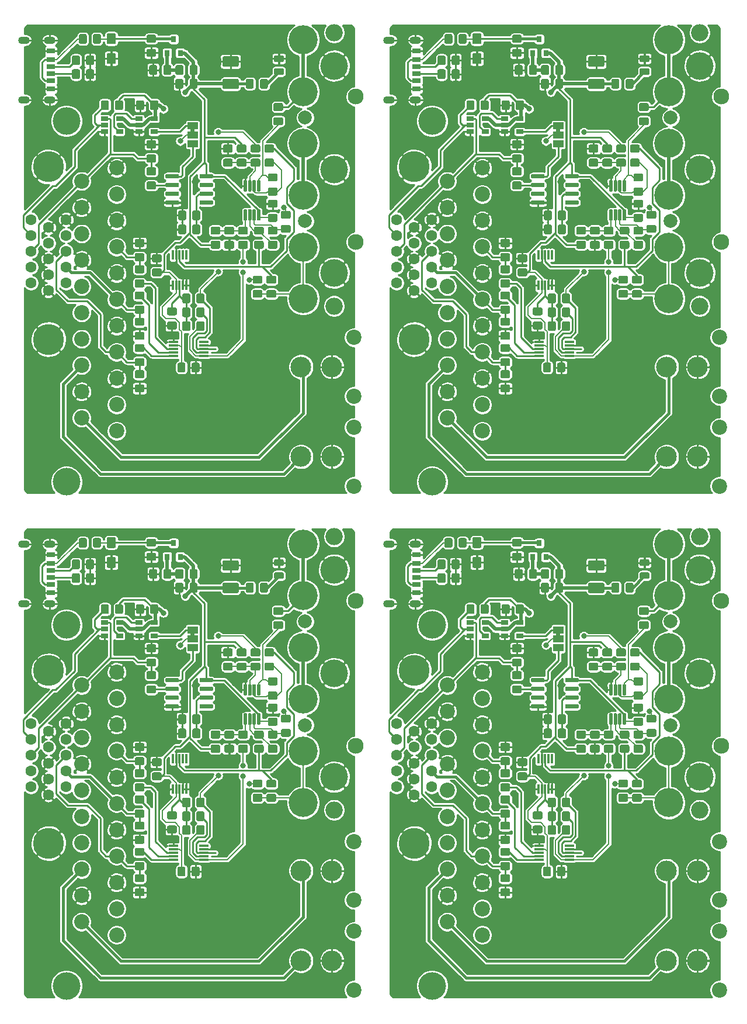
<source format=gbr>
%TF.GenerationSoftware,KiCad,Pcbnew,(5.1.5)-2*%
%TF.CreationDate,2020-06-17T11:39:24+12:00*%
%TF.ProjectId,output.RGB-to-component-panel,6f757470-7574-42e5-9247-422d746f2d63,rev?*%
%TF.SameCoordinates,Original*%
%TF.FileFunction,Copper,L1,Top*%
%TF.FilePolarity,Positive*%
%FSLAX46Y46*%
G04 Gerber Fmt 4.6, Leading zero omitted, Abs format (unit mm)*
G04 Created by KiCad (PCBNEW (5.1.5)-2) date 2020-06-17 11:39:24*
%MOMM*%
%LPD*%
G04 APERTURE LIST*
%ADD10C,0.100000*%
%ADD11R,0.300000X1.400000*%
%ADD12R,1.060000X0.650000*%
%ADD13R,1.400000X0.300000*%
%ADD14R,1.500000X1.000000*%
%ADD15C,2.200000*%
%ADD16O,3.000000X3.000000*%
%ADD17R,0.800000X0.900000*%
%ADD18C,4.200000*%
%ADD19O,2.500000X2.500000*%
%ADD20C,4.000000*%
%ADD21C,2.300000*%
%ADD22C,2.000000*%
%ADD23C,4.500000*%
%ADD24C,1.600000*%
%ADD25O,1.700000X1.100000*%
%ADD26R,1.200000X0.800000*%
%ADD27R,1.200000X0.760000*%
%ADD28R,1.200000X0.700000*%
%ADD29C,0.800000*%
%ADD30C,0.250000*%
%ADD31C,0.400000*%
%ADD32C,0.500000*%
%ADD33C,0.200000*%
%ADD34C,0.150000*%
%ADD35C,0.254000*%
G04 APERTURE END LIST*
D10*
G36*
X45600000Y-56100000D02*
G01*
X45600000Y-56600000D01*
X45000000Y-56600000D01*
X45000000Y-56100000D01*
X45600000Y-56100000D01*
G37*
G36*
X98600000Y-56100000D02*
G01*
X98600000Y-56600000D01*
X98000000Y-56600000D01*
X98000000Y-56100000D01*
X98600000Y-56100000D01*
G37*
G36*
X45600000Y-129100000D02*
G01*
X45600000Y-129600000D01*
X45000000Y-129600000D01*
X45000000Y-129100000D01*
X45600000Y-129100000D01*
G37*
G36*
X98600000Y-129100000D02*
G01*
X98600000Y-129600000D01*
X98000000Y-129600000D01*
X98000000Y-129100000D01*
X98600000Y-129100000D01*
G37*
%TA.AperFunction,SMDPad,CuDef*%
G36*
X55012252Y-67800602D02*
G01*
X55024386Y-67802402D01*
X55036286Y-67805382D01*
X55047835Y-67809515D01*
X55058925Y-67814760D01*
X55069446Y-67821066D01*
X55079299Y-67828374D01*
X55088388Y-67836612D01*
X55096626Y-67845701D01*
X55103934Y-67855554D01*
X55110240Y-67866075D01*
X55115485Y-67877165D01*
X55119618Y-67888714D01*
X55122598Y-67900614D01*
X55124398Y-67912748D01*
X55125000Y-67925000D01*
X55125000Y-69300000D01*
X55124398Y-69312252D01*
X55122598Y-69324386D01*
X55119618Y-69336286D01*
X55115485Y-69347835D01*
X55110240Y-69358925D01*
X55103934Y-69369446D01*
X55096626Y-69379299D01*
X55088388Y-69388388D01*
X55079299Y-69396626D01*
X55069446Y-69403934D01*
X55058925Y-69410240D01*
X55047835Y-69415485D01*
X55036286Y-69419618D01*
X55024386Y-69422598D01*
X55012252Y-69424398D01*
X55000000Y-69425000D01*
X54750000Y-69425000D01*
X54737748Y-69424398D01*
X54725614Y-69422598D01*
X54713714Y-69419618D01*
X54702165Y-69415485D01*
X54691075Y-69410240D01*
X54680554Y-69403934D01*
X54670701Y-69396626D01*
X54661612Y-69388388D01*
X54653374Y-69379299D01*
X54646066Y-69369446D01*
X54639760Y-69358925D01*
X54634515Y-69347835D01*
X54630382Y-69336286D01*
X54627402Y-69324386D01*
X54625602Y-69312252D01*
X54625000Y-69300000D01*
X54625000Y-67925000D01*
X54625602Y-67912748D01*
X54627402Y-67900614D01*
X54630382Y-67888714D01*
X54634515Y-67877165D01*
X54639760Y-67866075D01*
X54646066Y-67855554D01*
X54653374Y-67845701D01*
X54661612Y-67836612D01*
X54670701Y-67828374D01*
X54680554Y-67821066D01*
X54691075Y-67814760D01*
X54702165Y-67809515D01*
X54713714Y-67805382D01*
X54725614Y-67802402D01*
X54737748Y-67800602D01*
X54750000Y-67800000D01*
X55000000Y-67800000D01*
X55012252Y-67800602D01*
G37*
%TD.AperFunction*%
%TA.AperFunction,SMDPad,CuDef*%
G36*
X54362252Y-67800602D02*
G01*
X54374386Y-67802402D01*
X54386286Y-67805382D01*
X54397835Y-67809515D01*
X54408925Y-67814760D01*
X54419446Y-67821066D01*
X54429299Y-67828374D01*
X54438388Y-67836612D01*
X54446626Y-67845701D01*
X54453934Y-67855554D01*
X54460240Y-67866075D01*
X54465485Y-67877165D01*
X54469618Y-67888714D01*
X54472598Y-67900614D01*
X54474398Y-67912748D01*
X54475000Y-67925000D01*
X54475000Y-69300000D01*
X54474398Y-69312252D01*
X54472598Y-69324386D01*
X54469618Y-69336286D01*
X54465485Y-69347835D01*
X54460240Y-69358925D01*
X54453934Y-69369446D01*
X54446626Y-69379299D01*
X54438388Y-69388388D01*
X54429299Y-69396626D01*
X54419446Y-69403934D01*
X54408925Y-69410240D01*
X54397835Y-69415485D01*
X54386286Y-69419618D01*
X54374386Y-69422598D01*
X54362252Y-69424398D01*
X54350000Y-69425000D01*
X54100000Y-69425000D01*
X54087748Y-69424398D01*
X54075614Y-69422598D01*
X54063714Y-69419618D01*
X54052165Y-69415485D01*
X54041075Y-69410240D01*
X54030554Y-69403934D01*
X54020701Y-69396626D01*
X54011612Y-69388388D01*
X54003374Y-69379299D01*
X53996066Y-69369446D01*
X53989760Y-69358925D01*
X53984515Y-69347835D01*
X53980382Y-69336286D01*
X53977402Y-69324386D01*
X53975602Y-69312252D01*
X53975000Y-69300000D01*
X53975000Y-67925000D01*
X53975602Y-67912748D01*
X53977402Y-67900614D01*
X53980382Y-67888714D01*
X53984515Y-67877165D01*
X53989760Y-67866075D01*
X53996066Y-67855554D01*
X54003374Y-67845701D01*
X54011612Y-67836612D01*
X54020701Y-67828374D01*
X54030554Y-67821066D01*
X54041075Y-67814760D01*
X54052165Y-67809515D01*
X54063714Y-67805382D01*
X54075614Y-67802402D01*
X54087748Y-67800602D01*
X54100000Y-67800000D01*
X54350000Y-67800000D01*
X54362252Y-67800602D01*
G37*
%TD.AperFunction*%
%TA.AperFunction,SMDPad,CuDef*%
G36*
X53712252Y-67800602D02*
G01*
X53724386Y-67802402D01*
X53736286Y-67805382D01*
X53747835Y-67809515D01*
X53758925Y-67814760D01*
X53769446Y-67821066D01*
X53779299Y-67828374D01*
X53788388Y-67836612D01*
X53796626Y-67845701D01*
X53803934Y-67855554D01*
X53810240Y-67866075D01*
X53815485Y-67877165D01*
X53819618Y-67888714D01*
X53822598Y-67900614D01*
X53824398Y-67912748D01*
X53825000Y-67925000D01*
X53825000Y-69300000D01*
X53824398Y-69312252D01*
X53822598Y-69324386D01*
X53819618Y-69336286D01*
X53815485Y-69347835D01*
X53810240Y-69358925D01*
X53803934Y-69369446D01*
X53796626Y-69379299D01*
X53788388Y-69388388D01*
X53779299Y-69396626D01*
X53769446Y-69403934D01*
X53758925Y-69410240D01*
X53747835Y-69415485D01*
X53736286Y-69419618D01*
X53724386Y-69422598D01*
X53712252Y-69424398D01*
X53700000Y-69425000D01*
X53450000Y-69425000D01*
X53437748Y-69424398D01*
X53425614Y-69422598D01*
X53413714Y-69419618D01*
X53402165Y-69415485D01*
X53391075Y-69410240D01*
X53380554Y-69403934D01*
X53370701Y-69396626D01*
X53361612Y-69388388D01*
X53353374Y-69379299D01*
X53346066Y-69369446D01*
X53339760Y-69358925D01*
X53334515Y-69347835D01*
X53330382Y-69336286D01*
X53327402Y-69324386D01*
X53325602Y-69312252D01*
X53325000Y-69300000D01*
X53325000Y-67925000D01*
X53325602Y-67912748D01*
X53327402Y-67900614D01*
X53330382Y-67888714D01*
X53334515Y-67877165D01*
X53339760Y-67866075D01*
X53346066Y-67855554D01*
X53353374Y-67845701D01*
X53361612Y-67836612D01*
X53370701Y-67828374D01*
X53380554Y-67821066D01*
X53391075Y-67814760D01*
X53402165Y-67809515D01*
X53413714Y-67805382D01*
X53425614Y-67802402D01*
X53437748Y-67800602D01*
X53450000Y-67800000D01*
X53700000Y-67800000D01*
X53712252Y-67800602D01*
G37*
%TD.AperFunction*%
%TA.AperFunction,SMDPad,CuDef*%
G36*
X53062252Y-67800602D02*
G01*
X53074386Y-67802402D01*
X53086286Y-67805382D01*
X53097835Y-67809515D01*
X53108925Y-67814760D01*
X53119446Y-67821066D01*
X53129299Y-67828374D01*
X53138388Y-67836612D01*
X53146626Y-67845701D01*
X53153934Y-67855554D01*
X53160240Y-67866075D01*
X53165485Y-67877165D01*
X53169618Y-67888714D01*
X53172598Y-67900614D01*
X53174398Y-67912748D01*
X53175000Y-67925000D01*
X53175000Y-69300000D01*
X53174398Y-69312252D01*
X53172598Y-69324386D01*
X53169618Y-69336286D01*
X53165485Y-69347835D01*
X53160240Y-69358925D01*
X53153934Y-69369446D01*
X53146626Y-69379299D01*
X53138388Y-69388388D01*
X53129299Y-69396626D01*
X53119446Y-69403934D01*
X53108925Y-69410240D01*
X53097835Y-69415485D01*
X53086286Y-69419618D01*
X53074386Y-69422598D01*
X53062252Y-69424398D01*
X53050000Y-69425000D01*
X52800000Y-69425000D01*
X52787748Y-69424398D01*
X52775614Y-69422598D01*
X52763714Y-69419618D01*
X52752165Y-69415485D01*
X52741075Y-69410240D01*
X52730554Y-69403934D01*
X52720701Y-69396626D01*
X52711612Y-69388388D01*
X52703374Y-69379299D01*
X52696066Y-69369446D01*
X52689760Y-69358925D01*
X52684515Y-69347835D01*
X52680382Y-69336286D01*
X52677402Y-69324386D01*
X52675602Y-69312252D01*
X52675000Y-69300000D01*
X52675000Y-67925000D01*
X52675602Y-67912748D01*
X52677402Y-67900614D01*
X52680382Y-67888714D01*
X52684515Y-67877165D01*
X52689760Y-67866075D01*
X52696066Y-67855554D01*
X52703374Y-67845701D01*
X52711612Y-67836612D01*
X52720701Y-67828374D01*
X52730554Y-67821066D01*
X52741075Y-67814760D01*
X52752165Y-67809515D01*
X52763714Y-67805382D01*
X52775614Y-67802402D01*
X52787748Y-67800602D01*
X52800000Y-67800000D01*
X53050000Y-67800000D01*
X53062252Y-67800602D01*
G37*
%TD.AperFunction*%
%TA.AperFunction,SMDPad,CuDef*%
G36*
X53062252Y-63575602D02*
G01*
X53074386Y-63577402D01*
X53086286Y-63580382D01*
X53097835Y-63584515D01*
X53108925Y-63589760D01*
X53119446Y-63596066D01*
X53129299Y-63603374D01*
X53138388Y-63611612D01*
X53146626Y-63620701D01*
X53153934Y-63630554D01*
X53160240Y-63641075D01*
X53165485Y-63652165D01*
X53169618Y-63663714D01*
X53172598Y-63675614D01*
X53174398Y-63687748D01*
X53175000Y-63700000D01*
X53175000Y-65075000D01*
X53174398Y-65087252D01*
X53172598Y-65099386D01*
X53169618Y-65111286D01*
X53165485Y-65122835D01*
X53160240Y-65133925D01*
X53153934Y-65144446D01*
X53146626Y-65154299D01*
X53138388Y-65163388D01*
X53129299Y-65171626D01*
X53119446Y-65178934D01*
X53108925Y-65185240D01*
X53097835Y-65190485D01*
X53086286Y-65194618D01*
X53074386Y-65197598D01*
X53062252Y-65199398D01*
X53050000Y-65200000D01*
X52800000Y-65200000D01*
X52787748Y-65199398D01*
X52775614Y-65197598D01*
X52763714Y-65194618D01*
X52752165Y-65190485D01*
X52741075Y-65185240D01*
X52730554Y-65178934D01*
X52720701Y-65171626D01*
X52711612Y-65163388D01*
X52703374Y-65154299D01*
X52696066Y-65144446D01*
X52689760Y-65133925D01*
X52684515Y-65122835D01*
X52680382Y-65111286D01*
X52677402Y-65099386D01*
X52675602Y-65087252D01*
X52675000Y-65075000D01*
X52675000Y-63700000D01*
X52675602Y-63687748D01*
X52677402Y-63675614D01*
X52680382Y-63663714D01*
X52684515Y-63652165D01*
X52689760Y-63641075D01*
X52696066Y-63630554D01*
X52703374Y-63620701D01*
X52711612Y-63611612D01*
X52720701Y-63603374D01*
X52730554Y-63596066D01*
X52741075Y-63589760D01*
X52752165Y-63584515D01*
X52763714Y-63580382D01*
X52775614Y-63577402D01*
X52787748Y-63575602D01*
X52800000Y-63575000D01*
X53050000Y-63575000D01*
X53062252Y-63575602D01*
G37*
%TD.AperFunction*%
%TA.AperFunction,SMDPad,CuDef*%
G36*
X53712252Y-63575602D02*
G01*
X53724386Y-63577402D01*
X53736286Y-63580382D01*
X53747835Y-63584515D01*
X53758925Y-63589760D01*
X53769446Y-63596066D01*
X53779299Y-63603374D01*
X53788388Y-63611612D01*
X53796626Y-63620701D01*
X53803934Y-63630554D01*
X53810240Y-63641075D01*
X53815485Y-63652165D01*
X53819618Y-63663714D01*
X53822598Y-63675614D01*
X53824398Y-63687748D01*
X53825000Y-63700000D01*
X53825000Y-65075000D01*
X53824398Y-65087252D01*
X53822598Y-65099386D01*
X53819618Y-65111286D01*
X53815485Y-65122835D01*
X53810240Y-65133925D01*
X53803934Y-65144446D01*
X53796626Y-65154299D01*
X53788388Y-65163388D01*
X53779299Y-65171626D01*
X53769446Y-65178934D01*
X53758925Y-65185240D01*
X53747835Y-65190485D01*
X53736286Y-65194618D01*
X53724386Y-65197598D01*
X53712252Y-65199398D01*
X53700000Y-65200000D01*
X53450000Y-65200000D01*
X53437748Y-65199398D01*
X53425614Y-65197598D01*
X53413714Y-65194618D01*
X53402165Y-65190485D01*
X53391075Y-65185240D01*
X53380554Y-65178934D01*
X53370701Y-65171626D01*
X53361612Y-65163388D01*
X53353374Y-65154299D01*
X53346066Y-65144446D01*
X53339760Y-65133925D01*
X53334515Y-65122835D01*
X53330382Y-65111286D01*
X53327402Y-65099386D01*
X53325602Y-65087252D01*
X53325000Y-65075000D01*
X53325000Y-63700000D01*
X53325602Y-63687748D01*
X53327402Y-63675614D01*
X53330382Y-63663714D01*
X53334515Y-63652165D01*
X53339760Y-63641075D01*
X53346066Y-63630554D01*
X53353374Y-63620701D01*
X53361612Y-63611612D01*
X53370701Y-63603374D01*
X53380554Y-63596066D01*
X53391075Y-63589760D01*
X53402165Y-63584515D01*
X53413714Y-63580382D01*
X53425614Y-63577402D01*
X53437748Y-63575602D01*
X53450000Y-63575000D01*
X53700000Y-63575000D01*
X53712252Y-63575602D01*
G37*
%TD.AperFunction*%
%TA.AperFunction,SMDPad,CuDef*%
G36*
X54362252Y-63575602D02*
G01*
X54374386Y-63577402D01*
X54386286Y-63580382D01*
X54397835Y-63584515D01*
X54408925Y-63589760D01*
X54419446Y-63596066D01*
X54429299Y-63603374D01*
X54438388Y-63611612D01*
X54446626Y-63620701D01*
X54453934Y-63630554D01*
X54460240Y-63641075D01*
X54465485Y-63652165D01*
X54469618Y-63663714D01*
X54472598Y-63675614D01*
X54474398Y-63687748D01*
X54475000Y-63700000D01*
X54475000Y-65075000D01*
X54474398Y-65087252D01*
X54472598Y-65099386D01*
X54469618Y-65111286D01*
X54465485Y-65122835D01*
X54460240Y-65133925D01*
X54453934Y-65144446D01*
X54446626Y-65154299D01*
X54438388Y-65163388D01*
X54429299Y-65171626D01*
X54419446Y-65178934D01*
X54408925Y-65185240D01*
X54397835Y-65190485D01*
X54386286Y-65194618D01*
X54374386Y-65197598D01*
X54362252Y-65199398D01*
X54350000Y-65200000D01*
X54100000Y-65200000D01*
X54087748Y-65199398D01*
X54075614Y-65197598D01*
X54063714Y-65194618D01*
X54052165Y-65190485D01*
X54041075Y-65185240D01*
X54030554Y-65178934D01*
X54020701Y-65171626D01*
X54011612Y-65163388D01*
X54003374Y-65154299D01*
X53996066Y-65144446D01*
X53989760Y-65133925D01*
X53984515Y-65122835D01*
X53980382Y-65111286D01*
X53977402Y-65099386D01*
X53975602Y-65087252D01*
X53975000Y-65075000D01*
X53975000Y-63700000D01*
X53975602Y-63687748D01*
X53977402Y-63675614D01*
X53980382Y-63663714D01*
X53984515Y-63652165D01*
X53989760Y-63641075D01*
X53996066Y-63630554D01*
X54003374Y-63620701D01*
X54011612Y-63611612D01*
X54020701Y-63603374D01*
X54030554Y-63596066D01*
X54041075Y-63589760D01*
X54052165Y-63584515D01*
X54063714Y-63580382D01*
X54075614Y-63577402D01*
X54087748Y-63575602D01*
X54100000Y-63575000D01*
X54350000Y-63575000D01*
X54362252Y-63575602D01*
G37*
%TD.AperFunction*%
%TA.AperFunction,SMDPad,CuDef*%
G36*
X55012252Y-63575602D02*
G01*
X55024386Y-63577402D01*
X55036286Y-63580382D01*
X55047835Y-63584515D01*
X55058925Y-63589760D01*
X55069446Y-63596066D01*
X55079299Y-63603374D01*
X55088388Y-63611612D01*
X55096626Y-63620701D01*
X55103934Y-63630554D01*
X55110240Y-63641075D01*
X55115485Y-63652165D01*
X55119618Y-63663714D01*
X55122598Y-63675614D01*
X55124398Y-63687748D01*
X55125000Y-63700000D01*
X55125000Y-65075000D01*
X55124398Y-65087252D01*
X55122598Y-65099386D01*
X55119618Y-65111286D01*
X55115485Y-65122835D01*
X55110240Y-65133925D01*
X55103934Y-65144446D01*
X55096626Y-65154299D01*
X55088388Y-65163388D01*
X55079299Y-65171626D01*
X55069446Y-65178934D01*
X55058925Y-65185240D01*
X55047835Y-65190485D01*
X55036286Y-65194618D01*
X55024386Y-65197598D01*
X55012252Y-65199398D01*
X55000000Y-65200000D01*
X54750000Y-65200000D01*
X54737748Y-65199398D01*
X54725614Y-65197598D01*
X54713714Y-65194618D01*
X54702165Y-65190485D01*
X54691075Y-65185240D01*
X54680554Y-65178934D01*
X54670701Y-65171626D01*
X54661612Y-65163388D01*
X54653374Y-65154299D01*
X54646066Y-65144446D01*
X54639760Y-65133925D01*
X54634515Y-65122835D01*
X54630382Y-65111286D01*
X54627402Y-65099386D01*
X54625602Y-65087252D01*
X54625000Y-65075000D01*
X54625000Y-63700000D01*
X54625602Y-63687748D01*
X54627402Y-63675614D01*
X54630382Y-63663714D01*
X54634515Y-63652165D01*
X54639760Y-63641075D01*
X54646066Y-63630554D01*
X54653374Y-63620701D01*
X54661612Y-63611612D01*
X54670701Y-63603374D01*
X54680554Y-63596066D01*
X54691075Y-63589760D01*
X54702165Y-63584515D01*
X54713714Y-63580382D01*
X54725614Y-63577402D01*
X54737748Y-63575602D01*
X54750000Y-63575000D01*
X55000000Y-63575000D01*
X55012252Y-63575602D01*
G37*
%TD.AperFunction*%
%TA.AperFunction,SMDPad,CuDef*%
G36*
X31774505Y-42401204D02*
G01*
X31798773Y-42404804D01*
X31822572Y-42410765D01*
X31845671Y-42419030D01*
X31867850Y-42429520D01*
X31888893Y-42442132D01*
X31908599Y-42456747D01*
X31926777Y-42473223D01*
X31943253Y-42491401D01*
X31957868Y-42511107D01*
X31970480Y-42532150D01*
X31980970Y-42554329D01*
X31989235Y-42577428D01*
X31995196Y-42601227D01*
X31998796Y-42625495D01*
X32000000Y-42649999D01*
X32000000Y-43550001D01*
X31998796Y-43574505D01*
X31995196Y-43598773D01*
X31989235Y-43622572D01*
X31980970Y-43645671D01*
X31970480Y-43667850D01*
X31957868Y-43688893D01*
X31943253Y-43708599D01*
X31926777Y-43726777D01*
X31908599Y-43743253D01*
X31888893Y-43757868D01*
X31867850Y-43770480D01*
X31845671Y-43780970D01*
X31822572Y-43789235D01*
X31798773Y-43795196D01*
X31774505Y-43798796D01*
X31750001Y-43800000D01*
X31099999Y-43800000D01*
X31075495Y-43798796D01*
X31051227Y-43795196D01*
X31027428Y-43789235D01*
X31004329Y-43780970D01*
X30982150Y-43770480D01*
X30961107Y-43757868D01*
X30941401Y-43743253D01*
X30923223Y-43726777D01*
X30906747Y-43708599D01*
X30892132Y-43688893D01*
X30879520Y-43667850D01*
X30869030Y-43645671D01*
X30860765Y-43622572D01*
X30854804Y-43598773D01*
X30851204Y-43574505D01*
X30850000Y-43550001D01*
X30850000Y-42649999D01*
X30851204Y-42625495D01*
X30854804Y-42601227D01*
X30860765Y-42577428D01*
X30869030Y-42554329D01*
X30879520Y-42532150D01*
X30892132Y-42511107D01*
X30906747Y-42491401D01*
X30923223Y-42473223D01*
X30941401Y-42456747D01*
X30961107Y-42442132D01*
X30982150Y-42429520D01*
X31004329Y-42419030D01*
X31027428Y-42410765D01*
X31051227Y-42404804D01*
X31075495Y-42401204D01*
X31099999Y-42400000D01*
X31750001Y-42400000D01*
X31774505Y-42401204D01*
G37*
%TD.AperFunction*%
%TA.AperFunction,SMDPad,CuDef*%
G36*
X29724505Y-42401204D02*
G01*
X29748773Y-42404804D01*
X29772572Y-42410765D01*
X29795671Y-42419030D01*
X29817850Y-42429520D01*
X29838893Y-42442132D01*
X29858599Y-42456747D01*
X29876777Y-42473223D01*
X29893253Y-42491401D01*
X29907868Y-42511107D01*
X29920480Y-42532150D01*
X29930970Y-42554329D01*
X29939235Y-42577428D01*
X29945196Y-42601227D01*
X29948796Y-42625495D01*
X29950000Y-42649999D01*
X29950000Y-43550001D01*
X29948796Y-43574505D01*
X29945196Y-43598773D01*
X29939235Y-43622572D01*
X29930970Y-43645671D01*
X29920480Y-43667850D01*
X29907868Y-43688893D01*
X29893253Y-43708599D01*
X29876777Y-43726777D01*
X29858599Y-43743253D01*
X29838893Y-43757868D01*
X29817850Y-43770480D01*
X29795671Y-43780970D01*
X29772572Y-43789235D01*
X29748773Y-43795196D01*
X29724505Y-43798796D01*
X29700001Y-43800000D01*
X29049999Y-43800000D01*
X29025495Y-43798796D01*
X29001227Y-43795196D01*
X28977428Y-43789235D01*
X28954329Y-43780970D01*
X28932150Y-43770480D01*
X28911107Y-43757868D01*
X28891401Y-43743253D01*
X28873223Y-43726777D01*
X28856747Y-43708599D01*
X28842132Y-43688893D01*
X28829520Y-43667850D01*
X28819030Y-43645671D01*
X28810765Y-43622572D01*
X28804804Y-43598773D01*
X28801204Y-43574505D01*
X28800000Y-43550001D01*
X28800000Y-42649999D01*
X28801204Y-42625495D01*
X28804804Y-42601227D01*
X28810765Y-42577428D01*
X28819030Y-42554329D01*
X28829520Y-42532150D01*
X28842132Y-42511107D01*
X28856747Y-42491401D01*
X28873223Y-42473223D01*
X28891401Y-42456747D01*
X28911107Y-42442132D01*
X28932150Y-42429520D01*
X28954329Y-42419030D01*
X28977428Y-42410765D01*
X29001227Y-42404804D01*
X29025495Y-42401204D01*
X29049999Y-42400000D01*
X29700001Y-42400000D01*
X29724505Y-42401204D01*
G37*
%TD.AperFunction*%
%TA.AperFunction,SMDPad,CuDef*%
G36*
X55974505Y-48901204D02*
G01*
X55998773Y-48904804D01*
X56022572Y-48910765D01*
X56045671Y-48919030D01*
X56067850Y-48929520D01*
X56088893Y-48942132D01*
X56108599Y-48956747D01*
X56126777Y-48973223D01*
X56143253Y-48991401D01*
X56157868Y-49011107D01*
X56170480Y-49032150D01*
X56180970Y-49054329D01*
X56189235Y-49077428D01*
X56195196Y-49101227D01*
X56198796Y-49125495D01*
X56200000Y-49149999D01*
X56200000Y-50050001D01*
X56198796Y-50074505D01*
X56195196Y-50098773D01*
X56189235Y-50122572D01*
X56180970Y-50145671D01*
X56170480Y-50167850D01*
X56157868Y-50188893D01*
X56143253Y-50208599D01*
X56126777Y-50226777D01*
X56108599Y-50243253D01*
X56088893Y-50257868D01*
X56067850Y-50270480D01*
X56045671Y-50280970D01*
X56022572Y-50289235D01*
X55998773Y-50295196D01*
X55974505Y-50298796D01*
X55950001Y-50300000D01*
X55299999Y-50300000D01*
X55275495Y-50298796D01*
X55251227Y-50295196D01*
X55227428Y-50289235D01*
X55204329Y-50280970D01*
X55182150Y-50270480D01*
X55161107Y-50257868D01*
X55141401Y-50243253D01*
X55123223Y-50226777D01*
X55106747Y-50208599D01*
X55092132Y-50188893D01*
X55079520Y-50167850D01*
X55069030Y-50145671D01*
X55060765Y-50122572D01*
X55054804Y-50098773D01*
X55051204Y-50074505D01*
X55050000Y-50050001D01*
X55050000Y-49149999D01*
X55051204Y-49125495D01*
X55054804Y-49101227D01*
X55060765Y-49077428D01*
X55069030Y-49054329D01*
X55079520Y-49032150D01*
X55092132Y-49011107D01*
X55106747Y-48991401D01*
X55123223Y-48973223D01*
X55141401Y-48956747D01*
X55161107Y-48942132D01*
X55182150Y-48929520D01*
X55204329Y-48919030D01*
X55227428Y-48910765D01*
X55251227Y-48904804D01*
X55275495Y-48901204D01*
X55299999Y-48900000D01*
X55950001Y-48900000D01*
X55974505Y-48901204D01*
G37*
%TD.AperFunction*%
%TA.AperFunction,SMDPad,CuDef*%
G36*
X53924505Y-48901204D02*
G01*
X53948773Y-48904804D01*
X53972572Y-48910765D01*
X53995671Y-48919030D01*
X54017850Y-48929520D01*
X54038893Y-48942132D01*
X54058599Y-48956747D01*
X54076777Y-48973223D01*
X54093253Y-48991401D01*
X54107868Y-49011107D01*
X54120480Y-49032150D01*
X54130970Y-49054329D01*
X54139235Y-49077428D01*
X54145196Y-49101227D01*
X54148796Y-49125495D01*
X54150000Y-49149999D01*
X54150000Y-50050001D01*
X54148796Y-50074505D01*
X54145196Y-50098773D01*
X54139235Y-50122572D01*
X54130970Y-50145671D01*
X54120480Y-50167850D01*
X54107868Y-50188893D01*
X54093253Y-50208599D01*
X54076777Y-50226777D01*
X54058599Y-50243253D01*
X54038893Y-50257868D01*
X54017850Y-50270480D01*
X53995671Y-50280970D01*
X53972572Y-50289235D01*
X53948773Y-50295196D01*
X53924505Y-50298796D01*
X53900001Y-50300000D01*
X53249999Y-50300000D01*
X53225495Y-50298796D01*
X53201227Y-50295196D01*
X53177428Y-50289235D01*
X53154329Y-50280970D01*
X53132150Y-50270480D01*
X53111107Y-50257868D01*
X53091401Y-50243253D01*
X53073223Y-50226777D01*
X53056747Y-50208599D01*
X53042132Y-50188893D01*
X53029520Y-50167850D01*
X53019030Y-50145671D01*
X53010765Y-50122572D01*
X53004804Y-50098773D01*
X53001204Y-50074505D01*
X53000000Y-50050001D01*
X53000000Y-49149999D01*
X53001204Y-49125495D01*
X53004804Y-49101227D01*
X53010765Y-49077428D01*
X53019030Y-49054329D01*
X53029520Y-49032150D01*
X53042132Y-49011107D01*
X53056747Y-48991401D01*
X53073223Y-48973223D01*
X53091401Y-48956747D01*
X53111107Y-48942132D01*
X53132150Y-48929520D01*
X53154329Y-48919030D01*
X53177428Y-48910765D01*
X53201227Y-48904804D01*
X53225495Y-48901204D01*
X53249999Y-48900000D01*
X53900001Y-48900000D01*
X53924505Y-48901204D01*
G37*
%TD.AperFunction*%
%TA.AperFunction,SMDPad,CuDef*%
G36*
X59274505Y-70051204D02*
G01*
X59298773Y-70054804D01*
X59322572Y-70060765D01*
X59345671Y-70069030D01*
X59367850Y-70079520D01*
X59388893Y-70092132D01*
X59408599Y-70106747D01*
X59426777Y-70123223D01*
X59443253Y-70141401D01*
X59457868Y-70161107D01*
X59470480Y-70182150D01*
X59480970Y-70204329D01*
X59489235Y-70227428D01*
X59495196Y-70251227D01*
X59498796Y-70275495D01*
X59500000Y-70299999D01*
X59500000Y-70950001D01*
X59498796Y-70974505D01*
X59495196Y-70998773D01*
X59489235Y-71022572D01*
X59480970Y-71045671D01*
X59470480Y-71067850D01*
X59457868Y-71088893D01*
X59443253Y-71108599D01*
X59426777Y-71126777D01*
X59408599Y-71143253D01*
X59388893Y-71157868D01*
X59367850Y-71170480D01*
X59345671Y-71180970D01*
X59322572Y-71189235D01*
X59298773Y-71195196D01*
X59274505Y-71198796D01*
X59250001Y-71200000D01*
X58349999Y-71200000D01*
X58325495Y-71198796D01*
X58301227Y-71195196D01*
X58277428Y-71189235D01*
X58254329Y-71180970D01*
X58232150Y-71170480D01*
X58211107Y-71157868D01*
X58191401Y-71143253D01*
X58173223Y-71126777D01*
X58156747Y-71108599D01*
X58142132Y-71088893D01*
X58129520Y-71067850D01*
X58119030Y-71045671D01*
X58110765Y-71022572D01*
X58104804Y-70998773D01*
X58101204Y-70974505D01*
X58100000Y-70950001D01*
X58100000Y-70299999D01*
X58101204Y-70275495D01*
X58104804Y-70251227D01*
X58110765Y-70227428D01*
X58119030Y-70204329D01*
X58129520Y-70182150D01*
X58142132Y-70161107D01*
X58156747Y-70141401D01*
X58173223Y-70123223D01*
X58191401Y-70106747D01*
X58211107Y-70092132D01*
X58232150Y-70079520D01*
X58254329Y-70069030D01*
X58277428Y-70060765D01*
X58301227Y-70054804D01*
X58325495Y-70051204D01*
X58349999Y-70050000D01*
X59250001Y-70050000D01*
X59274505Y-70051204D01*
G37*
%TD.AperFunction*%
%TA.AperFunction,SMDPad,CuDef*%
G36*
X59274505Y-68001204D02*
G01*
X59298773Y-68004804D01*
X59322572Y-68010765D01*
X59345671Y-68019030D01*
X59367850Y-68029520D01*
X59388893Y-68042132D01*
X59408599Y-68056747D01*
X59426777Y-68073223D01*
X59443253Y-68091401D01*
X59457868Y-68111107D01*
X59470480Y-68132150D01*
X59480970Y-68154329D01*
X59489235Y-68177428D01*
X59495196Y-68201227D01*
X59498796Y-68225495D01*
X59500000Y-68249999D01*
X59500000Y-68900001D01*
X59498796Y-68924505D01*
X59495196Y-68948773D01*
X59489235Y-68972572D01*
X59480970Y-68995671D01*
X59470480Y-69017850D01*
X59457868Y-69038893D01*
X59443253Y-69058599D01*
X59426777Y-69076777D01*
X59408599Y-69093253D01*
X59388893Y-69107868D01*
X59367850Y-69120480D01*
X59345671Y-69130970D01*
X59322572Y-69139235D01*
X59298773Y-69145196D01*
X59274505Y-69148796D01*
X59250001Y-69150000D01*
X58349999Y-69150000D01*
X58325495Y-69148796D01*
X58301227Y-69145196D01*
X58277428Y-69139235D01*
X58254329Y-69130970D01*
X58232150Y-69120480D01*
X58211107Y-69107868D01*
X58191401Y-69093253D01*
X58173223Y-69076777D01*
X58156747Y-69058599D01*
X58142132Y-69038893D01*
X58129520Y-69017850D01*
X58119030Y-68995671D01*
X58110765Y-68972572D01*
X58104804Y-68948773D01*
X58101204Y-68924505D01*
X58100000Y-68900001D01*
X58100000Y-68249999D01*
X58101204Y-68225495D01*
X58104804Y-68201227D01*
X58110765Y-68177428D01*
X58119030Y-68154329D01*
X58129520Y-68132150D01*
X58142132Y-68111107D01*
X58156747Y-68091401D01*
X58173223Y-68073223D01*
X58191401Y-68056747D01*
X58211107Y-68042132D01*
X58232150Y-68029520D01*
X58254329Y-68019030D01*
X58277428Y-68010765D01*
X58301227Y-68004804D01*
X58325495Y-68001204D01*
X58349999Y-68000000D01*
X59250001Y-68000000D01*
X59274505Y-68001204D01*
G37*
%TD.AperFunction*%
%TA.AperFunction,SMDPad,CuDef*%
G36*
X58280142Y-47351174D02*
G01*
X58303803Y-47354684D01*
X58327007Y-47360496D01*
X58349529Y-47368554D01*
X58371153Y-47378782D01*
X58391670Y-47391079D01*
X58410883Y-47405329D01*
X58428607Y-47421393D01*
X58444671Y-47439117D01*
X58458921Y-47458330D01*
X58471218Y-47478847D01*
X58481446Y-47500471D01*
X58489504Y-47522993D01*
X58495316Y-47546197D01*
X58498826Y-47569858D01*
X58500000Y-47593750D01*
X58500000Y-48081250D01*
X58498826Y-48105142D01*
X58495316Y-48128803D01*
X58489504Y-48152007D01*
X58481446Y-48174529D01*
X58471218Y-48196153D01*
X58458921Y-48216670D01*
X58444671Y-48235883D01*
X58428607Y-48253607D01*
X58410883Y-48269671D01*
X58391670Y-48283921D01*
X58371153Y-48296218D01*
X58349529Y-48306446D01*
X58327007Y-48314504D01*
X58303803Y-48320316D01*
X58280142Y-48323826D01*
X58256250Y-48325000D01*
X57343750Y-48325000D01*
X57319858Y-48323826D01*
X57296197Y-48320316D01*
X57272993Y-48314504D01*
X57250471Y-48306446D01*
X57228847Y-48296218D01*
X57208330Y-48283921D01*
X57189117Y-48269671D01*
X57171393Y-48253607D01*
X57155329Y-48235883D01*
X57141079Y-48216670D01*
X57128782Y-48196153D01*
X57118554Y-48174529D01*
X57110496Y-48152007D01*
X57104684Y-48128803D01*
X57101174Y-48105142D01*
X57100000Y-48081250D01*
X57100000Y-47593750D01*
X57101174Y-47569858D01*
X57104684Y-47546197D01*
X57110496Y-47522993D01*
X57118554Y-47500471D01*
X57128782Y-47478847D01*
X57141079Y-47458330D01*
X57155329Y-47439117D01*
X57171393Y-47421393D01*
X57189117Y-47405329D01*
X57208330Y-47391079D01*
X57228847Y-47378782D01*
X57250471Y-47368554D01*
X57272993Y-47360496D01*
X57296197Y-47354684D01*
X57319858Y-47351174D01*
X57343750Y-47350000D01*
X58256250Y-47350000D01*
X58280142Y-47351174D01*
G37*
%TD.AperFunction*%
%TA.AperFunction,SMDPad,CuDef*%
G36*
X58280142Y-45476174D02*
G01*
X58303803Y-45479684D01*
X58327007Y-45485496D01*
X58349529Y-45493554D01*
X58371153Y-45503782D01*
X58391670Y-45516079D01*
X58410883Y-45530329D01*
X58428607Y-45546393D01*
X58444671Y-45564117D01*
X58458921Y-45583330D01*
X58471218Y-45603847D01*
X58481446Y-45625471D01*
X58489504Y-45647993D01*
X58495316Y-45671197D01*
X58498826Y-45694858D01*
X58500000Y-45718750D01*
X58500000Y-46206250D01*
X58498826Y-46230142D01*
X58495316Y-46253803D01*
X58489504Y-46277007D01*
X58481446Y-46299529D01*
X58471218Y-46321153D01*
X58458921Y-46341670D01*
X58444671Y-46360883D01*
X58428607Y-46378607D01*
X58410883Y-46394671D01*
X58391670Y-46408921D01*
X58371153Y-46421218D01*
X58349529Y-46431446D01*
X58327007Y-46439504D01*
X58303803Y-46445316D01*
X58280142Y-46448826D01*
X58256250Y-46450000D01*
X57343750Y-46450000D01*
X57319858Y-46448826D01*
X57296197Y-46445316D01*
X57272993Y-46439504D01*
X57250471Y-46431446D01*
X57228847Y-46421218D01*
X57208330Y-46408921D01*
X57189117Y-46394671D01*
X57171393Y-46378607D01*
X57155329Y-46360883D01*
X57141079Y-46341670D01*
X57128782Y-46321153D01*
X57118554Y-46299529D01*
X57110496Y-46277007D01*
X57104684Y-46253803D01*
X57101174Y-46230142D01*
X57100000Y-46206250D01*
X57100000Y-45718750D01*
X57101174Y-45694858D01*
X57104684Y-45671197D01*
X57110496Y-45647993D01*
X57118554Y-45625471D01*
X57128782Y-45603847D01*
X57141079Y-45583330D01*
X57155329Y-45564117D01*
X57171393Y-45546393D01*
X57189117Y-45530329D01*
X57208330Y-45516079D01*
X57228847Y-45503782D01*
X57250471Y-45493554D01*
X57272993Y-45485496D01*
X57296197Y-45479684D01*
X57319858Y-45476174D01*
X57343750Y-45475000D01*
X58256250Y-45475000D01*
X58280142Y-45476174D01*
G37*
%TD.AperFunction*%
%TA.AperFunction,SMDPad,CuDef*%
G36*
X52874505Y-60451204D02*
G01*
X52898773Y-60454804D01*
X52922572Y-60460765D01*
X52945671Y-60469030D01*
X52967850Y-60479520D01*
X52988893Y-60492132D01*
X53008599Y-60506747D01*
X53026777Y-60523223D01*
X53043253Y-60541401D01*
X53057868Y-60561107D01*
X53070480Y-60582150D01*
X53080970Y-60604329D01*
X53089235Y-60627428D01*
X53095196Y-60651227D01*
X53098796Y-60675495D01*
X53100000Y-60699999D01*
X53100000Y-61350001D01*
X53098796Y-61374505D01*
X53095196Y-61398773D01*
X53089235Y-61422572D01*
X53080970Y-61445671D01*
X53070480Y-61467850D01*
X53057868Y-61488893D01*
X53043253Y-61508599D01*
X53026777Y-61526777D01*
X53008599Y-61543253D01*
X52988893Y-61557868D01*
X52967850Y-61570480D01*
X52945671Y-61580970D01*
X52922572Y-61589235D01*
X52898773Y-61595196D01*
X52874505Y-61598796D01*
X52850001Y-61600000D01*
X51949999Y-61600000D01*
X51925495Y-61598796D01*
X51901227Y-61595196D01*
X51877428Y-61589235D01*
X51854329Y-61580970D01*
X51832150Y-61570480D01*
X51811107Y-61557868D01*
X51791401Y-61543253D01*
X51773223Y-61526777D01*
X51756747Y-61508599D01*
X51742132Y-61488893D01*
X51729520Y-61467850D01*
X51719030Y-61445671D01*
X51710765Y-61422572D01*
X51704804Y-61398773D01*
X51701204Y-61374505D01*
X51700000Y-61350001D01*
X51700000Y-60699999D01*
X51701204Y-60675495D01*
X51704804Y-60651227D01*
X51710765Y-60627428D01*
X51719030Y-60604329D01*
X51729520Y-60582150D01*
X51742132Y-60561107D01*
X51756747Y-60541401D01*
X51773223Y-60523223D01*
X51791401Y-60506747D01*
X51811107Y-60492132D01*
X51832150Y-60479520D01*
X51854329Y-60469030D01*
X51877428Y-60460765D01*
X51901227Y-60454804D01*
X51925495Y-60451204D01*
X51949999Y-60450000D01*
X52850001Y-60450000D01*
X52874505Y-60451204D01*
G37*
%TD.AperFunction*%
%TA.AperFunction,SMDPad,CuDef*%
G36*
X52874505Y-58401204D02*
G01*
X52898773Y-58404804D01*
X52922572Y-58410765D01*
X52945671Y-58419030D01*
X52967850Y-58429520D01*
X52988893Y-58442132D01*
X53008599Y-58456747D01*
X53026777Y-58473223D01*
X53043253Y-58491401D01*
X53057868Y-58511107D01*
X53070480Y-58532150D01*
X53080970Y-58554329D01*
X53089235Y-58577428D01*
X53095196Y-58601227D01*
X53098796Y-58625495D01*
X53100000Y-58649999D01*
X53100000Y-59300001D01*
X53098796Y-59324505D01*
X53095196Y-59348773D01*
X53089235Y-59372572D01*
X53080970Y-59395671D01*
X53070480Y-59417850D01*
X53057868Y-59438893D01*
X53043253Y-59458599D01*
X53026777Y-59476777D01*
X53008599Y-59493253D01*
X52988893Y-59507868D01*
X52967850Y-59520480D01*
X52945671Y-59530970D01*
X52922572Y-59539235D01*
X52898773Y-59545196D01*
X52874505Y-59548796D01*
X52850001Y-59550000D01*
X51949999Y-59550000D01*
X51925495Y-59548796D01*
X51901227Y-59545196D01*
X51877428Y-59539235D01*
X51854329Y-59530970D01*
X51832150Y-59520480D01*
X51811107Y-59507868D01*
X51791401Y-59493253D01*
X51773223Y-59476777D01*
X51756747Y-59458599D01*
X51742132Y-59438893D01*
X51729520Y-59417850D01*
X51719030Y-59395671D01*
X51710765Y-59372572D01*
X51704804Y-59348773D01*
X51701204Y-59324505D01*
X51700000Y-59300001D01*
X51700000Y-58649999D01*
X51701204Y-58625495D01*
X51704804Y-58601227D01*
X51710765Y-58577428D01*
X51719030Y-58554329D01*
X51729520Y-58532150D01*
X51742132Y-58511107D01*
X51756747Y-58491401D01*
X51773223Y-58473223D01*
X51791401Y-58456747D01*
X51811107Y-58442132D01*
X51832150Y-58429520D01*
X51854329Y-58419030D01*
X51877428Y-58410765D01*
X51901227Y-58404804D01*
X51925495Y-58401204D01*
X51949999Y-58400000D01*
X52850001Y-58400000D01*
X52874505Y-58401204D01*
G37*
%TD.AperFunction*%
D11*
X42400000Y-74400000D03*
X42900000Y-74400000D03*
X43400000Y-74400000D03*
X43900000Y-74400000D03*
X44400000Y-74400000D03*
X44400000Y-78800000D03*
X43900000Y-78800000D03*
X43400000Y-78800000D03*
X42900000Y-78800000D03*
X42400000Y-78800000D03*
%TA.AperFunction,SMDPad,CuDef*%
D10*
G36*
X33949505Y-45151204D02*
G01*
X33973773Y-45154804D01*
X33997572Y-45160765D01*
X34020671Y-45169030D01*
X34042850Y-45179520D01*
X34063893Y-45192132D01*
X34083599Y-45206747D01*
X34101777Y-45223223D01*
X34118253Y-45241401D01*
X34132868Y-45261107D01*
X34145480Y-45282150D01*
X34155970Y-45304329D01*
X34164235Y-45327428D01*
X34170196Y-45351227D01*
X34173796Y-45375495D01*
X34175000Y-45399999D01*
X34175000Y-46475001D01*
X34173796Y-46499505D01*
X34170196Y-46523773D01*
X34164235Y-46547572D01*
X34155970Y-46570671D01*
X34145480Y-46592850D01*
X34132868Y-46613893D01*
X34118253Y-46633599D01*
X34101777Y-46651777D01*
X34083599Y-46668253D01*
X34063893Y-46682868D01*
X34042850Y-46695480D01*
X34020671Y-46705970D01*
X33997572Y-46714235D01*
X33973773Y-46720196D01*
X33949505Y-46723796D01*
X33925001Y-46725000D01*
X33074999Y-46725000D01*
X33050495Y-46723796D01*
X33026227Y-46720196D01*
X33002428Y-46714235D01*
X32979329Y-46705970D01*
X32957150Y-46695480D01*
X32936107Y-46682868D01*
X32916401Y-46668253D01*
X32898223Y-46651777D01*
X32881747Y-46633599D01*
X32867132Y-46613893D01*
X32854520Y-46592850D01*
X32844030Y-46570671D01*
X32835765Y-46547572D01*
X32829804Y-46523773D01*
X32826204Y-46499505D01*
X32825000Y-46475001D01*
X32825000Y-45399999D01*
X32826204Y-45375495D01*
X32829804Y-45351227D01*
X32835765Y-45327428D01*
X32844030Y-45304329D01*
X32854520Y-45282150D01*
X32867132Y-45261107D01*
X32881747Y-45241401D01*
X32898223Y-45223223D01*
X32916401Y-45206747D01*
X32936107Y-45192132D01*
X32957150Y-45179520D01*
X32979329Y-45169030D01*
X33002428Y-45160765D01*
X33026227Y-45154804D01*
X33050495Y-45151204D01*
X33074999Y-45150000D01*
X33925001Y-45150000D01*
X33949505Y-45151204D01*
G37*
%TD.AperFunction*%
%TA.AperFunction,SMDPad,CuDef*%
G36*
X33949505Y-42276204D02*
G01*
X33973773Y-42279804D01*
X33997572Y-42285765D01*
X34020671Y-42294030D01*
X34042850Y-42304520D01*
X34063893Y-42317132D01*
X34083599Y-42331747D01*
X34101777Y-42348223D01*
X34118253Y-42366401D01*
X34132868Y-42386107D01*
X34145480Y-42407150D01*
X34155970Y-42429329D01*
X34164235Y-42452428D01*
X34170196Y-42476227D01*
X34173796Y-42500495D01*
X34175000Y-42524999D01*
X34175000Y-43600001D01*
X34173796Y-43624505D01*
X34170196Y-43648773D01*
X34164235Y-43672572D01*
X34155970Y-43695671D01*
X34145480Y-43717850D01*
X34132868Y-43738893D01*
X34118253Y-43758599D01*
X34101777Y-43776777D01*
X34083599Y-43793253D01*
X34063893Y-43807868D01*
X34042850Y-43820480D01*
X34020671Y-43830970D01*
X33997572Y-43839235D01*
X33973773Y-43845196D01*
X33949505Y-43848796D01*
X33925001Y-43850000D01*
X33074999Y-43850000D01*
X33050495Y-43848796D01*
X33026227Y-43845196D01*
X33002428Y-43839235D01*
X32979329Y-43830970D01*
X32957150Y-43820480D01*
X32936107Y-43807868D01*
X32916401Y-43793253D01*
X32898223Y-43776777D01*
X32881747Y-43758599D01*
X32867132Y-43738893D01*
X32854520Y-43717850D01*
X32844030Y-43695671D01*
X32835765Y-43672572D01*
X32829804Y-43648773D01*
X32826204Y-43624505D01*
X32825000Y-43600001D01*
X32825000Y-42524999D01*
X32826204Y-42500495D01*
X32829804Y-42476227D01*
X32835765Y-42452428D01*
X32844030Y-42429329D01*
X32854520Y-42407150D01*
X32867132Y-42386107D01*
X32881747Y-42366401D01*
X32898223Y-42348223D01*
X32916401Y-42331747D01*
X32936107Y-42317132D01*
X32957150Y-42304520D01*
X32979329Y-42294030D01*
X33002428Y-42285765D01*
X33026227Y-42279804D01*
X33050495Y-42276204D01*
X33074999Y-42275000D01*
X33925001Y-42275000D01*
X33949505Y-42276204D01*
G37*
%TD.AperFunction*%
%TA.AperFunction,SMDPad,CuDef*%
G36*
X51749504Y-45626204D02*
G01*
X51773773Y-45629804D01*
X51797571Y-45635765D01*
X51820671Y-45644030D01*
X51842849Y-45654520D01*
X51863893Y-45667133D01*
X51883598Y-45681747D01*
X51901777Y-45698223D01*
X51918253Y-45716402D01*
X51932867Y-45736107D01*
X51945480Y-45757151D01*
X51955970Y-45779329D01*
X51964235Y-45802429D01*
X51970196Y-45826227D01*
X51973796Y-45850496D01*
X51975000Y-45875000D01*
X51975000Y-46875000D01*
X51973796Y-46899504D01*
X51970196Y-46923773D01*
X51964235Y-46947571D01*
X51955970Y-46970671D01*
X51945480Y-46992849D01*
X51932867Y-47013893D01*
X51918253Y-47033598D01*
X51901777Y-47051777D01*
X51883598Y-47068253D01*
X51863893Y-47082867D01*
X51842849Y-47095480D01*
X51820671Y-47105970D01*
X51797571Y-47114235D01*
X51773773Y-47120196D01*
X51749504Y-47123796D01*
X51725000Y-47125000D01*
X49875000Y-47125000D01*
X49850496Y-47123796D01*
X49826227Y-47120196D01*
X49802429Y-47114235D01*
X49779329Y-47105970D01*
X49757151Y-47095480D01*
X49736107Y-47082867D01*
X49716402Y-47068253D01*
X49698223Y-47051777D01*
X49681747Y-47033598D01*
X49667133Y-47013893D01*
X49654520Y-46992849D01*
X49644030Y-46970671D01*
X49635765Y-46947571D01*
X49629804Y-46923773D01*
X49626204Y-46899504D01*
X49625000Y-46875000D01*
X49625000Y-45875000D01*
X49626204Y-45850496D01*
X49629804Y-45826227D01*
X49635765Y-45802429D01*
X49644030Y-45779329D01*
X49654520Y-45757151D01*
X49667133Y-45736107D01*
X49681747Y-45716402D01*
X49698223Y-45698223D01*
X49716402Y-45681747D01*
X49736107Y-45667133D01*
X49757151Y-45654520D01*
X49779329Y-45644030D01*
X49802429Y-45635765D01*
X49826227Y-45629804D01*
X49850496Y-45626204D01*
X49875000Y-45625000D01*
X51725000Y-45625000D01*
X51749504Y-45626204D01*
G37*
%TD.AperFunction*%
%TA.AperFunction,SMDPad,CuDef*%
G36*
X51749504Y-48876204D02*
G01*
X51773773Y-48879804D01*
X51797571Y-48885765D01*
X51820671Y-48894030D01*
X51842849Y-48904520D01*
X51863893Y-48917133D01*
X51883598Y-48931747D01*
X51901777Y-48948223D01*
X51918253Y-48966402D01*
X51932867Y-48986107D01*
X51945480Y-49007151D01*
X51955970Y-49029329D01*
X51964235Y-49052429D01*
X51970196Y-49076227D01*
X51973796Y-49100496D01*
X51975000Y-49125000D01*
X51975000Y-50125000D01*
X51973796Y-50149504D01*
X51970196Y-50173773D01*
X51964235Y-50197571D01*
X51955970Y-50220671D01*
X51945480Y-50242849D01*
X51932867Y-50263893D01*
X51918253Y-50283598D01*
X51901777Y-50301777D01*
X51883598Y-50318253D01*
X51863893Y-50332867D01*
X51842849Y-50345480D01*
X51820671Y-50355970D01*
X51797571Y-50364235D01*
X51773773Y-50370196D01*
X51749504Y-50373796D01*
X51725000Y-50375000D01*
X49875000Y-50375000D01*
X49850496Y-50373796D01*
X49826227Y-50370196D01*
X49802429Y-50364235D01*
X49779329Y-50355970D01*
X49757151Y-50345480D01*
X49736107Y-50332867D01*
X49716402Y-50318253D01*
X49698223Y-50301777D01*
X49681747Y-50283598D01*
X49667133Y-50263893D01*
X49654520Y-50242849D01*
X49644030Y-50220671D01*
X49635765Y-50197571D01*
X49629804Y-50173773D01*
X49626204Y-50149504D01*
X49625000Y-50125000D01*
X49625000Y-49125000D01*
X49626204Y-49100496D01*
X49629804Y-49076227D01*
X49635765Y-49052429D01*
X49644030Y-49029329D01*
X49654520Y-49007151D01*
X49667133Y-48986107D01*
X49681747Y-48966402D01*
X49698223Y-48948223D01*
X49716402Y-48931747D01*
X49736107Y-48917133D01*
X49757151Y-48904520D01*
X49779329Y-48894030D01*
X49802429Y-48885765D01*
X49826227Y-48879804D01*
X49850496Y-48876204D01*
X49875000Y-48875000D01*
X51725000Y-48875000D01*
X51749504Y-48876204D01*
G37*
%TD.AperFunction*%
D12*
X39700000Y-54650000D03*
X39700000Y-56550000D03*
X37500000Y-56550000D03*
X37500000Y-55600000D03*
X37500000Y-54650000D03*
X34700000Y-54650000D03*
X34700000Y-56550000D03*
X32500000Y-56550000D03*
X32500000Y-55600000D03*
X32500000Y-54650000D03*
D13*
X46900000Y-87000000D03*
X46900000Y-87500000D03*
X46900000Y-88000000D03*
X46900000Y-88500000D03*
X46900000Y-89000000D03*
X42500000Y-89000000D03*
X42500000Y-88500000D03*
X42500000Y-88000000D03*
X42500000Y-87500000D03*
X42500000Y-87000000D03*
%TA.AperFunction,SMDPad,CuDef*%
D10*
G36*
X57174505Y-77401204D02*
G01*
X57198773Y-77404804D01*
X57222572Y-77410765D01*
X57245671Y-77419030D01*
X57267850Y-77429520D01*
X57288893Y-77442132D01*
X57308599Y-77456747D01*
X57326777Y-77473223D01*
X57343253Y-77491401D01*
X57357868Y-77511107D01*
X57370480Y-77532150D01*
X57380970Y-77554329D01*
X57389235Y-77577428D01*
X57395196Y-77601227D01*
X57398796Y-77625495D01*
X57400000Y-77649999D01*
X57400000Y-78300001D01*
X57398796Y-78324505D01*
X57395196Y-78348773D01*
X57389235Y-78372572D01*
X57380970Y-78395671D01*
X57370480Y-78417850D01*
X57357868Y-78438893D01*
X57343253Y-78458599D01*
X57326777Y-78476777D01*
X57308599Y-78493253D01*
X57288893Y-78507868D01*
X57267850Y-78520480D01*
X57245671Y-78530970D01*
X57222572Y-78539235D01*
X57198773Y-78545196D01*
X57174505Y-78548796D01*
X57150001Y-78550000D01*
X56249999Y-78550000D01*
X56225495Y-78548796D01*
X56201227Y-78545196D01*
X56177428Y-78539235D01*
X56154329Y-78530970D01*
X56132150Y-78520480D01*
X56111107Y-78507868D01*
X56091401Y-78493253D01*
X56073223Y-78476777D01*
X56056747Y-78458599D01*
X56042132Y-78438893D01*
X56029520Y-78417850D01*
X56019030Y-78395671D01*
X56010765Y-78372572D01*
X56004804Y-78348773D01*
X56001204Y-78324505D01*
X56000000Y-78300001D01*
X56000000Y-77649999D01*
X56001204Y-77625495D01*
X56004804Y-77601227D01*
X56010765Y-77577428D01*
X56019030Y-77554329D01*
X56029520Y-77532150D01*
X56042132Y-77511107D01*
X56056747Y-77491401D01*
X56073223Y-77473223D01*
X56091401Y-77456747D01*
X56111107Y-77442132D01*
X56132150Y-77429520D01*
X56154329Y-77419030D01*
X56177428Y-77410765D01*
X56201227Y-77404804D01*
X56225495Y-77401204D01*
X56249999Y-77400000D01*
X57150001Y-77400000D01*
X57174505Y-77401204D01*
G37*
%TD.AperFunction*%
%TA.AperFunction,SMDPad,CuDef*%
G36*
X57174505Y-79451204D02*
G01*
X57198773Y-79454804D01*
X57222572Y-79460765D01*
X57245671Y-79469030D01*
X57267850Y-79479520D01*
X57288893Y-79492132D01*
X57308599Y-79506747D01*
X57326777Y-79523223D01*
X57343253Y-79541401D01*
X57357868Y-79561107D01*
X57370480Y-79582150D01*
X57380970Y-79604329D01*
X57389235Y-79627428D01*
X57395196Y-79651227D01*
X57398796Y-79675495D01*
X57400000Y-79699999D01*
X57400000Y-80350001D01*
X57398796Y-80374505D01*
X57395196Y-80398773D01*
X57389235Y-80422572D01*
X57380970Y-80445671D01*
X57370480Y-80467850D01*
X57357868Y-80488893D01*
X57343253Y-80508599D01*
X57326777Y-80526777D01*
X57308599Y-80543253D01*
X57288893Y-80557868D01*
X57267850Y-80570480D01*
X57245671Y-80580970D01*
X57222572Y-80589235D01*
X57198773Y-80595196D01*
X57174505Y-80598796D01*
X57150001Y-80600000D01*
X56249999Y-80600000D01*
X56225495Y-80598796D01*
X56201227Y-80595196D01*
X56177428Y-80589235D01*
X56154329Y-80580970D01*
X56132150Y-80570480D01*
X56111107Y-80557868D01*
X56091401Y-80543253D01*
X56073223Y-80526777D01*
X56056747Y-80508599D01*
X56042132Y-80488893D01*
X56029520Y-80467850D01*
X56019030Y-80445671D01*
X56010765Y-80422572D01*
X56004804Y-80398773D01*
X56001204Y-80374505D01*
X56000000Y-80350001D01*
X56000000Y-79699999D01*
X56001204Y-79675495D01*
X56004804Y-79651227D01*
X56010765Y-79627428D01*
X56019030Y-79604329D01*
X56029520Y-79582150D01*
X56042132Y-79561107D01*
X56056747Y-79541401D01*
X56073223Y-79523223D01*
X56091401Y-79506747D01*
X56111107Y-79492132D01*
X56132150Y-79479520D01*
X56154329Y-79469030D01*
X56177428Y-79460765D01*
X56201227Y-79454804D01*
X56225495Y-79451204D01*
X56249999Y-79450000D01*
X57150001Y-79450000D01*
X57174505Y-79451204D01*
G37*
%TD.AperFunction*%
%TA.AperFunction,SMDPad,CuDef*%
G36*
X58174505Y-54451204D02*
G01*
X58198773Y-54454804D01*
X58222572Y-54460765D01*
X58245671Y-54469030D01*
X58267850Y-54479520D01*
X58288893Y-54492132D01*
X58308599Y-54506747D01*
X58326777Y-54523223D01*
X58343253Y-54541401D01*
X58357868Y-54561107D01*
X58370480Y-54582150D01*
X58380970Y-54604329D01*
X58389235Y-54627428D01*
X58395196Y-54651227D01*
X58398796Y-54675495D01*
X58400000Y-54699999D01*
X58400000Y-55350001D01*
X58398796Y-55374505D01*
X58395196Y-55398773D01*
X58389235Y-55422572D01*
X58380970Y-55445671D01*
X58370480Y-55467850D01*
X58357868Y-55488893D01*
X58343253Y-55508599D01*
X58326777Y-55526777D01*
X58308599Y-55543253D01*
X58288893Y-55557868D01*
X58267850Y-55570480D01*
X58245671Y-55580970D01*
X58222572Y-55589235D01*
X58198773Y-55595196D01*
X58174505Y-55598796D01*
X58150001Y-55600000D01*
X57249999Y-55600000D01*
X57225495Y-55598796D01*
X57201227Y-55595196D01*
X57177428Y-55589235D01*
X57154329Y-55580970D01*
X57132150Y-55570480D01*
X57111107Y-55557868D01*
X57091401Y-55543253D01*
X57073223Y-55526777D01*
X57056747Y-55508599D01*
X57042132Y-55488893D01*
X57029520Y-55467850D01*
X57019030Y-55445671D01*
X57010765Y-55422572D01*
X57004804Y-55398773D01*
X57001204Y-55374505D01*
X57000000Y-55350001D01*
X57000000Y-54699999D01*
X57001204Y-54675495D01*
X57004804Y-54651227D01*
X57010765Y-54627428D01*
X57019030Y-54604329D01*
X57029520Y-54582150D01*
X57042132Y-54561107D01*
X57056747Y-54541401D01*
X57073223Y-54523223D01*
X57091401Y-54506747D01*
X57111107Y-54492132D01*
X57132150Y-54479520D01*
X57154329Y-54469030D01*
X57177428Y-54460765D01*
X57201227Y-54454804D01*
X57225495Y-54451204D01*
X57249999Y-54450000D01*
X58150001Y-54450000D01*
X58174505Y-54451204D01*
G37*
%TD.AperFunction*%
%TA.AperFunction,SMDPad,CuDef*%
G36*
X58174505Y-52401204D02*
G01*
X58198773Y-52404804D01*
X58222572Y-52410765D01*
X58245671Y-52419030D01*
X58267850Y-52429520D01*
X58288893Y-52442132D01*
X58308599Y-52456747D01*
X58326777Y-52473223D01*
X58343253Y-52491401D01*
X58357868Y-52511107D01*
X58370480Y-52532150D01*
X58380970Y-52554329D01*
X58389235Y-52577428D01*
X58395196Y-52601227D01*
X58398796Y-52625495D01*
X58400000Y-52649999D01*
X58400000Y-53300001D01*
X58398796Y-53324505D01*
X58395196Y-53348773D01*
X58389235Y-53372572D01*
X58380970Y-53395671D01*
X58370480Y-53417850D01*
X58357868Y-53438893D01*
X58343253Y-53458599D01*
X58326777Y-53476777D01*
X58308599Y-53493253D01*
X58288893Y-53507868D01*
X58267850Y-53520480D01*
X58245671Y-53530970D01*
X58222572Y-53539235D01*
X58198773Y-53545196D01*
X58174505Y-53548796D01*
X58150001Y-53550000D01*
X57249999Y-53550000D01*
X57225495Y-53548796D01*
X57201227Y-53545196D01*
X57177428Y-53539235D01*
X57154329Y-53530970D01*
X57132150Y-53520480D01*
X57111107Y-53507868D01*
X57091401Y-53493253D01*
X57073223Y-53476777D01*
X57056747Y-53458599D01*
X57042132Y-53438893D01*
X57029520Y-53417850D01*
X57019030Y-53395671D01*
X57010765Y-53372572D01*
X57004804Y-53348773D01*
X57001204Y-53324505D01*
X57000000Y-53300001D01*
X57000000Y-52649999D01*
X57001204Y-52625495D01*
X57004804Y-52601227D01*
X57010765Y-52577428D01*
X57019030Y-52554329D01*
X57029520Y-52532150D01*
X57042132Y-52511107D01*
X57056747Y-52491401D01*
X57073223Y-52473223D01*
X57091401Y-52456747D01*
X57111107Y-52442132D01*
X57132150Y-52429520D01*
X57154329Y-52419030D01*
X57177428Y-52410765D01*
X57201227Y-52404804D01*
X57225495Y-52401204D01*
X57249999Y-52400000D01*
X58150001Y-52400000D01*
X58174505Y-52401204D01*
G37*
%TD.AperFunction*%
%TA.AperFunction,SMDPad,CuDef*%
G36*
X55174505Y-77401204D02*
G01*
X55198773Y-77404804D01*
X55222572Y-77410765D01*
X55245671Y-77419030D01*
X55267850Y-77429520D01*
X55288893Y-77442132D01*
X55308599Y-77456747D01*
X55326777Y-77473223D01*
X55343253Y-77491401D01*
X55357868Y-77511107D01*
X55370480Y-77532150D01*
X55380970Y-77554329D01*
X55389235Y-77577428D01*
X55395196Y-77601227D01*
X55398796Y-77625495D01*
X55400000Y-77649999D01*
X55400000Y-78300001D01*
X55398796Y-78324505D01*
X55395196Y-78348773D01*
X55389235Y-78372572D01*
X55380970Y-78395671D01*
X55370480Y-78417850D01*
X55357868Y-78438893D01*
X55343253Y-78458599D01*
X55326777Y-78476777D01*
X55308599Y-78493253D01*
X55288893Y-78507868D01*
X55267850Y-78520480D01*
X55245671Y-78530970D01*
X55222572Y-78539235D01*
X55198773Y-78545196D01*
X55174505Y-78548796D01*
X55150001Y-78550000D01*
X54249999Y-78550000D01*
X54225495Y-78548796D01*
X54201227Y-78545196D01*
X54177428Y-78539235D01*
X54154329Y-78530970D01*
X54132150Y-78520480D01*
X54111107Y-78507868D01*
X54091401Y-78493253D01*
X54073223Y-78476777D01*
X54056747Y-78458599D01*
X54042132Y-78438893D01*
X54029520Y-78417850D01*
X54019030Y-78395671D01*
X54010765Y-78372572D01*
X54004804Y-78348773D01*
X54001204Y-78324505D01*
X54000000Y-78300001D01*
X54000000Y-77649999D01*
X54001204Y-77625495D01*
X54004804Y-77601227D01*
X54010765Y-77577428D01*
X54019030Y-77554329D01*
X54029520Y-77532150D01*
X54042132Y-77511107D01*
X54056747Y-77491401D01*
X54073223Y-77473223D01*
X54091401Y-77456747D01*
X54111107Y-77442132D01*
X54132150Y-77429520D01*
X54154329Y-77419030D01*
X54177428Y-77410765D01*
X54201227Y-77404804D01*
X54225495Y-77401204D01*
X54249999Y-77400000D01*
X55150001Y-77400000D01*
X55174505Y-77401204D01*
G37*
%TD.AperFunction*%
%TA.AperFunction,SMDPad,CuDef*%
G36*
X55174505Y-79451204D02*
G01*
X55198773Y-79454804D01*
X55222572Y-79460765D01*
X55245671Y-79469030D01*
X55267850Y-79479520D01*
X55288893Y-79492132D01*
X55308599Y-79506747D01*
X55326777Y-79523223D01*
X55343253Y-79541401D01*
X55357868Y-79561107D01*
X55370480Y-79582150D01*
X55380970Y-79604329D01*
X55389235Y-79627428D01*
X55395196Y-79651227D01*
X55398796Y-79675495D01*
X55400000Y-79699999D01*
X55400000Y-80350001D01*
X55398796Y-80374505D01*
X55395196Y-80398773D01*
X55389235Y-80422572D01*
X55380970Y-80445671D01*
X55370480Y-80467850D01*
X55357868Y-80488893D01*
X55343253Y-80508599D01*
X55326777Y-80526777D01*
X55308599Y-80543253D01*
X55288893Y-80557868D01*
X55267850Y-80570480D01*
X55245671Y-80580970D01*
X55222572Y-80589235D01*
X55198773Y-80595196D01*
X55174505Y-80598796D01*
X55150001Y-80600000D01*
X54249999Y-80600000D01*
X54225495Y-80598796D01*
X54201227Y-80595196D01*
X54177428Y-80589235D01*
X54154329Y-80580970D01*
X54132150Y-80570480D01*
X54111107Y-80557868D01*
X54091401Y-80543253D01*
X54073223Y-80526777D01*
X54056747Y-80508599D01*
X54042132Y-80488893D01*
X54029520Y-80467850D01*
X54019030Y-80445671D01*
X54010765Y-80422572D01*
X54004804Y-80398773D01*
X54001204Y-80374505D01*
X54000000Y-80350001D01*
X54000000Y-79699999D01*
X54001204Y-79675495D01*
X54004804Y-79651227D01*
X54010765Y-79627428D01*
X54019030Y-79604329D01*
X54029520Y-79582150D01*
X54042132Y-79561107D01*
X54056747Y-79541401D01*
X54073223Y-79523223D01*
X54091401Y-79506747D01*
X54111107Y-79492132D01*
X54132150Y-79479520D01*
X54154329Y-79469030D01*
X54177428Y-79460765D01*
X54201227Y-79454804D01*
X54225495Y-79451204D01*
X54249999Y-79450000D01*
X55150001Y-79450000D01*
X55174505Y-79451204D01*
G37*
%TD.AperFunction*%
D14*
X45300000Y-57000000D03*
X45300000Y-58300000D03*
X45300000Y-55700000D03*
%TA.AperFunction,SMDPad,CuDef*%
D10*
G36*
X40574505Y-74301204D02*
G01*
X40598773Y-74304804D01*
X40622572Y-74310765D01*
X40645671Y-74319030D01*
X40667850Y-74329520D01*
X40688893Y-74342132D01*
X40708599Y-74356747D01*
X40726777Y-74373223D01*
X40743253Y-74391401D01*
X40757868Y-74411107D01*
X40770480Y-74432150D01*
X40780970Y-74454329D01*
X40789235Y-74477428D01*
X40795196Y-74501227D01*
X40798796Y-74525495D01*
X40800000Y-74549999D01*
X40800000Y-75200001D01*
X40798796Y-75224505D01*
X40795196Y-75248773D01*
X40789235Y-75272572D01*
X40780970Y-75295671D01*
X40770480Y-75317850D01*
X40757868Y-75338893D01*
X40743253Y-75358599D01*
X40726777Y-75376777D01*
X40708599Y-75393253D01*
X40688893Y-75407868D01*
X40667850Y-75420480D01*
X40645671Y-75430970D01*
X40622572Y-75439235D01*
X40598773Y-75445196D01*
X40574505Y-75448796D01*
X40550001Y-75450000D01*
X39649999Y-75450000D01*
X39625495Y-75448796D01*
X39601227Y-75445196D01*
X39577428Y-75439235D01*
X39554329Y-75430970D01*
X39532150Y-75420480D01*
X39511107Y-75407868D01*
X39491401Y-75393253D01*
X39473223Y-75376777D01*
X39456747Y-75358599D01*
X39442132Y-75338893D01*
X39429520Y-75317850D01*
X39419030Y-75295671D01*
X39410765Y-75272572D01*
X39404804Y-75248773D01*
X39401204Y-75224505D01*
X39400000Y-75200001D01*
X39400000Y-74549999D01*
X39401204Y-74525495D01*
X39404804Y-74501227D01*
X39410765Y-74477428D01*
X39419030Y-74454329D01*
X39429520Y-74432150D01*
X39442132Y-74411107D01*
X39456747Y-74391401D01*
X39473223Y-74373223D01*
X39491401Y-74356747D01*
X39511107Y-74342132D01*
X39532150Y-74329520D01*
X39554329Y-74319030D01*
X39577428Y-74310765D01*
X39601227Y-74304804D01*
X39625495Y-74301204D01*
X39649999Y-74300000D01*
X40550001Y-74300000D01*
X40574505Y-74301204D01*
G37*
%TD.AperFunction*%
%TA.AperFunction,SMDPad,CuDef*%
G36*
X40574505Y-76351204D02*
G01*
X40598773Y-76354804D01*
X40622572Y-76360765D01*
X40645671Y-76369030D01*
X40667850Y-76379520D01*
X40688893Y-76392132D01*
X40708599Y-76406747D01*
X40726777Y-76423223D01*
X40743253Y-76441401D01*
X40757868Y-76461107D01*
X40770480Y-76482150D01*
X40780970Y-76504329D01*
X40789235Y-76527428D01*
X40795196Y-76551227D01*
X40798796Y-76575495D01*
X40800000Y-76599999D01*
X40800000Y-77250001D01*
X40798796Y-77274505D01*
X40795196Y-77298773D01*
X40789235Y-77322572D01*
X40780970Y-77345671D01*
X40770480Y-77367850D01*
X40757868Y-77388893D01*
X40743253Y-77408599D01*
X40726777Y-77426777D01*
X40708599Y-77443253D01*
X40688893Y-77457868D01*
X40667850Y-77470480D01*
X40645671Y-77480970D01*
X40622572Y-77489235D01*
X40598773Y-77495196D01*
X40574505Y-77498796D01*
X40550001Y-77500000D01*
X39649999Y-77500000D01*
X39625495Y-77498796D01*
X39601227Y-77495196D01*
X39577428Y-77489235D01*
X39554329Y-77480970D01*
X39532150Y-77470480D01*
X39511107Y-77457868D01*
X39491401Y-77443253D01*
X39473223Y-77426777D01*
X39456747Y-77408599D01*
X39442132Y-77388893D01*
X39429520Y-77367850D01*
X39419030Y-77345671D01*
X39410765Y-77322572D01*
X39404804Y-77298773D01*
X39401204Y-77274505D01*
X39400000Y-77250001D01*
X39400000Y-76599999D01*
X39401204Y-76575495D01*
X39404804Y-76551227D01*
X39410765Y-76527428D01*
X39419030Y-76504329D01*
X39429520Y-76482150D01*
X39442132Y-76461107D01*
X39456747Y-76441401D01*
X39473223Y-76423223D01*
X39491401Y-76406747D01*
X39511107Y-76392132D01*
X39532150Y-76379520D01*
X39554329Y-76369030D01*
X39577428Y-76360765D01*
X39601227Y-76354804D01*
X39625495Y-76351204D01*
X39649999Y-76350000D01*
X40550001Y-76350000D01*
X40574505Y-76351204D01*
G37*
%TD.AperFunction*%
%TA.AperFunction,SMDPad,CuDef*%
G36*
X51074505Y-70301204D02*
G01*
X51098773Y-70304804D01*
X51122572Y-70310765D01*
X51145671Y-70319030D01*
X51167850Y-70329520D01*
X51188893Y-70342132D01*
X51208599Y-70356747D01*
X51226777Y-70373223D01*
X51243253Y-70391401D01*
X51257868Y-70411107D01*
X51270480Y-70432150D01*
X51280970Y-70454329D01*
X51289235Y-70477428D01*
X51295196Y-70501227D01*
X51298796Y-70525495D01*
X51300000Y-70549999D01*
X51300000Y-71200001D01*
X51298796Y-71224505D01*
X51295196Y-71248773D01*
X51289235Y-71272572D01*
X51280970Y-71295671D01*
X51270480Y-71317850D01*
X51257868Y-71338893D01*
X51243253Y-71358599D01*
X51226777Y-71376777D01*
X51208599Y-71393253D01*
X51188893Y-71407868D01*
X51167850Y-71420480D01*
X51145671Y-71430970D01*
X51122572Y-71439235D01*
X51098773Y-71445196D01*
X51074505Y-71448796D01*
X51050001Y-71450000D01*
X50149999Y-71450000D01*
X50125495Y-71448796D01*
X50101227Y-71445196D01*
X50077428Y-71439235D01*
X50054329Y-71430970D01*
X50032150Y-71420480D01*
X50011107Y-71407868D01*
X49991401Y-71393253D01*
X49973223Y-71376777D01*
X49956747Y-71358599D01*
X49942132Y-71338893D01*
X49929520Y-71317850D01*
X49919030Y-71295671D01*
X49910765Y-71272572D01*
X49904804Y-71248773D01*
X49901204Y-71224505D01*
X49900000Y-71200001D01*
X49900000Y-70549999D01*
X49901204Y-70525495D01*
X49904804Y-70501227D01*
X49910765Y-70477428D01*
X49919030Y-70454329D01*
X49929520Y-70432150D01*
X49942132Y-70411107D01*
X49956747Y-70391401D01*
X49973223Y-70373223D01*
X49991401Y-70356747D01*
X50011107Y-70342132D01*
X50032150Y-70329520D01*
X50054329Y-70319030D01*
X50077428Y-70310765D01*
X50101227Y-70304804D01*
X50125495Y-70301204D01*
X50149999Y-70300000D01*
X51050001Y-70300000D01*
X51074505Y-70301204D01*
G37*
%TD.AperFunction*%
%TA.AperFunction,SMDPad,CuDef*%
G36*
X51074505Y-72351204D02*
G01*
X51098773Y-72354804D01*
X51122572Y-72360765D01*
X51145671Y-72369030D01*
X51167850Y-72379520D01*
X51188893Y-72392132D01*
X51208599Y-72406747D01*
X51226777Y-72423223D01*
X51243253Y-72441401D01*
X51257868Y-72461107D01*
X51270480Y-72482150D01*
X51280970Y-72504329D01*
X51289235Y-72527428D01*
X51295196Y-72551227D01*
X51298796Y-72575495D01*
X51300000Y-72599999D01*
X51300000Y-73250001D01*
X51298796Y-73274505D01*
X51295196Y-73298773D01*
X51289235Y-73322572D01*
X51280970Y-73345671D01*
X51270480Y-73367850D01*
X51257868Y-73388893D01*
X51243253Y-73408599D01*
X51226777Y-73426777D01*
X51208599Y-73443253D01*
X51188893Y-73457868D01*
X51167850Y-73470480D01*
X51145671Y-73480970D01*
X51122572Y-73489235D01*
X51098773Y-73495196D01*
X51074505Y-73498796D01*
X51050001Y-73500000D01*
X50149999Y-73500000D01*
X50125495Y-73498796D01*
X50101227Y-73495196D01*
X50077428Y-73489235D01*
X50054329Y-73480970D01*
X50032150Y-73470480D01*
X50011107Y-73457868D01*
X49991401Y-73443253D01*
X49973223Y-73426777D01*
X49956747Y-73408599D01*
X49942132Y-73388893D01*
X49929520Y-73367850D01*
X49919030Y-73345671D01*
X49910765Y-73322572D01*
X49904804Y-73298773D01*
X49901204Y-73274505D01*
X49900000Y-73250001D01*
X49900000Y-72599999D01*
X49901204Y-72575495D01*
X49904804Y-72551227D01*
X49910765Y-72527428D01*
X49919030Y-72504329D01*
X49929520Y-72482150D01*
X49942132Y-72461107D01*
X49956747Y-72441401D01*
X49973223Y-72423223D01*
X49991401Y-72406747D01*
X50011107Y-72392132D01*
X50032150Y-72379520D01*
X50054329Y-72369030D01*
X50077428Y-72360765D01*
X50101227Y-72354804D01*
X50125495Y-72351204D01*
X50149999Y-72350000D01*
X51050001Y-72350000D01*
X51074505Y-72351204D01*
G37*
%TD.AperFunction*%
%TA.AperFunction,SMDPad,CuDef*%
G36*
X49074505Y-70301204D02*
G01*
X49098773Y-70304804D01*
X49122572Y-70310765D01*
X49145671Y-70319030D01*
X49167850Y-70329520D01*
X49188893Y-70342132D01*
X49208599Y-70356747D01*
X49226777Y-70373223D01*
X49243253Y-70391401D01*
X49257868Y-70411107D01*
X49270480Y-70432150D01*
X49280970Y-70454329D01*
X49289235Y-70477428D01*
X49295196Y-70501227D01*
X49298796Y-70525495D01*
X49300000Y-70549999D01*
X49300000Y-71200001D01*
X49298796Y-71224505D01*
X49295196Y-71248773D01*
X49289235Y-71272572D01*
X49280970Y-71295671D01*
X49270480Y-71317850D01*
X49257868Y-71338893D01*
X49243253Y-71358599D01*
X49226777Y-71376777D01*
X49208599Y-71393253D01*
X49188893Y-71407868D01*
X49167850Y-71420480D01*
X49145671Y-71430970D01*
X49122572Y-71439235D01*
X49098773Y-71445196D01*
X49074505Y-71448796D01*
X49050001Y-71450000D01*
X48149999Y-71450000D01*
X48125495Y-71448796D01*
X48101227Y-71445196D01*
X48077428Y-71439235D01*
X48054329Y-71430970D01*
X48032150Y-71420480D01*
X48011107Y-71407868D01*
X47991401Y-71393253D01*
X47973223Y-71376777D01*
X47956747Y-71358599D01*
X47942132Y-71338893D01*
X47929520Y-71317850D01*
X47919030Y-71295671D01*
X47910765Y-71272572D01*
X47904804Y-71248773D01*
X47901204Y-71224505D01*
X47900000Y-71200001D01*
X47900000Y-70549999D01*
X47901204Y-70525495D01*
X47904804Y-70501227D01*
X47910765Y-70477428D01*
X47919030Y-70454329D01*
X47929520Y-70432150D01*
X47942132Y-70411107D01*
X47956747Y-70391401D01*
X47973223Y-70373223D01*
X47991401Y-70356747D01*
X48011107Y-70342132D01*
X48032150Y-70329520D01*
X48054329Y-70319030D01*
X48077428Y-70310765D01*
X48101227Y-70304804D01*
X48125495Y-70301204D01*
X48149999Y-70300000D01*
X49050001Y-70300000D01*
X49074505Y-70301204D01*
G37*
%TD.AperFunction*%
%TA.AperFunction,SMDPad,CuDef*%
G36*
X49074505Y-72351204D02*
G01*
X49098773Y-72354804D01*
X49122572Y-72360765D01*
X49145671Y-72369030D01*
X49167850Y-72379520D01*
X49188893Y-72392132D01*
X49208599Y-72406747D01*
X49226777Y-72423223D01*
X49243253Y-72441401D01*
X49257868Y-72461107D01*
X49270480Y-72482150D01*
X49280970Y-72504329D01*
X49289235Y-72527428D01*
X49295196Y-72551227D01*
X49298796Y-72575495D01*
X49300000Y-72599999D01*
X49300000Y-73250001D01*
X49298796Y-73274505D01*
X49295196Y-73298773D01*
X49289235Y-73322572D01*
X49280970Y-73345671D01*
X49270480Y-73367850D01*
X49257868Y-73388893D01*
X49243253Y-73408599D01*
X49226777Y-73426777D01*
X49208599Y-73443253D01*
X49188893Y-73457868D01*
X49167850Y-73470480D01*
X49145671Y-73480970D01*
X49122572Y-73489235D01*
X49098773Y-73495196D01*
X49074505Y-73498796D01*
X49050001Y-73500000D01*
X48149999Y-73500000D01*
X48125495Y-73498796D01*
X48101227Y-73495196D01*
X48077428Y-73489235D01*
X48054329Y-73480970D01*
X48032150Y-73470480D01*
X48011107Y-73457868D01*
X47991401Y-73443253D01*
X47973223Y-73426777D01*
X47956747Y-73408599D01*
X47942132Y-73388893D01*
X47929520Y-73367850D01*
X47919030Y-73345671D01*
X47910765Y-73322572D01*
X47904804Y-73298773D01*
X47901204Y-73274505D01*
X47900000Y-73250001D01*
X47900000Y-72599999D01*
X47901204Y-72575495D01*
X47904804Y-72551227D01*
X47910765Y-72527428D01*
X47919030Y-72504329D01*
X47929520Y-72482150D01*
X47942132Y-72461107D01*
X47956747Y-72441401D01*
X47973223Y-72423223D01*
X47991401Y-72406747D01*
X48011107Y-72392132D01*
X48032150Y-72379520D01*
X48054329Y-72369030D01*
X48077428Y-72360765D01*
X48101227Y-72354804D01*
X48125495Y-72351204D01*
X48149999Y-72350000D01*
X49050001Y-72350000D01*
X49074505Y-72351204D01*
G37*
%TD.AperFunction*%
%TA.AperFunction,SMDPad,CuDef*%
G36*
X53074505Y-70301204D02*
G01*
X53098773Y-70304804D01*
X53122572Y-70310765D01*
X53145671Y-70319030D01*
X53167850Y-70329520D01*
X53188893Y-70342132D01*
X53208599Y-70356747D01*
X53226777Y-70373223D01*
X53243253Y-70391401D01*
X53257868Y-70411107D01*
X53270480Y-70432150D01*
X53280970Y-70454329D01*
X53289235Y-70477428D01*
X53295196Y-70501227D01*
X53298796Y-70525495D01*
X53300000Y-70549999D01*
X53300000Y-71200001D01*
X53298796Y-71224505D01*
X53295196Y-71248773D01*
X53289235Y-71272572D01*
X53280970Y-71295671D01*
X53270480Y-71317850D01*
X53257868Y-71338893D01*
X53243253Y-71358599D01*
X53226777Y-71376777D01*
X53208599Y-71393253D01*
X53188893Y-71407868D01*
X53167850Y-71420480D01*
X53145671Y-71430970D01*
X53122572Y-71439235D01*
X53098773Y-71445196D01*
X53074505Y-71448796D01*
X53050001Y-71450000D01*
X52149999Y-71450000D01*
X52125495Y-71448796D01*
X52101227Y-71445196D01*
X52077428Y-71439235D01*
X52054329Y-71430970D01*
X52032150Y-71420480D01*
X52011107Y-71407868D01*
X51991401Y-71393253D01*
X51973223Y-71376777D01*
X51956747Y-71358599D01*
X51942132Y-71338893D01*
X51929520Y-71317850D01*
X51919030Y-71295671D01*
X51910765Y-71272572D01*
X51904804Y-71248773D01*
X51901204Y-71224505D01*
X51900000Y-71200001D01*
X51900000Y-70549999D01*
X51901204Y-70525495D01*
X51904804Y-70501227D01*
X51910765Y-70477428D01*
X51919030Y-70454329D01*
X51929520Y-70432150D01*
X51942132Y-70411107D01*
X51956747Y-70391401D01*
X51973223Y-70373223D01*
X51991401Y-70356747D01*
X52011107Y-70342132D01*
X52032150Y-70329520D01*
X52054329Y-70319030D01*
X52077428Y-70310765D01*
X52101227Y-70304804D01*
X52125495Y-70301204D01*
X52149999Y-70300000D01*
X53050001Y-70300000D01*
X53074505Y-70301204D01*
G37*
%TD.AperFunction*%
%TA.AperFunction,SMDPad,CuDef*%
G36*
X53074505Y-72351204D02*
G01*
X53098773Y-72354804D01*
X53122572Y-72360765D01*
X53145671Y-72369030D01*
X53167850Y-72379520D01*
X53188893Y-72392132D01*
X53208599Y-72406747D01*
X53226777Y-72423223D01*
X53243253Y-72441401D01*
X53257868Y-72461107D01*
X53270480Y-72482150D01*
X53280970Y-72504329D01*
X53289235Y-72527428D01*
X53295196Y-72551227D01*
X53298796Y-72575495D01*
X53300000Y-72599999D01*
X53300000Y-73250001D01*
X53298796Y-73274505D01*
X53295196Y-73298773D01*
X53289235Y-73322572D01*
X53280970Y-73345671D01*
X53270480Y-73367850D01*
X53257868Y-73388893D01*
X53243253Y-73408599D01*
X53226777Y-73426777D01*
X53208599Y-73443253D01*
X53188893Y-73457868D01*
X53167850Y-73470480D01*
X53145671Y-73480970D01*
X53122572Y-73489235D01*
X53098773Y-73495196D01*
X53074505Y-73498796D01*
X53050001Y-73500000D01*
X52149999Y-73500000D01*
X52125495Y-73498796D01*
X52101227Y-73495196D01*
X52077428Y-73489235D01*
X52054329Y-73480970D01*
X52032150Y-73470480D01*
X52011107Y-73457868D01*
X51991401Y-73443253D01*
X51973223Y-73426777D01*
X51956747Y-73408599D01*
X51942132Y-73388893D01*
X51929520Y-73367850D01*
X51919030Y-73345671D01*
X51910765Y-73322572D01*
X51904804Y-73298773D01*
X51901204Y-73274505D01*
X51900000Y-73250001D01*
X51900000Y-72599999D01*
X51901204Y-72575495D01*
X51904804Y-72551227D01*
X51910765Y-72527428D01*
X51919030Y-72504329D01*
X51929520Y-72482150D01*
X51942132Y-72461107D01*
X51956747Y-72441401D01*
X51973223Y-72423223D01*
X51991401Y-72406747D01*
X52011107Y-72392132D01*
X52032150Y-72379520D01*
X52054329Y-72369030D01*
X52077428Y-72360765D01*
X52101227Y-72354804D01*
X52125495Y-72351204D01*
X52149999Y-72350000D01*
X53050001Y-72350000D01*
X53074505Y-72351204D01*
G37*
%TD.AperFunction*%
%TA.AperFunction,SMDPad,CuDef*%
G36*
X55374505Y-70301204D02*
G01*
X55398773Y-70304804D01*
X55422572Y-70310765D01*
X55445671Y-70319030D01*
X55467850Y-70329520D01*
X55488893Y-70342132D01*
X55508599Y-70356747D01*
X55526777Y-70373223D01*
X55543253Y-70391401D01*
X55557868Y-70411107D01*
X55570480Y-70432150D01*
X55580970Y-70454329D01*
X55589235Y-70477428D01*
X55595196Y-70501227D01*
X55598796Y-70525495D01*
X55600000Y-70549999D01*
X55600000Y-71200001D01*
X55598796Y-71224505D01*
X55595196Y-71248773D01*
X55589235Y-71272572D01*
X55580970Y-71295671D01*
X55570480Y-71317850D01*
X55557868Y-71338893D01*
X55543253Y-71358599D01*
X55526777Y-71376777D01*
X55508599Y-71393253D01*
X55488893Y-71407868D01*
X55467850Y-71420480D01*
X55445671Y-71430970D01*
X55422572Y-71439235D01*
X55398773Y-71445196D01*
X55374505Y-71448796D01*
X55350001Y-71450000D01*
X54449999Y-71450000D01*
X54425495Y-71448796D01*
X54401227Y-71445196D01*
X54377428Y-71439235D01*
X54354329Y-71430970D01*
X54332150Y-71420480D01*
X54311107Y-71407868D01*
X54291401Y-71393253D01*
X54273223Y-71376777D01*
X54256747Y-71358599D01*
X54242132Y-71338893D01*
X54229520Y-71317850D01*
X54219030Y-71295671D01*
X54210765Y-71272572D01*
X54204804Y-71248773D01*
X54201204Y-71224505D01*
X54200000Y-71200001D01*
X54200000Y-70549999D01*
X54201204Y-70525495D01*
X54204804Y-70501227D01*
X54210765Y-70477428D01*
X54219030Y-70454329D01*
X54229520Y-70432150D01*
X54242132Y-70411107D01*
X54256747Y-70391401D01*
X54273223Y-70373223D01*
X54291401Y-70356747D01*
X54311107Y-70342132D01*
X54332150Y-70329520D01*
X54354329Y-70319030D01*
X54377428Y-70310765D01*
X54401227Y-70304804D01*
X54425495Y-70301204D01*
X54449999Y-70300000D01*
X55350001Y-70300000D01*
X55374505Y-70301204D01*
G37*
%TD.AperFunction*%
%TA.AperFunction,SMDPad,CuDef*%
G36*
X55374505Y-72351204D02*
G01*
X55398773Y-72354804D01*
X55422572Y-72360765D01*
X55445671Y-72369030D01*
X55467850Y-72379520D01*
X55488893Y-72392132D01*
X55508599Y-72406747D01*
X55526777Y-72423223D01*
X55543253Y-72441401D01*
X55557868Y-72461107D01*
X55570480Y-72482150D01*
X55580970Y-72504329D01*
X55589235Y-72527428D01*
X55595196Y-72551227D01*
X55598796Y-72575495D01*
X55600000Y-72599999D01*
X55600000Y-73250001D01*
X55598796Y-73274505D01*
X55595196Y-73298773D01*
X55589235Y-73322572D01*
X55580970Y-73345671D01*
X55570480Y-73367850D01*
X55557868Y-73388893D01*
X55543253Y-73408599D01*
X55526777Y-73426777D01*
X55508599Y-73443253D01*
X55488893Y-73457868D01*
X55467850Y-73470480D01*
X55445671Y-73480970D01*
X55422572Y-73489235D01*
X55398773Y-73495196D01*
X55374505Y-73498796D01*
X55350001Y-73500000D01*
X54449999Y-73500000D01*
X54425495Y-73498796D01*
X54401227Y-73495196D01*
X54377428Y-73489235D01*
X54354329Y-73480970D01*
X54332150Y-73470480D01*
X54311107Y-73457868D01*
X54291401Y-73443253D01*
X54273223Y-73426777D01*
X54256747Y-73408599D01*
X54242132Y-73388893D01*
X54229520Y-73367850D01*
X54219030Y-73345671D01*
X54210765Y-73322572D01*
X54204804Y-73298773D01*
X54201204Y-73274505D01*
X54200000Y-73250001D01*
X54200000Y-72599999D01*
X54201204Y-72575495D01*
X54204804Y-72551227D01*
X54210765Y-72527428D01*
X54219030Y-72504329D01*
X54229520Y-72482150D01*
X54242132Y-72461107D01*
X54256747Y-72441401D01*
X54273223Y-72423223D01*
X54291401Y-72406747D01*
X54311107Y-72392132D01*
X54332150Y-72379520D01*
X54354329Y-72369030D01*
X54377428Y-72360765D01*
X54401227Y-72354804D01*
X54425495Y-72351204D01*
X54449999Y-72350000D01*
X55350001Y-72350000D01*
X55374505Y-72351204D01*
G37*
%TD.AperFunction*%
%TA.AperFunction,SMDPad,CuDef*%
G36*
X57374505Y-70301204D02*
G01*
X57398773Y-70304804D01*
X57422572Y-70310765D01*
X57445671Y-70319030D01*
X57467850Y-70329520D01*
X57488893Y-70342132D01*
X57508599Y-70356747D01*
X57526777Y-70373223D01*
X57543253Y-70391401D01*
X57557868Y-70411107D01*
X57570480Y-70432150D01*
X57580970Y-70454329D01*
X57589235Y-70477428D01*
X57595196Y-70501227D01*
X57598796Y-70525495D01*
X57600000Y-70549999D01*
X57600000Y-71200001D01*
X57598796Y-71224505D01*
X57595196Y-71248773D01*
X57589235Y-71272572D01*
X57580970Y-71295671D01*
X57570480Y-71317850D01*
X57557868Y-71338893D01*
X57543253Y-71358599D01*
X57526777Y-71376777D01*
X57508599Y-71393253D01*
X57488893Y-71407868D01*
X57467850Y-71420480D01*
X57445671Y-71430970D01*
X57422572Y-71439235D01*
X57398773Y-71445196D01*
X57374505Y-71448796D01*
X57350001Y-71450000D01*
X56449999Y-71450000D01*
X56425495Y-71448796D01*
X56401227Y-71445196D01*
X56377428Y-71439235D01*
X56354329Y-71430970D01*
X56332150Y-71420480D01*
X56311107Y-71407868D01*
X56291401Y-71393253D01*
X56273223Y-71376777D01*
X56256747Y-71358599D01*
X56242132Y-71338893D01*
X56229520Y-71317850D01*
X56219030Y-71295671D01*
X56210765Y-71272572D01*
X56204804Y-71248773D01*
X56201204Y-71224505D01*
X56200000Y-71200001D01*
X56200000Y-70549999D01*
X56201204Y-70525495D01*
X56204804Y-70501227D01*
X56210765Y-70477428D01*
X56219030Y-70454329D01*
X56229520Y-70432150D01*
X56242132Y-70411107D01*
X56256747Y-70391401D01*
X56273223Y-70373223D01*
X56291401Y-70356747D01*
X56311107Y-70342132D01*
X56332150Y-70329520D01*
X56354329Y-70319030D01*
X56377428Y-70310765D01*
X56401227Y-70304804D01*
X56425495Y-70301204D01*
X56449999Y-70300000D01*
X57350001Y-70300000D01*
X57374505Y-70301204D01*
G37*
%TD.AperFunction*%
%TA.AperFunction,SMDPad,CuDef*%
G36*
X57374505Y-72351204D02*
G01*
X57398773Y-72354804D01*
X57422572Y-72360765D01*
X57445671Y-72369030D01*
X57467850Y-72379520D01*
X57488893Y-72392132D01*
X57508599Y-72406747D01*
X57526777Y-72423223D01*
X57543253Y-72441401D01*
X57557868Y-72461107D01*
X57570480Y-72482150D01*
X57580970Y-72504329D01*
X57589235Y-72527428D01*
X57595196Y-72551227D01*
X57598796Y-72575495D01*
X57600000Y-72599999D01*
X57600000Y-73250001D01*
X57598796Y-73274505D01*
X57595196Y-73298773D01*
X57589235Y-73322572D01*
X57580970Y-73345671D01*
X57570480Y-73367850D01*
X57557868Y-73388893D01*
X57543253Y-73408599D01*
X57526777Y-73426777D01*
X57508599Y-73443253D01*
X57488893Y-73457868D01*
X57467850Y-73470480D01*
X57445671Y-73480970D01*
X57422572Y-73489235D01*
X57398773Y-73495196D01*
X57374505Y-73498796D01*
X57350001Y-73500000D01*
X56449999Y-73500000D01*
X56425495Y-73498796D01*
X56401227Y-73495196D01*
X56377428Y-73489235D01*
X56354329Y-73480970D01*
X56332150Y-73470480D01*
X56311107Y-73457868D01*
X56291401Y-73443253D01*
X56273223Y-73426777D01*
X56256747Y-73408599D01*
X56242132Y-73388893D01*
X56229520Y-73367850D01*
X56219030Y-73345671D01*
X56210765Y-73322572D01*
X56204804Y-73298773D01*
X56201204Y-73274505D01*
X56200000Y-73250001D01*
X56200000Y-72599999D01*
X56201204Y-72575495D01*
X56204804Y-72551227D01*
X56210765Y-72527428D01*
X56219030Y-72504329D01*
X56229520Y-72482150D01*
X56242132Y-72461107D01*
X56256747Y-72441401D01*
X56273223Y-72423223D01*
X56291401Y-72406747D01*
X56311107Y-72392132D01*
X56332150Y-72379520D01*
X56354329Y-72369030D01*
X56377428Y-72360765D01*
X56401227Y-72354804D01*
X56425495Y-72351204D01*
X56449999Y-72350000D01*
X57350001Y-72350000D01*
X57374505Y-72351204D01*
G37*
%TD.AperFunction*%
%TA.AperFunction,SMDPad,CuDef*%
G36*
X57374505Y-62601204D02*
G01*
X57398773Y-62604804D01*
X57422572Y-62610765D01*
X57445671Y-62619030D01*
X57467850Y-62629520D01*
X57488893Y-62642132D01*
X57508599Y-62656747D01*
X57526777Y-62673223D01*
X57543253Y-62691401D01*
X57557868Y-62711107D01*
X57570480Y-62732150D01*
X57580970Y-62754329D01*
X57589235Y-62777428D01*
X57595196Y-62801227D01*
X57598796Y-62825495D01*
X57600000Y-62849999D01*
X57600000Y-63500001D01*
X57598796Y-63524505D01*
X57595196Y-63548773D01*
X57589235Y-63572572D01*
X57580970Y-63595671D01*
X57570480Y-63617850D01*
X57557868Y-63638893D01*
X57543253Y-63658599D01*
X57526777Y-63676777D01*
X57508599Y-63693253D01*
X57488893Y-63707868D01*
X57467850Y-63720480D01*
X57445671Y-63730970D01*
X57422572Y-63739235D01*
X57398773Y-63745196D01*
X57374505Y-63748796D01*
X57350001Y-63750000D01*
X56449999Y-63750000D01*
X56425495Y-63748796D01*
X56401227Y-63745196D01*
X56377428Y-63739235D01*
X56354329Y-63730970D01*
X56332150Y-63720480D01*
X56311107Y-63707868D01*
X56291401Y-63693253D01*
X56273223Y-63676777D01*
X56256747Y-63658599D01*
X56242132Y-63638893D01*
X56229520Y-63617850D01*
X56219030Y-63595671D01*
X56210765Y-63572572D01*
X56204804Y-63548773D01*
X56201204Y-63524505D01*
X56200000Y-63500001D01*
X56200000Y-62849999D01*
X56201204Y-62825495D01*
X56204804Y-62801227D01*
X56210765Y-62777428D01*
X56219030Y-62754329D01*
X56229520Y-62732150D01*
X56242132Y-62711107D01*
X56256747Y-62691401D01*
X56273223Y-62673223D01*
X56291401Y-62656747D01*
X56311107Y-62642132D01*
X56332150Y-62629520D01*
X56354329Y-62619030D01*
X56377428Y-62610765D01*
X56401227Y-62604804D01*
X56425495Y-62601204D01*
X56449999Y-62600000D01*
X57350001Y-62600000D01*
X57374505Y-62601204D01*
G37*
%TD.AperFunction*%
%TA.AperFunction,SMDPad,CuDef*%
G36*
X57374505Y-64651204D02*
G01*
X57398773Y-64654804D01*
X57422572Y-64660765D01*
X57445671Y-64669030D01*
X57467850Y-64679520D01*
X57488893Y-64692132D01*
X57508599Y-64706747D01*
X57526777Y-64723223D01*
X57543253Y-64741401D01*
X57557868Y-64761107D01*
X57570480Y-64782150D01*
X57580970Y-64804329D01*
X57589235Y-64827428D01*
X57595196Y-64851227D01*
X57598796Y-64875495D01*
X57600000Y-64899999D01*
X57600000Y-65550001D01*
X57598796Y-65574505D01*
X57595196Y-65598773D01*
X57589235Y-65622572D01*
X57580970Y-65645671D01*
X57570480Y-65667850D01*
X57557868Y-65688893D01*
X57543253Y-65708599D01*
X57526777Y-65726777D01*
X57508599Y-65743253D01*
X57488893Y-65757868D01*
X57467850Y-65770480D01*
X57445671Y-65780970D01*
X57422572Y-65789235D01*
X57398773Y-65795196D01*
X57374505Y-65798796D01*
X57350001Y-65800000D01*
X56449999Y-65800000D01*
X56425495Y-65798796D01*
X56401227Y-65795196D01*
X56377428Y-65789235D01*
X56354329Y-65780970D01*
X56332150Y-65770480D01*
X56311107Y-65757868D01*
X56291401Y-65743253D01*
X56273223Y-65726777D01*
X56256747Y-65708599D01*
X56242132Y-65688893D01*
X56229520Y-65667850D01*
X56219030Y-65645671D01*
X56210765Y-65622572D01*
X56204804Y-65598773D01*
X56201204Y-65574505D01*
X56200000Y-65550001D01*
X56200000Y-64899999D01*
X56201204Y-64875495D01*
X56204804Y-64851227D01*
X56210765Y-64827428D01*
X56219030Y-64804329D01*
X56229520Y-64782150D01*
X56242132Y-64761107D01*
X56256747Y-64741401D01*
X56273223Y-64723223D01*
X56291401Y-64706747D01*
X56311107Y-64692132D01*
X56332150Y-64679520D01*
X56354329Y-64669030D01*
X56377428Y-64660765D01*
X56401227Y-64654804D01*
X56425495Y-64651204D01*
X56449999Y-64650000D01*
X57350001Y-64650000D01*
X57374505Y-64651204D01*
G37*
%TD.AperFunction*%
%TA.AperFunction,SMDPad,CuDef*%
G36*
X50874505Y-60451204D02*
G01*
X50898773Y-60454804D01*
X50922572Y-60460765D01*
X50945671Y-60469030D01*
X50967850Y-60479520D01*
X50988893Y-60492132D01*
X51008599Y-60506747D01*
X51026777Y-60523223D01*
X51043253Y-60541401D01*
X51057868Y-60561107D01*
X51070480Y-60582150D01*
X51080970Y-60604329D01*
X51089235Y-60627428D01*
X51095196Y-60651227D01*
X51098796Y-60675495D01*
X51100000Y-60699999D01*
X51100000Y-61350001D01*
X51098796Y-61374505D01*
X51095196Y-61398773D01*
X51089235Y-61422572D01*
X51080970Y-61445671D01*
X51070480Y-61467850D01*
X51057868Y-61488893D01*
X51043253Y-61508599D01*
X51026777Y-61526777D01*
X51008599Y-61543253D01*
X50988893Y-61557868D01*
X50967850Y-61570480D01*
X50945671Y-61580970D01*
X50922572Y-61589235D01*
X50898773Y-61595196D01*
X50874505Y-61598796D01*
X50850001Y-61600000D01*
X49949999Y-61600000D01*
X49925495Y-61598796D01*
X49901227Y-61595196D01*
X49877428Y-61589235D01*
X49854329Y-61580970D01*
X49832150Y-61570480D01*
X49811107Y-61557868D01*
X49791401Y-61543253D01*
X49773223Y-61526777D01*
X49756747Y-61508599D01*
X49742132Y-61488893D01*
X49729520Y-61467850D01*
X49719030Y-61445671D01*
X49710765Y-61422572D01*
X49704804Y-61398773D01*
X49701204Y-61374505D01*
X49700000Y-61350001D01*
X49700000Y-60699999D01*
X49701204Y-60675495D01*
X49704804Y-60651227D01*
X49710765Y-60627428D01*
X49719030Y-60604329D01*
X49729520Y-60582150D01*
X49742132Y-60561107D01*
X49756747Y-60541401D01*
X49773223Y-60523223D01*
X49791401Y-60506747D01*
X49811107Y-60492132D01*
X49832150Y-60479520D01*
X49854329Y-60469030D01*
X49877428Y-60460765D01*
X49901227Y-60454804D01*
X49925495Y-60451204D01*
X49949999Y-60450000D01*
X50850001Y-60450000D01*
X50874505Y-60451204D01*
G37*
%TD.AperFunction*%
%TA.AperFunction,SMDPad,CuDef*%
G36*
X50874505Y-58401204D02*
G01*
X50898773Y-58404804D01*
X50922572Y-58410765D01*
X50945671Y-58419030D01*
X50967850Y-58429520D01*
X50988893Y-58442132D01*
X51008599Y-58456747D01*
X51026777Y-58473223D01*
X51043253Y-58491401D01*
X51057868Y-58511107D01*
X51070480Y-58532150D01*
X51080970Y-58554329D01*
X51089235Y-58577428D01*
X51095196Y-58601227D01*
X51098796Y-58625495D01*
X51100000Y-58649999D01*
X51100000Y-59300001D01*
X51098796Y-59324505D01*
X51095196Y-59348773D01*
X51089235Y-59372572D01*
X51080970Y-59395671D01*
X51070480Y-59417850D01*
X51057868Y-59438893D01*
X51043253Y-59458599D01*
X51026777Y-59476777D01*
X51008599Y-59493253D01*
X50988893Y-59507868D01*
X50967850Y-59520480D01*
X50945671Y-59530970D01*
X50922572Y-59539235D01*
X50898773Y-59545196D01*
X50874505Y-59548796D01*
X50850001Y-59550000D01*
X49949999Y-59550000D01*
X49925495Y-59548796D01*
X49901227Y-59545196D01*
X49877428Y-59539235D01*
X49854329Y-59530970D01*
X49832150Y-59520480D01*
X49811107Y-59507868D01*
X49791401Y-59493253D01*
X49773223Y-59476777D01*
X49756747Y-59458599D01*
X49742132Y-59438893D01*
X49729520Y-59417850D01*
X49719030Y-59395671D01*
X49710765Y-59372572D01*
X49704804Y-59348773D01*
X49701204Y-59324505D01*
X49700000Y-59300001D01*
X49700000Y-58649999D01*
X49701204Y-58625495D01*
X49704804Y-58601227D01*
X49710765Y-58577428D01*
X49719030Y-58554329D01*
X49729520Y-58532150D01*
X49742132Y-58511107D01*
X49756747Y-58491401D01*
X49773223Y-58473223D01*
X49791401Y-58456747D01*
X49811107Y-58442132D01*
X49832150Y-58429520D01*
X49854329Y-58419030D01*
X49877428Y-58410765D01*
X49901227Y-58404804D01*
X49925495Y-58401204D01*
X49949999Y-58400000D01*
X50850001Y-58400000D01*
X50874505Y-58401204D01*
G37*
%TD.AperFunction*%
%TA.AperFunction,SMDPad,CuDef*%
G36*
X54874505Y-60451204D02*
G01*
X54898773Y-60454804D01*
X54922572Y-60460765D01*
X54945671Y-60469030D01*
X54967850Y-60479520D01*
X54988893Y-60492132D01*
X55008599Y-60506747D01*
X55026777Y-60523223D01*
X55043253Y-60541401D01*
X55057868Y-60561107D01*
X55070480Y-60582150D01*
X55080970Y-60604329D01*
X55089235Y-60627428D01*
X55095196Y-60651227D01*
X55098796Y-60675495D01*
X55100000Y-60699999D01*
X55100000Y-61350001D01*
X55098796Y-61374505D01*
X55095196Y-61398773D01*
X55089235Y-61422572D01*
X55080970Y-61445671D01*
X55070480Y-61467850D01*
X55057868Y-61488893D01*
X55043253Y-61508599D01*
X55026777Y-61526777D01*
X55008599Y-61543253D01*
X54988893Y-61557868D01*
X54967850Y-61570480D01*
X54945671Y-61580970D01*
X54922572Y-61589235D01*
X54898773Y-61595196D01*
X54874505Y-61598796D01*
X54850001Y-61600000D01*
X53949999Y-61600000D01*
X53925495Y-61598796D01*
X53901227Y-61595196D01*
X53877428Y-61589235D01*
X53854329Y-61580970D01*
X53832150Y-61570480D01*
X53811107Y-61557868D01*
X53791401Y-61543253D01*
X53773223Y-61526777D01*
X53756747Y-61508599D01*
X53742132Y-61488893D01*
X53729520Y-61467850D01*
X53719030Y-61445671D01*
X53710765Y-61422572D01*
X53704804Y-61398773D01*
X53701204Y-61374505D01*
X53700000Y-61350001D01*
X53700000Y-60699999D01*
X53701204Y-60675495D01*
X53704804Y-60651227D01*
X53710765Y-60627428D01*
X53719030Y-60604329D01*
X53729520Y-60582150D01*
X53742132Y-60561107D01*
X53756747Y-60541401D01*
X53773223Y-60523223D01*
X53791401Y-60506747D01*
X53811107Y-60492132D01*
X53832150Y-60479520D01*
X53854329Y-60469030D01*
X53877428Y-60460765D01*
X53901227Y-60454804D01*
X53925495Y-60451204D01*
X53949999Y-60450000D01*
X54850001Y-60450000D01*
X54874505Y-60451204D01*
G37*
%TD.AperFunction*%
%TA.AperFunction,SMDPad,CuDef*%
G36*
X54874505Y-58401204D02*
G01*
X54898773Y-58404804D01*
X54922572Y-58410765D01*
X54945671Y-58419030D01*
X54967850Y-58429520D01*
X54988893Y-58442132D01*
X55008599Y-58456747D01*
X55026777Y-58473223D01*
X55043253Y-58491401D01*
X55057868Y-58511107D01*
X55070480Y-58532150D01*
X55080970Y-58554329D01*
X55089235Y-58577428D01*
X55095196Y-58601227D01*
X55098796Y-58625495D01*
X55100000Y-58649999D01*
X55100000Y-59300001D01*
X55098796Y-59324505D01*
X55095196Y-59348773D01*
X55089235Y-59372572D01*
X55080970Y-59395671D01*
X55070480Y-59417850D01*
X55057868Y-59438893D01*
X55043253Y-59458599D01*
X55026777Y-59476777D01*
X55008599Y-59493253D01*
X54988893Y-59507868D01*
X54967850Y-59520480D01*
X54945671Y-59530970D01*
X54922572Y-59539235D01*
X54898773Y-59545196D01*
X54874505Y-59548796D01*
X54850001Y-59550000D01*
X53949999Y-59550000D01*
X53925495Y-59548796D01*
X53901227Y-59545196D01*
X53877428Y-59539235D01*
X53854329Y-59530970D01*
X53832150Y-59520480D01*
X53811107Y-59507868D01*
X53791401Y-59493253D01*
X53773223Y-59476777D01*
X53756747Y-59458599D01*
X53742132Y-59438893D01*
X53729520Y-59417850D01*
X53719030Y-59395671D01*
X53710765Y-59372572D01*
X53704804Y-59348773D01*
X53701204Y-59324505D01*
X53700000Y-59300001D01*
X53700000Y-58649999D01*
X53701204Y-58625495D01*
X53704804Y-58601227D01*
X53710765Y-58577428D01*
X53719030Y-58554329D01*
X53729520Y-58532150D01*
X53742132Y-58511107D01*
X53756747Y-58491401D01*
X53773223Y-58473223D01*
X53791401Y-58456747D01*
X53811107Y-58442132D01*
X53832150Y-58429520D01*
X53854329Y-58419030D01*
X53877428Y-58410765D01*
X53901227Y-58404804D01*
X53925495Y-58401204D01*
X53949999Y-58400000D01*
X54850001Y-58400000D01*
X54874505Y-58401204D01*
G37*
%TD.AperFunction*%
%TA.AperFunction,SMDPad,CuDef*%
G36*
X56874505Y-60451204D02*
G01*
X56898773Y-60454804D01*
X56922572Y-60460765D01*
X56945671Y-60469030D01*
X56967850Y-60479520D01*
X56988893Y-60492132D01*
X57008599Y-60506747D01*
X57026777Y-60523223D01*
X57043253Y-60541401D01*
X57057868Y-60561107D01*
X57070480Y-60582150D01*
X57080970Y-60604329D01*
X57089235Y-60627428D01*
X57095196Y-60651227D01*
X57098796Y-60675495D01*
X57100000Y-60699999D01*
X57100000Y-61350001D01*
X57098796Y-61374505D01*
X57095196Y-61398773D01*
X57089235Y-61422572D01*
X57080970Y-61445671D01*
X57070480Y-61467850D01*
X57057868Y-61488893D01*
X57043253Y-61508599D01*
X57026777Y-61526777D01*
X57008599Y-61543253D01*
X56988893Y-61557868D01*
X56967850Y-61570480D01*
X56945671Y-61580970D01*
X56922572Y-61589235D01*
X56898773Y-61595196D01*
X56874505Y-61598796D01*
X56850001Y-61600000D01*
X55949999Y-61600000D01*
X55925495Y-61598796D01*
X55901227Y-61595196D01*
X55877428Y-61589235D01*
X55854329Y-61580970D01*
X55832150Y-61570480D01*
X55811107Y-61557868D01*
X55791401Y-61543253D01*
X55773223Y-61526777D01*
X55756747Y-61508599D01*
X55742132Y-61488893D01*
X55729520Y-61467850D01*
X55719030Y-61445671D01*
X55710765Y-61422572D01*
X55704804Y-61398773D01*
X55701204Y-61374505D01*
X55700000Y-61350001D01*
X55700000Y-60699999D01*
X55701204Y-60675495D01*
X55704804Y-60651227D01*
X55710765Y-60627428D01*
X55719030Y-60604329D01*
X55729520Y-60582150D01*
X55742132Y-60561107D01*
X55756747Y-60541401D01*
X55773223Y-60523223D01*
X55791401Y-60506747D01*
X55811107Y-60492132D01*
X55832150Y-60479520D01*
X55854329Y-60469030D01*
X55877428Y-60460765D01*
X55901227Y-60454804D01*
X55925495Y-60451204D01*
X55949999Y-60450000D01*
X56850001Y-60450000D01*
X56874505Y-60451204D01*
G37*
%TD.AperFunction*%
%TA.AperFunction,SMDPad,CuDef*%
G36*
X56874505Y-58401204D02*
G01*
X56898773Y-58404804D01*
X56922572Y-58410765D01*
X56945671Y-58419030D01*
X56967850Y-58429520D01*
X56988893Y-58442132D01*
X57008599Y-58456747D01*
X57026777Y-58473223D01*
X57043253Y-58491401D01*
X57057868Y-58511107D01*
X57070480Y-58532150D01*
X57080970Y-58554329D01*
X57089235Y-58577428D01*
X57095196Y-58601227D01*
X57098796Y-58625495D01*
X57100000Y-58649999D01*
X57100000Y-59300001D01*
X57098796Y-59324505D01*
X57095196Y-59348773D01*
X57089235Y-59372572D01*
X57080970Y-59395671D01*
X57070480Y-59417850D01*
X57057868Y-59438893D01*
X57043253Y-59458599D01*
X57026777Y-59476777D01*
X57008599Y-59493253D01*
X56988893Y-59507868D01*
X56967850Y-59520480D01*
X56945671Y-59530970D01*
X56922572Y-59539235D01*
X56898773Y-59545196D01*
X56874505Y-59548796D01*
X56850001Y-59550000D01*
X55949999Y-59550000D01*
X55925495Y-59548796D01*
X55901227Y-59545196D01*
X55877428Y-59539235D01*
X55854329Y-59530970D01*
X55832150Y-59520480D01*
X55811107Y-59507868D01*
X55791401Y-59493253D01*
X55773223Y-59476777D01*
X55756747Y-59458599D01*
X55742132Y-59438893D01*
X55729520Y-59417850D01*
X55719030Y-59395671D01*
X55710765Y-59372572D01*
X55704804Y-59348773D01*
X55701204Y-59324505D01*
X55700000Y-59300001D01*
X55700000Y-58649999D01*
X55701204Y-58625495D01*
X55704804Y-58601227D01*
X55710765Y-58577428D01*
X55719030Y-58554329D01*
X55729520Y-58532150D01*
X55742132Y-58511107D01*
X55756747Y-58491401D01*
X55773223Y-58473223D01*
X55791401Y-58456747D01*
X55811107Y-58442132D01*
X55832150Y-58429520D01*
X55854329Y-58419030D01*
X55877428Y-58410765D01*
X55901227Y-58404804D01*
X55925495Y-58401204D01*
X55949999Y-58400000D01*
X56850001Y-58400000D01*
X56874505Y-58401204D01*
G37*
%TD.AperFunction*%
%TA.AperFunction,SMDPad,CuDef*%
G36*
X42774505Y-82001204D02*
G01*
X42798773Y-82004804D01*
X42822572Y-82010765D01*
X42845671Y-82019030D01*
X42867850Y-82029520D01*
X42888893Y-82042132D01*
X42908599Y-82056747D01*
X42926777Y-82073223D01*
X42943253Y-82091401D01*
X42957868Y-82111107D01*
X42970480Y-82132150D01*
X42980970Y-82154329D01*
X42989235Y-82177428D01*
X42995196Y-82201227D01*
X42998796Y-82225495D01*
X43000000Y-82249999D01*
X43000000Y-82900001D01*
X42998796Y-82924505D01*
X42995196Y-82948773D01*
X42989235Y-82972572D01*
X42980970Y-82995671D01*
X42970480Y-83017850D01*
X42957868Y-83038893D01*
X42943253Y-83058599D01*
X42926777Y-83076777D01*
X42908599Y-83093253D01*
X42888893Y-83107868D01*
X42867850Y-83120480D01*
X42845671Y-83130970D01*
X42822572Y-83139235D01*
X42798773Y-83145196D01*
X42774505Y-83148796D01*
X42750001Y-83150000D01*
X41849999Y-83150000D01*
X41825495Y-83148796D01*
X41801227Y-83145196D01*
X41777428Y-83139235D01*
X41754329Y-83130970D01*
X41732150Y-83120480D01*
X41711107Y-83107868D01*
X41691401Y-83093253D01*
X41673223Y-83076777D01*
X41656747Y-83058599D01*
X41642132Y-83038893D01*
X41629520Y-83017850D01*
X41619030Y-82995671D01*
X41610765Y-82972572D01*
X41604804Y-82948773D01*
X41601204Y-82924505D01*
X41600000Y-82900001D01*
X41600000Y-82249999D01*
X41601204Y-82225495D01*
X41604804Y-82201227D01*
X41610765Y-82177428D01*
X41619030Y-82154329D01*
X41629520Y-82132150D01*
X41642132Y-82111107D01*
X41656747Y-82091401D01*
X41673223Y-82073223D01*
X41691401Y-82056747D01*
X41711107Y-82042132D01*
X41732150Y-82029520D01*
X41754329Y-82019030D01*
X41777428Y-82010765D01*
X41801227Y-82004804D01*
X41825495Y-82001204D01*
X41849999Y-82000000D01*
X42750001Y-82000000D01*
X42774505Y-82001204D01*
G37*
%TD.AperFunction*%
%TA.AperFunction,SMDPad,CuDef*%
G36*
X42774505Y-84051204D02*
G01*
X42798773Y-84054804D01*
X42822572Y-84060765D01*
X42845671Y-84069030D01*
X42867850Y-84079520D01*
X42888893Y-84092132D01*
X42908599Y-84106747D01*
X42926777Y-84123223D01*
X42943253Y-84141401D01*
X42957868Y-84161107D01*
X42970480Y-84182150D01*
X42980970Y-84204329D01*
X42989235Y-84227428D01*
X42995196Y-84251227D01*
X42998796Y-84275495D01*
X43000000Y-84299999D01*
X43000000Y-84950001D01*
X42998796Y-84974505D01*
X42995196Y-84998773D01*
X42989235Y-85022572D01*
X42980970Y-85045671D01*
X42970480Y-85067850D01*
X42957868Y-85088893D01*
X42943253Y-85108599D01*
X42926777Y-85126777D01*
X42908599Y-85143253D01*
X42888893Y-85157868D01*
X42867850Y-85170480D01*
X42845671Y-85180970D01*
X42822572Y-85189235D01*
X42798773Y-85195196D01*
X42774505Y-85198796D01*
X42750001Y-85200000D01*
X41849999Y-85200000D01*
X41825495Y-85198796D01*
X41801227Y-85195196D01*
X41777428Y-85189235D01*
X41754329Y-85180970D01*
X41732150Y-85170480D01*
X41711107Y-85157868D01*
X41691401Y-85143253D01*
X41673223Y-85126777D01*
X41656747Y-85108599D01*
X41642132Y-85088893D01*
X41629520Y-85067850D01*
X41619030Y-85045671D01*
X41610765Y-85022572D01*
X41604804Y-84998773D01*
X41601204Y-84974505D01*
X41600000Y-84950001D01*
X41600000Y-84299999D01*
X41601204Y-84275495D01*
X41604804Y-84251227D01*
X41610765Y-84227428D01*
X41619030Y-84204329D01*
X41629520Y-84182150D01*
X41642132Y-84161107D01*
X41656747Y-84141401D01*
X41673223Y-84123223D01*
X41691401Y-84106747D01*
X41711107Y-84092132D01*
X41732150Y-84079520D01*
X41754329Y-84069030D01*
X41777428Y-84060765D01*
X41801227Y-84054804D01*
X41825495Y-84051204D01*
X41849999Y-84050000D01*
X42750001Y-84050000D01*
X42774505Y-84051204D01*
G37*
%TD.AperFunction*%
%TA.AperFunction,SMDPad,CuDef*%
G36*
X46774505Y-84001204D02*
G01*
X46798773Y-84004804D01*
X46822572Y-84010765D01*
X46845671Y-84019030D01*
X46867850Y-84029520D01*
X46888893Y-84042132D01*
X46908599Y-84056747D01*
X46926777Y-84073223D01*
X46943253Y-84091401D01*
X46957868Y-84111107D01*
X46970480Y-84132150D01*
X46980970Y-84154329D01*
X46989235Y-84177428D01*
X46995196Y-84201227D01*
X46998796Y-84225495D01*
X47000000Y-84249999D01*
X47000000Y-85150001D01*
X46998796Y-85174505D01*
X46995196Y-85198773D01*
X46989235Y-85222572D01*
X46980970Y-85245671D01*
X46970480Y-85267850D01*
X46957868Y-85288893D01*
X46943253Y-85308599D01*
X46926777Y-85326777D01*
X46908599Y-85343253D01*
X46888893Y-85357868D01*
X46867850Y-85370480D01*
X46845671Y-85380970D01*
X46822572Y-85389235D01*
X46798773Y-85395196D01*
X46774505Y-85398796D01*
X46750001Y-85400000D01*
X46099999Y-85400000D01*
X46075495Y-85398796D01*
X46051227Y-85395196D01*
X46027428Y-85389235D01*
X46004329Y-85380970D01*
X45982150Y-85370480D01*
X45961107Y-85357868D01*
X45941401Y-85343253D01*
X45923223Y-85326777D01*
X45906747Y-85308599D01*
X45892132Y-85288893D01*
X45879520Y-85267850D01*
X45869030Y-85245671D01*
X45860765Y-85222572D01*
X45854804Y-85198773D01*
X45851204Y-85174505D01*
X45850000Y-85150001D01*
X45850000Y-84249999D01*
X45851204Y-84225495D01*
X45854804Y-84201227D01*
X45860765Y-84177428D01*
X45869030Y-84154329D01*
X45879520Y-84132150D01*
X45892132Y-84111107D01*
X45906747Y-84091401D01*
X45923223Y-84073223D01*
X45941401Y-84056747D01*
X45961107Y-84042132D01*
X45982150Y-84029520D01*
X46004329Y-84019030D01*
X46027428Y-84010765D01*
X46051227Y-84004804D01*
X46075495Y-84001204D01*
X46099999Y-84000000D01*
X46750001Y-84000000D01*
X46774505Y-84001204D01*
G37*
%TD.AperFunction*%
%TA.AperFunction,SMDPad,CuDef*%
G36*
X44724505Y-84001204D02*
G01*
X44748773Y-84004804D01*
X44772572Y-84010765D01*
X44795671Y-84019030D01*
X44817850Y-84029520D01*
X44838893Y-84042132D01*
X44858599Y-84056747D01*
X44876777Y-84073223D01*
X44893253Y-84091401D01*
X44907868Y-84111107D01*
X44920480Y-84132150D01*
X44930970Y-84154329D01*
X44939235Y-84177428D01*
X44945196Y-84201227D01*
X44948796Y-84225495D01*
X44950000Y-84249999D01*
X44950000Y-85150001D01*
X44948796Y-85174505D01*
X44945196Y-85198773D01*
X44939235Y-85222572D01*
X44930970Y-85245671D01*
X44920480Y-85267850D01*
X44907868Y-85288893D01*
X44893253Y-85308599D01*
X44876777Y-85326777D01*
X44858599Y-85343253D01*
X44838893Y-85357868D01*
X44817850Y-85370480D01*
X44795671Y-85380970D01*
X44772572Y-85389235D01*
X44748773Y-85395196D01*
X44724505Y-85398796D01*
X44700001Y-85400000D01*
X44049999Y-85400000D01*
X44025495Y-85398796D01*
X44001227Y-85395196D01*
X43977428Y-85389235D01*
X43954329Y-85380970D01*
X43932150Y-85370480D01*
X43911107Y-85357868D01*
X43891401Y-85343253D01*
X43873223Y-85326777D01*
X43856747Y-85308599D01*
X43842132Y-85288893D01*
X43829520Y-85267850D01*
X43819030Y-85245671D01*
X43810765Y-85222572D01*
X43804804Y-85198773D01*
X43801204Y-85174505D01*
X43800000Y-85150001D01*
X43800000Y-84249999D01*
X43801204Y-84225495D01*
X43804804Y-84201227D01*
X43810765Y-84177428D01*
X43819030Y-84154329D01*
X43829520Y-84132150D01*
X43842132Y-84111107D01*
X43856747Y-84091401D01*
X43873223Y-84073223D01*
X43891401Y-84056747D01*
X43911107Y-84042132D01*
X43932150Y-84029520D01*
X43954329Y-84019030D01*
X43977428Y-84010765D01*
X44001227Y-84004804D01*
X44025495Y-84001204D01*
X44049999Y-84000000D01*
X44700001Y-84000000D01*
X44724505Y-84001204D01*
G37*
%TD.AperFunction*%
%TA.AperFunction,SMDPad,CuDef*%
G36*
X46774505Y-82001204D02*
G01*
X46798773Y-82004804D01*
X46822572Y-82010765D01*
X46845671Y-82019030D01*
X46867850Y-82029520D01*
X46888893Y-82042132D01*
X46908599Y-82056747D01*
X46926777Y-82073223D01*
X46943253Y-82091401D01*
X46957868Y-82111107D01*
X46970480Y-82132150D01*
X46980970Y-82154329D01*
X46989235Y-82177428D01*
X46995196Y-82201227D01*
X46998796Y-82225495D01*
X47000000Y-82249999D01*
X47000000Y-83150001D01*
X46998796Y-83174505D01*
X46995196Y-83198773D01*
X46989235Y-83222572D01*
X46980970Y-83245671D01*
X46970480Y-83267850D01*
X46957868Y-83288893D01*
X46943253Y-83308599D01*
X46926777Y-83326777D01*
X46908599Y-83343253D01*
X46888893Y-83357868D01*
X46867850Y-83370480D01*
X46845671Y-83380970D01*
X46822572Y-83389235D01*
X46798773Y-83395196D01*
X46774505Y-83398796D01*
X46750001Y-83400000D01*
X46099999Y-83400000D01*
X46075495Y-83398796D01*
X46051227Y-83395196D01*
X46027428Y-83389235D01*
X46004329Y-83380970D01*
X45982150Y-83370480D01*
X45961107Y-83357868D01*
X45941401Y-83343253D01*
X45923223Y-83326777D01*
X45906747Y-83308599D01*
X45892132Y-83288893D01*
X45879520Y-83267850D01*
X45869030Y-83245671D01*
X45860765Y-83222572D01*
X45854804Y-83198773D01*
X45851204Y-83174505D01*
X45850000Y-83150001D01*
X45850000Y-82249999D01*
X45851204Y-82225495D01*
X45854804Y-82201227D01*
X45860765Y-82177428D01*
X45869030Y-82154329D01*
X45879520Y-82132150D01*
X45892132Y-82111107D01*
X45906747Y-82091401D01*
X45923223Y-82073223D01*
X45941401Y-82056747D01*
X45961107Y-82042132D01*
X45982150Y-82029520D01*
X46004329Y-82019030D01*
X46027428Y-82010765D01*
X46051227Y-82004804D01*
X46075495Y-82001204D01*
X46099999Y-82000000D01*
X46750001Y-82000000D01*
X46774505Y-82001204D01*
G37*
%TD.AperFunction*%
%TA.AperFunction,SMDPad,CuDef*%
G36*
X44724505Y-82001204D02*
G01*
X44748773Y-82004804D01*
X44772572Y-82010765D01*
X44795671Y-82019030D01*
X44817850Y-82029520D01*
X44838893Y-82042132D01*
X44858599Y-82056747D01*
X44876777Y-82073223D01*
X44893253Y-82091401D01*
X44907868Y-82111107D01*
X44920480Y-82132150D01*
X44930970Y-82154329D01*
X44939235Y-82177428D01*
X44945196Y-82201227D01*
X44948796Y-82225495D01*
X44950000Y-82249999D01*
X44950000Y-83150001D01*
X44948796Y-83174505D01*
X44945196Y-83198773D01*
X44939235Y-83222572D01*
X44930970Y-83245671D01*
X44920480Y-83267850D01*
X44907868Y-83288893D01*
X44893253Y-83308599D01*
X44876777Y-83326777D01*
X44858599Y-83343253D01*
X44838893Y-83357868D01*
X44817850Y-83370480D01*
X44795671Y-83380970D01*
X44772572Y-83389235D01*
X44748773Y-83395196D01*
X44724505Y-83398796D01*
X44700001Y-83400000D01*
X44049999Y-83400000D01*
X44025495Y-83398796D01*
X44001227Y-83395196D01*
X43977428Y-83389235D01*
X43954329Y-83380970D01*
X43932150Y-83370480D01*
X43911107Y-83357868D01*
X43891401Y-83343253D01*
X43873223Y-83326777D01*
X43856747Y-83308599D01*
X43842132Y-83288893D01*
X43829520Y-83267850D01*
X43819030Y-83245671D01*
X43810765Y-83222572D01*
X43804804Y-83198773D01*
X43801204Y-83174505D01*
X43800000Y-83150001D01*
X43800000Y-82249999D01*
X43801204Y-82225495D01*
X43804804Y-82201227D01*
X43810765Y-82177428D01*
X43819030Y-82154329D01*
X43829520Y-82132150D01*
X43842132Y-82111107D01*
X43856747Y-82091401D01*
X43873223Y-82073223D01*
X43891401Y-82056747D01*
X43911107Y-82042132D01*
X43932150Y-82029520D01*
X43954329Y-82019030D01*
X43977428Y-82010765D01*
X44001227Y-82004804D01*
X44025495Y-82001204D01*
X44049999Y-82000000D01*
X44700001Y-82000000D01*
X44724505Y-82001204D01*
G37*
%TD.AperFunction*%
%TA.AperFunction,SMDPad,CuDef*%
G36*
X46774505Y-80001204D02*
G01*
X46798773Y-80004804D01*
X46822572Y-80010765D01*
X46845671Y-80019030D01*
X46867850Y-80029520D01*
X46888893Y-80042132D01*
X46908599Y-80056747D01*
X46926777Y-80073223D01*
X46943253Y-80091401D01*
X46957868Y-80111107D01*
X46970480Y-80132150D01*
X46980970Y-80154329D01*
X46989235Y-80177428D01*
X46995196Y-80201227D01*
X46998796Y-80225495D01*
X47000000Y-80249999D01*
X47000000Y-81150001D01*
X46998796Y-81174505D01*
X46995196Y-81198773D01*
X46989235Y-81222572D01*
X46980970Y-81245671D01*
X46970480Y-81267850D01*
X46957868Y-81288893D01*
X46943253Y-81308599D01*
X46926777Y-81326777D01*
X46908599Y-81343253D01*
X46888893Y-81357868D01*
X46867850Y-81370480D01*
X46845671Y-81380970D01*
X46822572Y-81389235D01*
X46798773Y-81395196D01*
X46774505Y-81398796D01*
X46750001Y-81400000D01*
X46099999Y-81400000D01*
X46075495Y-81398796D01*
X46051227Y-81395196D01*
X46027428Y-81389235D01*
X46004329Y-81380970D01*
X45982150Y-81370480D01*
X45961107Y-81357868D01*
X45941401Y-81343253D01*
X45923223Y-81326777D01*
X45906747Y-81308599D01*
X45892132Y-81288893D01*
X45879520Y-81267850D01*
X45869030Y-81245671D01*
X45860765Y-81222572D01*
X45854804Y-81198773D01*
X45851204Y-81174505D01*
X45850000Y-81150001D01*
X45850000Y-80249999D01*
X45851204Y-80225495D01*
X45854804Y-80201227D01*
X45860765Y-80177428D01*
X45869030Y-80154329D01*
X45879520Y-80132150D01*
X45892132Y-80111107D01*
X45906747Y-80091401D01*
X45923223Y-80073223D01*
X45941401Y-80056747D01*
X45961107Y-80042132D01*
X45982150Y-80029520D01*
X46004329Y-80019030D01*
X46027428Y-80010765D01*
X46051227Y-80004804D01*
X46075495Y-80001204D01*
X46099999Y-80000000D01*
X46750001Y-80000000D01*
X46774505Y-80001204D01*
G37*
%TD.AperFunction*%
%TA.AperFunction,SMDPad,CuDef*%
G36*
X44724505Y-80001204D02*
G01*
X44748773Y-80004804D01*
X44772572Y-80010765D01*
X44795671Y-80019030D01*
X44817850Y-80029520D01*
X44838893Y-80042132D01*
X44858599Y-80056747D01*
X44876777Y-80073223D01*
X44893253Y-80091401D01*
X44907868Y-80111107D01*
X44920480Y-80132150D01*
X44930970Y-80154329D01*
X44939235Y-80177428D01*
X44945196Y-80201227D01*
X44948796Y-80225495D01*
X44950000Y-80249999D01*
X44950000Y-81150001D01*
X44948796Y-81174505D01*
X44945196Y-81198773D01*
X44939235Y-81222572D01*
X44930970Y-81245671D01*
X44920480Y-81267850D01*
X44907868Y-81288893D01*
X44893253Y-81308599D01*
X44876777Y-81326777D01*
X44858599Y-81343253D01*
X44838893Y-81357868D01*
X44817850Y-81370480D01*
X44795671Y-81380970D01*
X44772572Y-81389235D01*
X44748773Y-81395196D01*
X44724505Y-81398796D01*
X44700001Y-81400000D01*
X44049999Y-81400000D01*
X44025495Y-81398796D01*
X44001227Y-81395196D01*
X43977428Y-81389235D01*
X43954329Y-81380970D01*
X43932150Y-81370480D01*
X43911107Y-81357868D01*
X43891401Y-81343253D01*
X43873223Y-81326777D01*
X43856747Y-81308599D01*
X43842132Y-81288893D01*
X43829520Y-81267850D01*
X43819030Y-81245671D01*
X43810765Y-81222572D01*
X43804804Y-81198773D01*
X43801204Y-81174505D01*
X43800000Y-81150001D01*
X43800000Y-80249999D01*
X43801204Y-80225495D01*
X43804804Y-80201227D01*
X43810765Y-80177428D01*
X43819030Y-80154329D01*
X43829520Y-80132150D01*
X43842132Y-80111107D01*
X43856747Y-80091401D01*
X43873223Y-80073223D01*
X43891401Y-80056747D01*
X43911107Y-80042132D01*
X43932150Y-80029520D01*
X43954329Y-80019030D01*
X43977428Y-80010765D01*
X44001227Y-80004804D01*
X44025495Y-80001204D01*
X44049999Y-80000000D01*
X44700001Y-80000000D01*
X44724505Y-80001204D01*
G37*
%TD.AperFunction*%
D15*
X68650000Y-86350000D03*
X68650000Y-94850000D03*
D16*
X65500000Y-90600000D03*
X61000000Y-90600000D03*
D15*
X68650000Y-99370000D03*
X68650000Y-107870000D03*
D16*
X65500000Y-103620000D03*
X61000000Y-103620000D03*
D17*
X42546000Y-43142000D03*
X43496000Y-45142000D03*
X41596000Y-45142000D03*
%TA.AperFunction,SMDPad,CuDef*%
D10*
G36*
X43724505Y-46901204D02*
G01*
X43748773Y-46904804D01*
X43772572Y-46910765D01*
X43795671Y-46919030D01*
X43817850Y-46929520D01*
X43838893Y-46942132D01*
X43858599Y-46956747D01*
X43876777Y-46973223D01*
X43893253Y-46991401D01*
X43907868Y-47011107D01*
X43920480Y-47032150D01*
X43930970Y-47054329D01*
X43939235Y-47077428D01*
X43945196Y-47101227D01*
X43948796Y-47125495D01*
X43950000Y-47149999D01*
X43950000Y-48050001D01*
X43948796Y-48074505D01*
X43945196Y-48098773D01*
X43939235Y-48122572D01*
X43930970Y-48145671D01*
X43920480Y-48167850D01*
X43907868Y-48188893D01*
X43893253Y-48208599D01*
X43876777Y-48226777D01*
X43858599Y-48243253D01*
X43838893Y-48257868D01*
X43817850Y-48270480D01*
X43795671Y-48280970D01*
X43772572Y-48289235D01*
X43748773Y-48295196D01*
X43724505Y-48298796D01*
X43700001Y-48300000D01*
X43049999Y-48300000D01*
X43025495Y-48298796D01*
X43001227Y-48295196D01*
X42977428Y-48289235D01*
X42954329Y-48280970D01*
X42932150Y-48270480D01*
X42911107Y-48257868D01*
X42891401Y-48243253D01*
X42873223Y-48226777D01*
X42856747Y-48208599D01*
X42842132Y-48188893D01*
X42829520Y-48167850D01*
X42819030Y-48145671D01*
X42810765Y-48122572D01*
X42804804Y-48098773D01*
X42801204Y-48074505D01*
X42800000Y-48050001D01*
X42800000Y-47149999D01*
X42801204Y-47125495D01*
X42804804Y-47101227D01*
X42810765Y-47077428D01*
X42819030Y-47054329D01*
X42829520Y-47032150D01*
X42842132Y-47011107D01*
X42856747Y-46991401D01*
X42873223Y-46973223D01*
X42891401Y-46956747D01*
X42911107Y-46942132D01*
X42932150Y-46929520D01*
X42954329Y-46919030D01*
X42977428Y-46910765D01*
X43001227Y-46904804D01*
X43025495Y-46901204D01*
X43049999Y-46900000D01*
X43700001Y-46900000D01*
X43724505Y-46901204D01*
G37*
%TD.AperFunction*%
%TA.AperFunction,SMDPad,CuDef*%
G36*
X45774505Y-46901204D02*
G01*
X45798773Y-46904804D01*
X45822572Y-46910765D01*
X45845671Y-46919030D01*
X45867850Y-46929520D01*
X45888893Y-46942132D01*
X45908599Y-46956747D01*
X45926777Y-46973223D01*
X45943253Y-46991401D01*
X45957868Y-47011107D01*
X45970480Y-47032150D01*
X45980970Y-47054329D01*
X45989235Y-47077428D01*
X45995196Y-47101227D01*
X45998796Y-47125495D01*
X46000000Y-47149999D01*
X46000000Y-48050001D01*
X45998796Y-48074505D01*
X45995196Y-48098773D01*
X45989235Y-48122572D01*
X45980970Y-48145671D01*
X45970480Y-48167850D01*
X45957868Y-48188893D01*
X45943253Y-48208599D01*
X45926777Y-48226777D01*
X45908599Y-48243253D01*
X45888893Y-48257868D01*
X45867850Y-48270480D01*
X45845671Y-48280970D01*
X45822572Y-48289235D01*
X45798773Y-48295196D01*
X45774505Y-48298796D01*
X45750001Y-48300000D01*
X45099999Y-48300000D01*
X45075495Y-48298796D01*
X45051227Y-48295196D01*
X45027428Y-48289235D01*
X45004329Y-48280970D01*
X44982150Y-48270480D01*
X44961107Y-48257868D01*
X44941401Y-48243253D01*
X44923223Y-48226777D01*
X44906747Y-48208599D01*
X44892132Y-48188893D01*
X44879520Y-48167850D01*
X44869030Y-48145671D01*
X44860765Y-48122572D01*
X44854804Y-48098773D01*
X44851204Y-48074505D01*
X44850000Y-48050001D01*
X44850000Y-47149999D01*
X44851204Y-47125495D01*
X44854804Y-47101227D01*
X44860765Y-47077428D01*
X44869030Y-47054329D01*
X44879520Y-47032150D01*
X44892132Y-47011107D01*
X44906747Y-46991401D01*
X44923223Y-46973223D01*
X44941401Y-46956747D01*
X44961107Y-46942132D01*
X44982150Y-46929520D01*
X45004329Y-46919030D01*
X45027428Y-46910765D01*
X45051227Y-46904804D01*
X45075495Y-46901204D01*
X45099999Y-46900000D01*
X45750001Y-46900000D01*
X45774505Y-46901204D01*
G37*
%TD.AperFunction*%
%TA.AperFunction,SMDPad,CuDef*%
G36*
X39924505Y-46901204D02*
G01*
X39948773Y-46904804D01*
X39972572Y-46910765D01*
X39995671Y-46919030D01*
X40017850Y-46929520D01*
X40038893Y-46942132D01*
X40058599Y-46956747D01*
X40076777Y-46973223D01*
X40093253Y-46991401D01*
X40107868Y-47011107D01*
X40120480Y-47032150D01*
X40130970Y-47054329D01*
X40139235Y-47077428D01*
X40145196Y-47101227D01*
X40148796Y-47125495D01*
X40150000Y-47149999D01*
X40150000Y-48050001D01*
X40148796Y-48074505D01*
X40145196Y-48098773D01*
X40139235Y-48122572D01*
X40130970Y-48145671D01*
X40120480Y-48167850D01*
X40107868Y-48188893D01*
X40093253Y-48208599D01*
X40076777Y-48226777D01*
X40058599Y-48243253D01*
X40038893Y-48257868D01*
X40017850Y-48270480D01*
X39995671Y-48280970D01*
X39972572Y-48289235D01*
X39948773Y-48295196D01*
X39924505Y-48298796D01*
X39900001Y-48300000D01*
X39249999Y-48300000D01*
X39225495Y-48298796D01*
X39201227Y-48295196D01*
X39177428Y-48289235D01*
X39154329Y-48280970D01*
X39132150Y-48270480D01*
X39111107Y-48257868D01*
X39091401Y-48243253D01*
X39073223Y-48226777D01*
X39056747Y-48208599D01*
X39042132Y-48188893D01*
X39029520Y-48167850D01*
X39019030Y-48145671D01*
X39010765Y-48122572D01*
X39004804Y-48098773D01*
X39001204Y-48074505D01*
X39000000Y-48050001D01*
X39000000Y-47149999D01*
X39001204Y-47125495D01*
X39004804Y-47101227D01*
X39010765Y-47077428D01*
X39019030Y-47054329D01*
X39029520Y-47032150D01*
X39042132Y-47011107D01*
X39056747Y-46991401D01*
X39073223Y-46973223D01*
X39091401Y-46956747D01*
X39111107Y-46942132D01*
X39132150Y-46929520D01*
X39154329Y-46919030D01*
X39177428Y-46910765D01*
X39201227Y-46904804D01*
X39225495Y-46901204D01*
X39249999Y-46900000D01*
X39900001Y-46900000D01*
X39924505Y-46901204D01*
G37*
%TD.AperFunction*%
%TA.AperFunction,SMDPad,CuDef*%
G36*
X41974505Y-46901204D02*
G01*
X41998773Y-46904804D01*
X42022572Y-46910765D01*
X42045671Y-46919030D01*
X42067850Y-46929520D01*
X42088893Y-46942132D01*
X42108599Y-46956747D01*
X42126777Y-46973223D01*
X42143253Y-46991401D01*
X42157868Y-47011107D01*
X42170480Y-47032150D01*
X42180970Y-47054329D01*
X42189235Y-47077428D01*
X42195196Y-47101227D01*
X42198796Y-47125495D01*
X42200000Y-47149999D01*
X42200000Y-48050001D01*
X42198796Y-48074505D01*
X42195196Y-48098773D01*
X42189235Y-48122572D01*
X42180970Y-48145671D01*
X42170480Y-48167850D01*
X42157868Y-48188893D01*
X42143253Y-48208599D01*
X42126777Y-48226777D01*
X42108599Y-48243253D01*
X42088893Y-48257868D01*
X42067850Y-48270480D01*
X42045671Y-48280970D01*
X42022572Y-48289235D01*
X41998773Y-48295196D01*
X41974505Y-48298796D01*
X41950001Y-48300000D01*
X41299999Y-48300000D01*
X41275495Y-48298796D01*
X41251227Y-48295196D01*
X41227428Y-48289235D01*
X41204329Y-48280970D01*
X41182150Y-48270480D01*
X41161107Y-48257868D01*
X41141401Y-48243253D01*
X41123223Y-48226777D01*
X41106747Y-48208599D01*
X41092132Y-48188893D01*
X41079520Y-48167850D01*
X41069030Y-48145671D01*
X41060765Y-48122572D01*
X41054804Y-48098773D01*
X41051204Y-48074505D01*
X41050000Y-48050001D01*
X41050000Y-47149999D01*
X41051204Y-47125495D01*
X41054804Y-47101227D01*
X41060765Y-47077428D01*
X41069030Y-47054329D01*
X41079520Y-47032150D01*
X41092132Y-47011107D01*
X41106747Y-46991401D01*
X41123223Y-46973223D01*
X41141401Y-46956747D01*
X41161107Y-46942132D01*
X41182150Y-46929520D01*
X41204329Y-46919030D01*
X41227428Y-46910765D01*
X41251227Y-46904804D01*
X41275495Y-46901204D01*
X41299999Y-46900000D01*
X41950001Y-46900000D01*
X41974505Y-46901204D01*
G37*
%TD.AperFunction*%
%TA.AperFunction,SMDPad,CuDef*%
G36*
X38074505Y-72101204D02*
G01*
X38098773Y-72104804D01*
X38122572Y-72110765D01*
X38145671Y-72119030D01*
X38167850Y-72129520D01*
X38188893Y-72142132D01*
X38208599Y-72156747D01*
X38226777Y-72173223D01*
X38243253Y-72191401D01*
X38257868Y-72211107D01*
X38270480Y-72232150D01*
X38280970Y-72254329D01*
X38289235Y-72277428D01*
X38295196Y-72301227D01*
X38298796Y-72325495D01*
X38300000Y-72349999D01*
X38300000Y-73000001D01*
X38298796Y-73024505D01*
X38295196Y-73048773D01*
X38289235Y-73072572D01*
X38280970Y-73095671D01*
X38270480Y-73117850D01*
X38257868Y-73138893D01*
X38243253Y-73158599D01*
X38226777Y-73176777D01*
X38208599Y-73193253D01*
X38188893Y-73207868D01*
X38167850Y-73220480D01*
X38145671Y-73230970D01*
X38122572Y-73239235D01*
X38098773Y-73245196D01*
X38074505Y-73248796D01*
X38050001Y-73250000D01*
X37149999Y-73250000D01*
X37125495Y-73248796D01*
X37101227Y-73245196D01*
X37077428Y-73239235D01*
X37054329Y-73230970D01*
X37032150Y-73220480D01*
X37011107Y-73207868D01*
X36991401Y-73193253D01*
X36973223Y-73176777D01*
X36956747Y-73158599D01*
X36942132Y-73138893D01*
X36929520Y-73117850D01*
X36919030Y-73095671D01*
X36910765Y-73072572D01*
X36904804Y-73048773D01*
X36901204Y-73024505D01*
X36900000Y-73000001D01*
X36900000Y-72349999D01*
X36901204Y-72325495D01*
X36904804Y-72301227D01*
X36910765Y-72277428D01*
X36919030Y-72254329D01*
X36929520Y-72232150D01*
X36942132Y-72211107D01*
X36956747Y-72191401D01*
X36973223Y-72173223D01*
X36991401Y-72156747D01*
X37011107Y-72142132D01*
X37032150Y-72129520D01*
X37054329Y-72119030D01*
X37077428Y-72110765D01*
X37101227Y-72104804D01*
X37125495Y-72101204D01*
X37149999Y-72100000D01*
X38050001Y-72100000D01*
X38074505Y-72101204D01*
G37*
%TD.AperFunction*%
%TA.AperFunction,SMDPad,CuDef*%
G36*
X38074505Y-74151204D02*
G01*
X38098773Y-74154804D01*
X38122572Y-74160765D01*
X38145671Y-74169030D01*
X38167850Y-74179520D01*
X38188893Y-74192132D01*
X38208599Y-74206747D01*
X38226777Y-74223223D01*
X38243253Y-74241401D01*
X38257868Y-74261107D01*
X38270480Y-74282150D01*
X38280970Y-74304329D01*
X38289235Y-74327428D01*
X38295196Y-74351227D01*
X38298796Y-74375495D01*
X38300000Y-74399999D01*
X38300000Y-75050001D01*
X38298796Y-75074505D01*
X38295196Y-75098773D01*
X38289235Y-75122572D01*
X38280970Y-75145671D01*
X38270480Y-75167850D01*
X38257868Y-75188893D01*
X38243253Y-75208599D01*
X38226777Y-75226777D01*
X38208599Y-75243253D01*
X38188893Y-75257868D01*
X38167850Y-75270480D01*
X38145671Y-75280970D01*
X38122572Y-75289235D01*
X38098773Y-75295196D01*
X38074505Y-75298796D01*
X38050001Y-75300000D01*
X37149999Y-75300000D01*
X37125495Y-75298796D01*
X37101227Y-75295196D01*
X37077428Y-75289235D01*
X37054329Y-75280970D01*
X37032150Y-75270480D01*
X37011107Y-75257868D01*
X36991401Y-75243253D01*
X36973223Y-75226777D01*
X36956747Y-75208599D01*
X36942132Y-75188893D01*
X36929520Y-75167850D01*
X36919030Y-75145671D01*
X36910765Y-75122572D01*
X36904804Y-75098773D01*
X36901204Y-75074505D01*
X36900000Y-75050001D01*
X36900000Y-74399999D01*
X36901204Y-74375495D01*
X36904804Y-74351227D01*
X36910765Y-74327428D01*
X36919030Y-74304329D01*
X36929520Y-74282150D01*
X36942132Y-74261107D01*
X36956747Y-74241401D01*
X36973223Y-74223223D01*
X36991401Y-74206747D01*
X37011107Y-74192132D01*
X37032150Y-74179520D01*
X37054329Y-74169030D01*
X37077428Y-74160765D01*
X37101227Y-74154804D01*
X37125495Y-74151204D01*
X37149999Y-74150000D01*
X38050001Y-74150000D01*
X38074505Y-74151204D01*
G37*
%TD.AperFunction*%
%TA.AperFunction,SMDPad,CuDef*%
G36*
X38074505Y-85551204D02*
G01*
X38098773Y-85554804D01*
X38122572Y-85560765D01*
X38145671Y-85569030D01*
X38167850Y-85579520D01*
X38188893Y-85592132D01*
X38208599Y-85606747D01*
X38226777Y-85623223D01*
X38243253Y-85641401D01*
X38257868Y-85661107D01*
X38270480Y-85682150D01*
X38280970Y-85704329D01*
X38289235Y-85727428D01*
X38295196Y-85751227D01*
X38298796Y-85775495D01*
X38300000Y-85799999D01*
X38300000Y-86450001D01*
X38298796Y-86474505D01*
X38295196Y-86498773D01*
X38289235Y-86522572D01*
X38280970Y-86545671D01*
X38270480Y-86567850D01*
X38257868Y-86588893D01*
X38243253Y-86608599D01*
X38226777Y-86626777D01*
X38208599Y-86643253D01*
X38188893Y-86657868D01*
X38167850Y-86670480D01*
X38145671Y-86680970D01*
X38122572Y-86689235D01*
X38098773Y-86695196D01*
X38074505Y-86698796D01*
X38050001Y-86700000D01*
X37149999Y-86700000D01*
X37125495Y-86698796D01*
X37101227Y-86695196D01*
X37077428Y-86689235D01*
X37054329Y-86680970D01*
X37032150Y-86670480D01*
X37011107Y-86657868D01*
X36991401Y-86643253D01*
X36973223Y-86626777D01*
X36956747Y-86608599D01*
X36942132Y-86588893D01*
X36929520Y-86567850D01*
X36919030Y-86545671D01*
X36910765Y-86522572D01*
X36904804Y-86498773D01*
X36901204Y-86474505D01*
X36900000Y-86450001D01*
X36900000Y-85799999D01*
X36901204Y-85775495D01*
X36904804Y-85751227D01*
X36910765Y-85727428D01*
X36919030Y-85704329D01*
X36929520Y-85682150D01*
X36942132Y-85661107D01*
X36956747Y-85641401D01*
X36973223Y-85623223D01*
X36991401Y-85606747D01*
X37011107Y-85592132D01*
X37032150Y-85579520D01*
X37054329Y-85569030D01*
X37077428Y-85560765D01*
X37101227Y-85554804D01*
X37125495Y-85551204D01*
X37149999Y-85550000D01*
X38050001Y-85550000D01*
X38074505Y-85551204D01*
G37*
%TD.AperFunction*%
%TA.AperFunction,SMDPad,CuDef*%
G36*
X38074505Y-83501204D02*
G01*
X38098773Y-83504804D01*
X38122572Y-83510765D01*
X38145671Y-83519030D01*
X38167850Y-83529520D01*
X38188893Y-83542132D01*
X38208599Y-83556747D01*
X38226777Y-83573223D01*
X38243253Y-83591401D01*
X38257868Y-83611107D01*
X38270480Y-83632150D01*
X38280970Y-83654329D01*
X38289235Y-83677428D01*
X38295196Y-83701227D01*
X38298796Y-83725495D01*
X38300000Y-83749999D01*
X38300000Y-84400001D01*
X38298796Y-84424505D01*
X38295196Y-84448773D01*
X38289235Y-84472572D01*
X38280970Y-84495671D01*
X38270480Y-84517850D01*
X38257868Y-84538893D01*
X38243253Y-84558599D01*
X38226777Y-84576777D01*
X38208599Y-84593253D01*
X38188893Y-84607868D01*
X38167850Y-84620480D01*
X38145671Y-84630970D01*
X38122572Y-84639235D01*
X38098773Y-84645196D01*
X38074505Y-84648796D01*
X38050001Y-84650000D01*
X37149999Y-84650000D01*
X37125495Y-84648796D01*
X37101227Y-84645196D01*
X37077428Y-84639235D01*
X37054329Y-84630970D01*
X37032150Y-84620480D01*
X37011107Y-84607868D01*
X36991401Y-84593253D01*
X36973223Y-84576777D01*
X36956747Y-84558599D01*
X36942132Y-84538893D01*
X36929520Y-84517850D01*
X36919030Y-84495671D01*
X36910765Y-84472572D01*
X36904804Y-84448773D01*
X36901204Y-84424505D01*
X36900000Y-84400001D01*
X36900000Y-83749999D01*
X36901204Y-83725495D01*
X36904804Y-83701227D01*
X36910765Y-83677428D01*
X36919030Y-83654329D01*
X36929520Y-83632150D01*
X36942132Y-83611107D01*
X36956747Y-83591401D01*
X36973223Y-83573223D01*
X36991401Y-83556747D01*
X37011107Y-83542132D01*
X37032150Y-83529520D01*
X37054329Y-83519030D01*
X37077428Y-83510765D01*
X37101227Y-83504804D01*
X37125495Y-83501204D01*
X37149999Y-83500000D01*
X38050001Y-83500000D01*
X38074505Y-83501204D01*
G37*
%TD.AperFunction*%
%TA.AperFunction,SMDPad,CuDef*%
G36*
X38074505Y-93151204D02*
G01*
X38098773Y-93154804D01*
X38122572Y-93160765D01*
X38145671Y-93169030D01*
X38167850Y-93179520D01*
X38188893Y-93192132D01*
X38208599Y-93206747D01*
X38226777Y-93223223D01*
X38243253Y-93241401D01*
X38257868Y-93261107D01*
X38270480Y-93282150D01*
X38280970Y-93304329D01*
X38289235Y-93327428D01*
X38295196Y-93351227D01*
X38298796Y-93375495D01*
X38300000Y-93399999D01*
X38300000Y-94050001D01*
X38298796Y-94074505D01*
X38295196Y-94098773D01*
X38289235Y-94122572D01*
X38280970Y-94145671D01*
X38270480Y-94167850D01*
X38257868Y-94188893D01*
X38243253Y-94208599D01*
X38226777Y-94226777D01*
X38208599Y-94243253D01*
X38188893Y-94257868D01*
X38167850Y-94270480D01*
X38145671Y-94280970D01*
X38122572Y-94289235D01*
X38098773Y-94295196D01*
X38074505Y-94298796D01*
X38050001Y-94300000D01*
X37149999Y-94300000D01*
X37125495Y-94298796D01*
X37101227Y-94295196D01*
X37077428Y-94289235D01*
X37054329Y-94280970D01*
X37032150Y-94270480D01*
X37011107Y-94257868D01*
X36991401Y-94243253D01*
X36973223Y-94226777D01*
X36956747Y-94208599D01*
X36942132Y-94188893D01*
X36929520Y-94167850D01*
X36919030Y-94145671D01*
X36910765Y-94122572D01*
X36904804Y-94098773D01*
X36901204Y-94074505D01*
X36900000Y-94050001D01*
X36900000Y-93399999D01*
X36901204Y-93375495D01*
X36904804Y-93351227D01*
X36910765Y-93327428D01*
X36919030Y-93304329D01*
X36929520Y-93282150D01*
X36942132Y-93261107D01*
X36956747Y-93241401D01*
X36973223Y-93223223D01*
X36991401Y-93206747D01*
X37011107Y-93192132D01*
X37032150Y-93179520D01*
X37054329Y-93169030D01*
X37077428Y-93160765D01*
X37101227Y-93154804D01*
X37125495Y-93151204D01*
X37149999Y-93150000D01*
X38050001Y-93150000D01*
X38074505Y-93151204D01*
G37*
%TD.AperFunction*%
%TA.AperFunction,SMDPad,CuDef*%
G36*
X38074505Y-91101204D02*
G01*
X38098773Y-91104804D01*
X38122572Y-91110765D01*
X38145671Y-91119030D01*
X38167850Y-91129520D01*
X38188893Y-91142132D01*
X38208599Y-91156747D01*
X38226777Y-91173223D01*
X38243253Y-91191401D01*
X38257868Y-91211107D01*
X38270480Y-91232150D01*
X38280970Y-91254329D01*
X38289235Y-91277428D01*
X38295196Y-91301227D01*
X38298796Y-91325495D01*
X38300000Y-91349999D01*
X38300000Y-92000001D01*
X38298796Y-92024505D01*
X38295196Y-92048773D01*
X38289235Y-92072572D01*
X38280970Y-92095671D01*
X38270480Y-92117850D01*
X38257868Y-92138893D01*
X38243253Y-92158599D01*
X38226777Y-92176777D01*
X38208599Y-92193253D01*
X38188893Y-92207868D01*
X38167850Y-92220480D01*
X38145671Y-92230970D01*
X38122572Y-92239235D01*
X38098773Y-92245196D01*
X38074505Y-92248796D01*
X38050001Y-92250000D01*
X37149999Y-92250000D01*
X37125495Y-92248796D01*
X37101227Y-92245196D01*
X37077428Y-92239235D01*
X37054329Y-92230970D01*
X37032150Y-92220480D01*
X37011107Y-92207868D01*
X36991401Y-92193253D01*
X36973223Y-92176777D01*
X36956747Y-92158599D01*
X36942132Y-92138893D01*
X36929520Y-92117850D01*
X36919030Y-92095671D01*
X36910765Y-92072572D01*
X36904804Y-92048773D01*
X36901204Y-92024505D01*
X36900000Y-92000001D01*
X36900000Y-91349999D01*
X36901204Y-91325495D01*
X36904804Y-91301227D01*
X36910765Y-91277428D01*
X36919030Y-91254329D01*
X36929520Y-91232150D01*
X36942132Y-91211107D01*
X36956747Y-91191401D01*
X36973223Y-91173223D01*
X36991401Y-91156747D01*
X37011107Y-91142132D01*
X37032150Y-91129520D01*
X37054329Y-91119030D01*
X37077428Y-91110765D01*
X37101227Y-91104804D01*
X37125495Y-91101204D01*
X37149999Y-91100000D01*
X38050001Y-91100000D01*
X38074505Y-91101204D01*
G37*
%TD.AperFunction*%
%TA.AperFunction,SMDPad,CuDef*%
G36*
X38074505Y-75901204D02*
G01*
X38098773Y-75904804D01*
X38122572Y-75910765D01*
X38145671Y-75919030D01*
X38167850Y-75929520D01*
X38188893Y-75942132D01*
X38208599Y-75956747D01*
X38226777Y-75973223D01*
X38243253Y-75991401D01*
X38257868Y-76011107D01*
X38270480Y-76032150D01*
X38280970Y-76054329D01*
X38289235Y-76077428D01*
X38295196Y-76101227D01*
X38298796Y-76125495D01*
X38300000Y-76149999D01*
X38300000Y-76800001D01*
X38298796Y-76824505D01*
X38295196Y-76848773D01*
X38289235Y-76872572D01*
X38280970Y-76895671D01*
X38270480Y-76917850D01*
X38257868Y-76938893D01*
X38243253Y-76958599D01*
X38226777Y-76976777D01*
X38208599Y-76993253D01*
X38188893Y-77007868D01*
X38167850Y-77020480D01*
X38145671Y-77030970D01*
X38122572Y-77039235D01*
X38098773Y-77045196D01*
X38074505Y-77048796D01*
X38050001Y-77050000D01*
X37149999Y-77050000D01*
X37125495Y-77048796D01*
X37101227Y-77045196D01*
X37077428Y-77039235D01*
X37054329Y-77030970D01*
X37032150Y-77020480D01*
X37011107Y-77007868D01*
X36991401Y-76993253D01*
X36973223Y-76976777D01*
X36956747Y-76958599D01*
X36942132Y-76938893D01*
X36929520Y-76917850D01*
X36919030Y-76895671D01*
X36910765Y-76872572D01*
X36904804Y-76848773D01*
X36901204Y-76824505D01*
X36900000Y-76800001D01*
X36900000Y-76149999D01*
X36901204Y-76125495D01*
X36904804Y-76101227D01*
X36910765Y-76077428D01*
X36919030Y-76054329D01*
X36929520Y-76032150D01*
X36942132Y-76011107D01*
X36956747Y-75991401D01*
X36973223Y-75973223D01*
X36991401Y-75956747D01*
X37011107Y-75942132D01*
X37032150Y-75929520D01*
X37054329Y-75919030D01*
X37077428Y-75910765D01*
X37101227Y-75904804D01*
X37125495Y-75901204D01*
X37149999Y-75900000D01*
X38050001Y-75900000D01*
X38074505Y-75901204D01*
G37*
%TD.AperFunction*%
%TA.AperFunction,SMDPad,CuDef*%
G36*
X38074505Y-77951204D02*
G01*
X38098773Y-77954804D01*
X38122572Y-77960765D01*
X38145671Y-77969030D01*
X38167850Y-77979520D01*
X38188893Y-77992132D01*
X38208599Y-78006747D01*
X38226777Y-78023223D01*
X38243253Y-78041401D01*
X38257868Y-78061107D01*
X38270480Y-78082150D01*
X38280970Y-78104329D01*
X38289235Y-78127428D01*
X38295196Y-78151227D01*
X38298796Y-78175495D01*
X38300000Y-78199999D01*
X38300000Y-78850001D01*
X38298796Y-78874505D01*
X38295196Y-78898773D01*
X38289235Y-78922572D01*
X38280970Y-78945671D01*
X38270480Y-78967850D01*
X38257868Y-78988893D01*
X38243253Y-79008599D01*
X38226777Y-79026777D01*
X38208599Y-79043253D01*
X38188893Y-79057868D01*
X38167850Y-79070480D01*
X38145671Y-79080970D01*
X38122572Y-79089235D01*
X38098773Y-79095196D01*
X38074505Y-79098796D01*
X38050001Y-79100000D01*
X37149999Y-79100000D01*
X37125495Y-79098796D01*
X37101227Y-79095196D01*
X37077428Y-79089235D01*
X37054329Y-79080970D01*
X37032150Y-79070480D01*
X37011107Y-79057868D01*
X36991401Y-79043253D01*
X36973223Y-79026777D01*
X36956747Y-79008599D01*
X36942132Y-78988893D01*
X36929520Y-78967850D01*
X36919030Y-78945671D01*
X36910765Y-78922572D01*
X36904804Y-78898773D01*
X36901204Y-78874505D01*
X36900000Y-78850001D01*
X36900000Y-78199999D01*
X36901204Y-78175495D01*
X36904804Y-78151227D01*
X36910765Y-78127428D01*
X36919030Y-78104329D01*
X36929520Y-78082150D01*
X36942132Y-78061107D01*
X36956747Y-78041401D01*
X36973223Y-78023223D01*
X36991401Y-78006747D01*
X37011107Y-77992132D01*
X37032150Y-77979520D01*
X37054329Y-77969030D01*
X37077428Y-77960765D01*
X37101227Y-77954804D01*
X37125495Y-77951204D01*
X37149999Y-77950000D01*
X38050001Y-77950000D01*
X38074505Y-77951204D01*
G37*
%TD.AperFunction*%
%TA.AperFunction,SMDPad,CuDef*%
G36*
X38074505Y-81751204D02*
G01*
X38098773Y-81754804D01*
X38122572Y-81760765D01*
X38145671Y-81769030D01*
X38167850Y-81779520D01*
X38188893Y-81792132D01*
X38208599Y-81806747D01*
X38226777Y-81823223D01*
X38243253Y-81841401D01*
X38257868Y-81861107D01*
X38270480Y-81882150D01*
X38280970Y-81904329D01*
X38289235Y-81927428D01*
X38295196Y-81951227D01*
X38298796Y-81975495D01*
X38300000Y-81999999D01*
X38300000Y-82650001D01*
X38298796Y-82674505D01*
X38295196Y-82698773D01*
X38289235Y-82722572D01*
X38280970Y-82745671D01*
X38270480Y-82767850D01*
X38257868Y-82788893D01*
X38243253Y-82808599D01*
X38226777Y-82826777D01*
X38208599Y-82843253D01*
X38188893Y-82857868D01*
X38167850Y-82870480D01*
X38145671Y-82880970D01*
X38122572Y-82889235D01*
X38098773Y-82895196D01*
X38074505Y-82898796D01*
X38050001Y-82900000D01*
X37149999Y-82900000D01*
X37125495Y-82898796D01*
X37101227Y-82895196D01*
X37077428Y-82889235D01*
X37054329Y-82880970D01*
X37032150Y-82870480D01*
X37011107Y-82857868D01*
X36991401Y-82843253D01*
X36973223Y-82826777D01*
X36956747Y-82808599D01*
X36942132Y-82788893D01*
X36929520Y-82767850D01*
X36919030Y-82745671D01*
X36910765Y-82722572D01*
X36904804Y-82698773D01*
X36901204Y-82674505D01*
X36900000Y-82650001D01*
X36900000Y-81999999D01*
X36901204Y-81975495D01*
X36904804Y-81951227D01*
X36910765Y-81927428D01*
X36919030Y-81904329D01*
X36929520Y-81882150D01*
X36942132Y-81861107D01*
X36956747Y-81841401D01*
X36973223Y-81823223D01*
X36991401Y-81806747D01*
X37011107Y-81792132D01*
X37032150Y-81779520D01*
X37054329Y-81769030D01*
X37077428Y-81760765D01*
X37101227Y-81754804D01*
X37125495Y-81751204D01*
X37149999Y-81750000D01*
X38050001Y-81750000D01*
X38074505Y-81751204D01*
G37*
%TD.AperFunction*%
%TA.AperFunction,SMDPad,CuDef*%
G36*
X38074505Y-79701204D02*
G01*
X38098773Y-79704804D01*
X38122572Y-79710765D01*
X38145671Y-79719030D01*
X38167850Y-79729520D01*
X38188893Y-79742132D01*
X38208599Y-79756747D01*
X38226777Y-79773223D01*
X38243253Y-79791401D01*
X38257868Y-79811107D01*
X38270480Y-79832150D01*
X38280970Y-79854329D01*
X38289235Y-79877428D01*
X38295196Y-79901227D01*
X38298796Y-79925495D01*
X38300000Y-79949999D01*
X38300000Y-80600001D01*
X38298796Y-80624505D01*
X38295196Y-80648773D01*
X38289235Y-80672572D01*
X38280970Y-80695671D01*
X38270480Y-80717850D01*
X38257868Y-80738893D01*
X38243253Y-80758599D01*
X38226777Y-80776777D01*
X38208599Y-80793253D01*
X38188893Y-80807868D01*
X38167850Y-80820480D01*
X38145671Y-80830970D01*
X38122572Y-80839235D01*
X38098773Y-80845196D01*
X38074505Y-80848796D01*
X38050001Y-80850000D01*
X37149999Y-80850000D01*
X37125495Y-80848796D01*
X37101227Y-80845196D01*
X37077428Y-80839235D01*
X37054329Y-80830970D01*
X37032150Y-80820480D01*
X37011107Y-80807868D01*
X36991401Y-80793253D01*
X36973223Y-80776777D01*
X36956747Y-80758599D01*
X36942132Y-80738893D01*
X36929520Y-80717850D01*
X36919030Y-80695671D01*
X36910765Y-80672572D01*
X36904804Y-80648773D01*
X36901204Y-80624505D01*
X36900000Y-80600001D01*
X36900000Y-79949999D01*
X36901204Y-79925495D01*
X36904804Y-79901227D01*
X36910765Y-79877428D01*
X36919030Y-79854329D01*
X36929520Y-79832150D01*
X36942132Y-79811107D01*
X36956747Y-79791401D01*
X36973223Y-79773223D01*
X36991401Y-79756747D01*
X37011107Y-79742132D01*
X37032150Y-79729520D01*
X37054329Y-79719030D01*
X37077428Y-79710765D01*
X37101227Y-79704804D01*
X37125495Y-79701204D01*
X37149999Y-79700000D01*
X38050001Y-79700000D01*
X38074505Y-79701204D01*
G37*
%TD.AperFunction*%
%TA.AperFunction,SMDPad,CuDef*%
G36*
X38074505Y-89351204D02*
G01*
X38098773Y-89354804D01*
X38122572Y-89360765D01*
X38145671Y-89369030D01*
X38167850Y-89379520D01*
X38188893Y-89392132D01*
X38208599Y-89406747D01*
X38226777Y-89423223D01*
X38243253Y-89441401D01*
X38257868Y-89461107D01*
X38270480Y-89482150D01*
X38280970Y-89504329D01*
X38289235Y-89527428D01*
X38295196Y-89551227D01*
X38298796Y-89575495D01*
X38300000Y-89599999D01*
X38300000Y-90250001D01*
X38298796Y-90274505D01*
X38295196Y-90298773D01*
X38289235Y-90322572D01*
X38280970Y-90345671D01*
X38270480Y-90367850D01*
X38257868Y-90388893D01*
X38243253Y-90408599D01*
X38226777Y-90426777D01*
X38208599Y-90443253D01*
X38188893Y-90457868D01*
X38167850Y-90470480D01*
X38145671Y-90480970D01*
X38122572Y-90489235D01*
X38098773Y-90495196D01*
X38074505Y-90498796D01*
X38050001Y-90500000D01*
X37149999Y-90500000D01*
X37125495Y-90498796D01*
X37101227Y-90495196D01*
X37077428Y-90489235D01*
X37054329Y-90480970D01*
X37032150Y-90470480D01*
X37011107Y-90457868D01*
X36991401Y-90443253D01*
X36973223Y-90426777D01*
X36956747Y-90408599D01*
X36942132Y-90388893D01*
X36929520Y-90367850D01*
X36919030Y-90345671D01*
X36910765Y-90322572D01*
X36904804Y-90298773D01*
X36901204Y-90274505D01*
X36900000Y-90250001D01*
X36900000Y-89599999D01*
X36901204Y-89575495D01*
X36904804Y-89551227D01*
X36910765Y-89527428D01*
X36919030Y-89504329D01*
X36929520Y-89482150D01*
X36942132Y-89461107D01*
X36956747Y-89441401D01*
X36973223Y-89423223D01*
X36991401Y-89406747D01*
X37011107Y-89392132D01*
X37032150Y-89379520D01*
X37054329Y-89369030D01*
X37077428Y-89360765D01*
X37101227Y-89354804D01*
X37125495Y-89351204D01*
X37149999Y-89350000D01*
X38050001Y-89350000D01*
X38074505Y-89351204D01*
G37*
%TD.AperFunction*%
%TA.AperFunction,SMDPad,CuDef*%
G36*
X38074505Y-87301204D02*
G01*
X38098773Y-87304804D01*
X38122572Y-87310765D01*
X38145671Y-87319030D01*
X38167850Y-87329520D01*
X38188893Y-87342132D01*
X38208599Y-87356747D01*
X38226777Y-87373223D01*
X38243253Y-87391401D01*
X38257868Y-87411107D01*
X38270480Y-87432150D01*
X38280970Y-87454329D01*
X38289235Y-87477428D01*
X38295196Y-87501227D01*
X38298796Y-87525495D01*
X38300000Y-87549999D01*
X38300000Y-88200001D01*
X38298796Y-88224505D01*
X38295196Y-88248773D01*
X38289235Y-88272572D01*
X38280970Y-88295671D01*
X38270480Y-88317850D01*
X38257868Y-88338893D01*
X38243253Y-88358599D01*
X38226777Y-88376777D01*
X38208599Y-88393253D01*
X38188893Y-88407868D01*
X38167850Y-88420480D01*
X38145671Y-88430970D01*
X38122572Y-88439235D01*
X38098773Y-88445196D01*
X38074505Y-88448796D01*
X38050001Y-88450000D01*
X37149999Y-88450000D01*
X37125495Y-88448796D01*
X37101227Y-88445196D01*
X37077428Y-88439235D01*
X37054329Y-88430970D01*
X37032150Y-88420480D01*
X37011107Y-88407868D01*
X36991401Y-88393253D01*
X36973223Y-88376777D01*
X36956747Y-88358599D01*
X36942132Y-88338893D01*
X36929520Y-88317850D01*
X36919030Y-88295671D01*
X36910765Y-88272572D01*
X36904804Y-88248773D01*
X36901204Y-88224505D01*
X36900000Y-88200001D01*
X36900000Y-87549999D01*
X36901204Y-87525495D01*
X36904804Y-87501227D01*
X36910765Y-87477428D01*
X36919030Y-87454329D01*
X36929520Y-87432150D01*
X36942132Y-87411107D01*
X36956747Y-87391401D01*
X36973223Y-87373223D01*
X36991401Y-87356747D01*
X37011107Y-87342132D01*
X37032150Y-87329520D01*
X37054329Y-87319030D01*
X37077428Y-87310765D01*
X37101227Y-87304804D01*
X37125495Y-87301204D01*
X37149999Y-87300000D01*
X38050001Y-87300000D01*
X38074505Y-87301204D01*
G37*
%TD.AperFunction*%
D18*
X61300000Y-65750000D03*
X61300000Y-58250000D03*
D19*
X65800000Y-81800000D03*
X65800000Y-42200000D03*
D20*
X65800000Y-47000000D03*
X65800000Y-62000000D03*
X65800000Y-77000000D03*
D18*
X61300000Y-73250000D03*
X61300000Y-80750000D03*
X61300000Y-43250000D03*
X61300000Y-50750000D03*
D21*
X68944520Y-51466620D03*
X68944520Y-72533380D03*
D22*
X61600000Y-69500000D03*
X61600000Y-54500000D03*
D23*
X24400000Y-61620000D03*
X24400000Y-86620000D03*
D24*
X21860000Y-69280000D03*
X21860000Y-71570000D03*
X21860000Y-73860000D03*
X21860000Y-76150000D03*
X21860000Y-78440000D03*
X24400000Y-77290000D03*
X24400000Y-79580000D03*
X26940000Y-69280000D03*
X26940000Y-71570000D03*
X26940000Y-73860000D03*
X26940000Y-76150000D03*
X26940000Y-78440000D03*
X24400000Y-70420000D03*
X24400000Y-72710000D03*
X24400000Y-75000000D03*
%TA.AperFunction,SMDPad,CuDef*%
D10*
G36*
X39774505Y-44551204D02*
G01*
X39798773Y-44554804D01*
X39822572Y-44560765D01*
X39845671Y-44569030D01*
X39867850Y-44579520D01*
X39888893Y-44592132D01*
X39908599Y-44606747D01*
X39926777Y-44623223D01*
X39943253Y-44641401D01*
X39957868Y-44661107D01*
X39970480Y-44682150D01*
X39980970Y-44704329D01*
X39989235Y-44727428D01*
X39995196Y-44751227D01*
X39998796Y-44775495D01*
X40000000Y-44799999D01*
X40000000Y-45450001D01*
X39998796Y-45474505D01*
X39995196Y-45498773D01*
X39989235Y-45522572D01*
X39980970Y-45545671D01*
X39970480Y-45567850D01*
X39957868Y-45588893D01*
X39943253Y-45608599D01*
X39926777Y-45626777D01*
X39908599Y-45643253D01*
X39888893Y-45657868D01*
X39867850Y-45670480D01*
X39845671Y-45680970D01*
X39822572Y-45689235D01*
X39798773Y-45695196D01*
X39774505Y-45698796D01*
X39750001Y-45700000D01*
X38849999Y-45700000D01*
X38825495Y-45698796D01*
X38801227Y-45695196D01*
X38777428Y-45689235D01*
X38754329Y-45680970D01*
X38732150Y-45670480D01*
X38711107Y-45657868D01*
X38691401Y-45643253D01*
X38673223Y-45626777D01*
X38656747Y-45608599D01*
X38642132Y-45588893D01*
X38629520Y-45567850D01*
X38619030Y-45545671D01*
X38610765Y-45522572D01*
X38604804Y-45498773D01*
X38601204Y-45474505D01*
X38600000Y-45450001D01*
X38600000Y-44799999D01*
X38601204Y-44775495D01*
X38604804Y-44751227D01*
X38610765Y-44727428D01*
X38619030Y-44704329D01*
X38629520Y-44682150D01*
X38642132Y-44661107D01*
X38656747Y-44641401D01*
X38673223Y-44623223D01*
X38691401Y-44606747D01*
X38711107Y-44592132D01*
X38732150Y-44579520D01*
X38754329Y-44569030D01*
X38777428Y-44560765D01*
X38801227Y-44554804D01*
X38825495Y-44551204D01*
X38849999Y-44550000D01*
X39750001Y-44550000D01*
X39774505Y-44551204D01*
G37*
%TD.AperFunction*%
%TA.AperFunction,SMDPad,CuDef*%
G36*
X39774505Y-42501204D02*
G01*
X39798773Y-42504804D01*
X39822572Y-42510765D01*
X39845671Y-42519030D01*
X39867850Y-42529520D01*
X39888893Y-42542132D01*
X39908599Y-42556747D01*
X39926777Y-42573223D01*
X39943253Y-42591401D01*
X39957868Y-42611107D01*
X39970480Y-42632150D01*
X39980970Y-42654329D01*
X39989235Y-42677428D01*
X39995196Y-42701227D01*
X39998796Y-42725495D01*
X40000000Y-42749999D01*
X40000000Y-43400001D01*
X39998796Y-43424505D01*
X39995196Y-43448773D01*
X39989235Y-43472572D01*
X39980970Y-43495671D01*
X39970480Y-43517850D01*
X39957868Y-43538893D01*
X39943253Y-43558599D01*
X39926777Y-43576777D01*
X39908599Y-43593253D01*
X39888893Y-43607868D01*
X39867850Y-43620480D01*
X39845671Y-43630970D01*
X39822572Y-43639235D01*
X39798773Y-43645196D01*
X39774505Y-43648796D01*
X39750001Y-43650000D01*
X38849999Y-43650000D01*
X38825495Y-43648796D01*
X38801227Y-43645196D01*
X38777428Y-43639235D01*
X38754329Y-43630970D01*
X38732150Y-43620480D01*
X38711107Y-43607868D01*
X38691401Y-43593253D01*
X38673223Y-43576777D01*
X38656747Y-43558599D01*
X38642132Y-43538893D01*
X38629520Y-43517850D01*
X38619030Y-43495671D01*
X38610765Y-43472572D01*
X38604804Y-43448773D01*
X38601204Y-43424505D01*
X38600000Y-43400001D01*
X38600000Y-42749999D01*
X38601204Y-42725495D01*
X38604804Y-42701227D01*
X38610765Y-42677428D01*
X38619030Y-42654329D01*
X38629520Y-42632150D01*
X38642132Y-42611107D01*
X38656747Y-42591401D01*
X38673223Y-42573223D01*
X38691401Y-42556747D01*
X38711107Y-42542132D01*
X38732150Y-42529520D01*
X38754329Y-42519030D01*
X38777428Y-42510765D01*
X38801227Y-42504804D01*
X38825495Y-42501204D01*
X38849999Y-42500000D01*
X39750001Y-42500000D01*
X39774505Y-42501204D01*
G37*
%TD.AperFunction*%
%TA.AperFunction,SMDPad,CuDef*%
G36*
X43724505Y-48901204D02*
G01*
X43748773Y-48904804D01*
X43772572Y-48910765D01*
X43795671Y-48919030D01*
X43817850Y-48929520D01*
X43838893Y-48942132D01*
X43858599Y-48956747D01*
X43876777Y-48973223D01*
X43893253Y-48991401D01*
X43907868Y-49011107D01*
X43920480Y-49032150D01*
X43930970Y-49054329D01*
X43939235Y-49077428D01*
X43945196Y-49101227D01*
X43948796Y-49125495D01*
X43950000Y-49149999D01*
X43950000Y-50050001D01*
X43948796Y-50074505D01*
X43945196Y-50098773D01*
X43939235Y-50122572D01*
X43930970Y-50145671D01*
X43920480Y-50167850D01*
X43907868Y-50188893D01*
X43893253Y-50208599D01*
X43876777Y-50226777D01*
X43858599Y-50243253D01*
X43838893Y-50257868D01*
X43817850Y-50270480D01*
X43795671Y-50280970D01*
X43772572Y-50289235D01*
X43748773Y-50295196D01*
X43724505Y-50298796D01*
X43700001Y-50300000D01*
X43049999Y-50300000D01*
X43025495Y-50298796D01*
X43001227Y-50295196D01*
X42977428Y-50289235D01*
X42954329Y-50280970D01*
X42932150Y-50270480D01*
X42911107Y-50257868D01*
X42891401Y-50243253D01*
X42873223Y-50226777D01*
X42856747Y-50208599D01*
X42842132Y-50188893D01*
X42829520Y-50167850D01*
X42819030Y-50145671D01*
X42810765Y-50122572D01*
X42804804Y-50098773D01*
X42801204Y-50074505D01*
X42800000Y-50050001D01*
X42800000Y-49149999D01*
X42801204Y-49125495D01*
X42804804Y-49101227D01*
X42810765Y-49077428D01*
X42819030Y-49054329D01*
X42829520Y-49032150D01*
X42842132Y-49011107D01*
X42856747Y-48991401D01*
X42873223Y-48973223D01*
X42891401Y-48956747D01*
X42911107Y-48942132D01*
X42932150Y-48929520D01*
X42954329Y-48919030D01*
X42977428Y-48910765D01*
X43001227Y-48904804D01*
X43025495Y-48901204D01*
X43049999Y-48900000D01*
X43700001Y-48900000D01*
X43724505Y-48901204D01*
G37*
%TD.AperFunction*%
%TA.AperFunction,SMDPad,CuDef*%
G36*
X45774505Y-48901204D02*
G01*
X45798773Y-48904804D01*
X45822572Y-48910765D01*
X45845671Y-48919030D01*
X45867850Y-48929520D01*
X45888893Y-48942132D01*
X45908599Y-48956747D01*
X45926777Y-48973223D01*
X45943253Y-48991401D01*
X45957868Y-49011107D01*
X45970480Y-49032150D01*
X45980970Y-49054329D01*
X45989235Y-49077428D01*
X45995196Y-49101227D01*
X45998796Y-49125495D01*
X46000000Y-49149999D01*
X46000000Y-50050001D01*
X45998796Y-50074505D01*
X45995196Y-50098773D01*
X45989235Y-50122572D01*
X45980970Y-50145671D01*
X45970480Y-50167850D01*
X45957868Y-50188893D01*
X45943253Y-50208599D01*
X45926777Y-50226777D01*
X45908599Y-50243253D01*
X45888893Y-50257868D01*
X45867850Y-50270480D01*
X45845671Y-50280970D01*
X45822572Y-50289235D01*
X45798773Y-50295196D01*
X45774505Y-50298796D01*
X45750001Y-50300000D01*
X45099999Y-50300000D01*
X45075495Y-50298796D01*
X45051227Y-50295196D01*
X45027428Y-50289235D01*
X45004329Y-50280970D01*
X44982150Y-50270480D01*
X44961107Y-50257868D01*
X44941401Y-50243253D01*
X44923223Y-50226777D01*
X44906747Y-50208599D01*
X44892132Y-50188893D01*
X44879520Y-50167850D01*
X44869030Y-50145671D01*
X44860765Y-50122572D01*
X44854804Y-50098773D01*
X44851204Y-50074505D01*
X44850000Y-50050001D01*
X44850000Y-49149999D01*
X44851204Y-49125495D01*
X44854804Y-49101227D01*
X44860765Y-49077428D01*
X44869030Y-49054329D01*
X44879520Y-49032150D01*
X44892132Y-49011107D01*
X44906747Y-48991401D01*
X44923223Y-48973223D01*
X44941401Y-48956747D01*
X44961107Y-48942132D01*
X44982150Y-48929520D01*
X45004329Y-48919030D01*
X45027428Y-48910765D01*
X45051227Y-48904804D01*
X45075495Y-48901204D01*
X45099999Y-48900000D01*
X45750001Y-48900000D01*
X45774505Y-48901204D01*
G37*
%TD.AperFunction*%
%TA.AperFunction,SMDPad,CuDef*%
G36*
X38024505Y-52001204D02*
G01*
X38048773Y-52004804D01*
X38072572Y-52010765D01*
X38095671Y-52019030D01*
X38117850Y-52029520D01*
X38138893Y-52042132D01*
X38158599Y-52056747D01*
X38176777Y-52073223D01*
X38193253Y-52091401D01*
X38207868Y-52111107D01*
X38220480Y-52132150D01*
X38230970Y-52154329D01*
X38239235Y-52177428D01*
X38245196Y-52201227D01*
X38248796Y-52225495D01*
X38250000Y-52249999D01*
X38250000Y-53150001D01*
X38248796Y-53174505D01*
X38245196Y-53198773D01*
X38239235Y-53222572D01*
X38230970Y-53245671D01*
X38220480Y-53267850D01*
X38207868Y-53288893D01*
X38193253Y-53308599D01*
X38176777Y-53326777D01*
X38158599Y-53343253D01*
X38138893Y-53357868D01*
X38117850Y-53370480D01*
X38095671Y-53380970D01*
X38072572Y-53389235D01*
X38048773Y-53395196D01*
X38024505Y-53398796D01*
X38000001Y-53400000D01*
X37349999Y-53400000D01*
X37325495Y-53398796D01*
X37301227Y-53395196D01*
X37277428Y-53389235D01*
X37254329Y-53380970D01*
X37232150Y-53370480D01*
X37211107Y-53357868D01*
X37191401Y-53343253D01*
X37173223Y-53326777D01*
X37156747Y-53308599D01*
X37142132Y-53288893D01*
X37129520Y-53267850D01*
X37119030Y-53245671D01*
X37110765Y-53222572D01*
X37104804Y-53198773D01*
X37101204Y-53174505D01*
X37100000Y-53150001D01*
X37100000Y-52249999D01*
X37101204Y-52225495D01*
X37104804Y-52201227D01*
X37110765Y-52177428D01*
X37119030Y-52154329D01*
X37129520Y-52132150D01*
X37142132Y-52111107D01*
X37156747Y-52091401D01*
X37173223Y-52073223D01*
X37191401Y-52056747D01*
X37211107Y-52042132D01*
X37232150Y-52029520D01*
X37254329Y-52019030D01*
X37277428Y-52010765D01*
X37301227Y-52004804D01*
X37325495Y-52001204D01*
X37349999Y-52000000D01*
X38000001Y-52000000D01*
X38024505Y-52001204D01*
G37*
%TD.AperFunction*%
%TA.AperFunction,SMDPad,CuDef*%
G36*
X40074505Y-52001204D02*
G01*
X40098773Y-52004804D01*
X40122572Y-52010765D01*
X40145671Y-52019030D01*
X40167850Y-52029520D01*
X40188893Y-52042132D01*
X40208599Y-52056747D01*
X40226777Y-52073223D01*
X40243253Y-52091401D01*
X40257868Y-52111107D01*
X40270480Y-52132150D01*
X40280970Y-52154329D01*
X40289235Y-52177428D01*
X40295196Y-52201227D01*
X40298796Y-52225495D01*
X40300000Y-52249999D01*
X40300000Y-53150001D01*
X40298796Y-53174505D01*
X40295196Y-53198773D01*
X40289235Y-53222572D01*
X40280970Y-53245671D01*
X40270480Y-53267850D01*
X40257868Y-53288893D01*
X40243253Y-53308599D01*
X40226777Y-53326777D01*
X40208599Y-53343253D01*
X40188893Y-53357868D01*
X40167850Y-53370480D01*
X40145671Y-53380970D01*
X40122572Y-53389235D01*
X40098773Y-53395196D01*
X40074505Y-53398796D01*
X40050001Y-53400000D01*
X39399999Y-53400000D01*
X39375495Y-53398796D01*
X39351227Y-53395196D01*
X39327428Y-53389235D01*
X39304329Y-53380970D01*
X39282150Y-53370480D01*
X39261107Y-53357868D01*
X39241401Y-53343253D01*
X39223223Y-53326777D01*
X39206747Y-53308599D01*
X39192132Y-53288893D01*
X39179520Y-53267850D01*
X39169030Y-53245671D01*
X39160765Y-53222572D01*
X39154804Y-53198773D01*
X39151204Y-53174505D01*
X39150000Y-53150001D01*
X39150000Y-52249999D01*
X39151204Y-52225495D01*
X39154804Y-52201227D01*
X39160765Y-52177428D01*
X39169030Y-52154329D01*
X39179520Y-52132150D01*
X39192132Y-52111107D01*
X39206747Y-52091401D01*
X39223223Y-52073223D01*
X39241401Y-52056747D01*
X39261107Y-52042132D01*
X39282150Y-52029520D01*
X39304329Y-52019030D01*
X39327428Y-52010765D01*
X39351227Y-52004804D01*
X39375495Y-52001204D01*
X39399999Y-52000000D01*
X40050001Y-52000000D01*
X40074505Y-52001204D01*
G37*
%TD.AperFunction*%
%TA.AperFunction,SMDPad,CuDef*%
G36*
X57374505Y-66401204D02*
G01*
X57398773Y-66404804D01*
X57422572Y-66410765D01*
X57445671Y-66419030D01*
X57467850Y-66429520D01*
X57488893Y-66442132D01*
X57508599Y-66456747D01*
X57526777Y-66473223D01*
X57543253Y-66491401D01*
X57557868Y-66511107D01*
X57570480Y-66532150D01*
X57580970Y-66554329D01*
X57589235Y-66577428D01*
X57595196Y-66601227D01*
X57598796Y-66625495D01*
X57600000Y-66649999D01*
X57600000Y-67300001D01*
X57598796Y-67324505D01*
X57595196Y-67348773D01*
X57589235Y-67372572D01*
X57580970Y-67395671D01*
X57570480Y-67417850D01*
X57557868Y-67438893D01*
X57543253Y-67458599D01*
X57526777Y-67476777D01*
X57508599Y-67493253D01*
X57488893Y-67507868D01*
X57467850Y-67520480D01*
X57445671Y-67530970D01*
X57422572Y-67539235D01*
X57398773Y-67545196D01*
X57374505Y-67548796D01*
X57350001Y-67550000D01*
X56449999Y-67550000D01*
X56425495Y-67548796D01*
X56401227Y-67545196D01*
X56377428Y-67539235D01*
X56354329Y-67530970D01*
X56332150Y-67520480D01*
X56311107Y-67507868D01*
X56291401Y-67493253D01*
X56273223Y-67476777D01*
X56256747Y-67458599D01*
X56242132Y-67438893D01*
X56229520Y-67417850D01*
X56219030Y-67395671D01*
X56210765Y-67372572D01*
X56204804Y-67348773D01*
X56201204Y-67324505D01*
X56200000Y-67300001D01*
X56200000Y-66649999D01*
X56201204Y-66625495D01*
X56204804Y-66601227D01*
X56210765Y-66577428D01*
X56219030Y-66554329D01*
X56229520Y-66532150D01*
X56242132Y-66511107D01*
X56256747Y-66491401D01*
X56273223Y-66473223D01*
X56291401Y-66456747D01*
X56311107Y-66442132D01*
X56332150Y-66429520D01*
X56354329Y-66419030D01*
X56377428Y-66410765D01*
X56401227Y-66404804D01*
X56425495Y-66401204D01*
X56449999Y-66400000D01*
X57350001Y-66400000D01*
X57374505Y-66401204D01*
G37*
%TD.AperFunction*%
%TA.AperFunction,SMDPad,CuDef*%
G36*
X57374505Y-68451204D02*
G01*
X57398773Y-68454804D01*
X57422572Y-68460765D01*
X57445671Y-68469030D01*
X57467850Y-68479520D01*
X57488893Y-68492132D01*
X57508599Y-68506747D01*
X57526777Y-68523223D01*
X57543253Y-68541401D01*
X57557868Y-68561107D01*
X57570480Y-68582150D01*
X57580970Y-68604329D01*
X57589235Y-68627428D01*
X57595196Y-68651227D01*
X57598796Y-68675495D01*
X57600000Y-68699999D01*
X57600000Y-69350001D01*
X57598796Y-69374505D01*
X57595196Y-69398773D01*
X57589235Y-69422572D01*
X57580970Y-69445671D01*
X57570480Y-69467850D01*
X57557868Y-69488893D01*
X57543253Y-69508599D01*
X57526777Y-69526777D01*
X57508599Y-69543253D01*
X57488893Y-69557868D01*
X57467850Y-69570480D01*
X57445671Y-69580970D01*
X57422572Y-69589235D01*
X57398773Y-69595196D01*
X57374505Y-69598796D01*
X57350001Y-69600000D01*
X56449999Y-69600000D01*
X56425495Y-69598796D01*
X56401227Y-69595196D01*
X56377428Y-69589235D01*
X56354329Y-69580970D01*
X56332150Y-69570480D01*
X56311107Y-69557868D01*
X56291401Y-69543253D01*
X56273223Y-69526777D01*
X56256747Y-69508599D01*
X56242132Y-69488893D01*
X56229520Y-69467850D01*
X56219030Y-69445671D01*
X56210765Y-69422572D01*
X56204804Y-69398773D01*
X56201204Y-69374505D01*
X56200000Y-69350001D01*
X56200000Y-68699999D01*
X56201204Y-68675495D01*
X56204804Y-68651227D01*
X56210765Y-68627428D01*
X56219030Y-68604329D01*
X56229520Y-68582150D01*
X56242132Y-68561107D01*
X56256747Y-68541401D01*
X56273223Y-68523223D01*
X56291401Y-68506747D01*
X56311107Y-68492132D01*
X56332150Y-68479520D01*
X56354329Y-68469030D01*
X56377428Y-68460765D01*
X56401227Y-68454804D01*
X56425495Y-68451204D01*
X56449999Y-68450000D01*
X57350001Y-68450000D01*
X57374505Y-68451204D01*
G37*
%TD.AperFunction*%
%TA.AperFunction,SMDPad,CuDef*%
G36*
X46074505Y-90001204D02*
G01*
X46098773Y-90004804D01*
X46122572Y-90010765D01*
X46145671Y-90019030D01*
X46167850Y-90029520D01*
X46188893Y-90042132D01*
X46208599Y-90056747D01*
X46226777Y-90073223D01*
X46243253Y-90091401D01*
X46257868Y-90111107D01*
X46270480Y-90132150D01*
X46280970Y-90154329D01*
X46289235Y-90177428D01*
X46295196Y-90201227D01*
X46298796Y-90225495D01*
X46300000Y-90249999D01*
X46300000Y-91150001D01*
X46298796Y-91174505D01*
X46295196Y-91198773D01*
X46289235Y-91222572D01*
X46280970Y-91245671D01*
X46270480Y-91267850D01*
X46257868Y-91288893D01*
X46243253Y-91308599D01*
X46226777Y-91326777D01*
X46208599Y-91343253D01*
X46188893Y-91357868D01*
X46167850Y-91370480D01*
X46145671Y-91380970D01*
X46122572Y-91389235D01*
X46098773Y-91395196D01*
X46074505Y-91398796D01*
X46050001Y-91400000D01*
X45399999Y-91400000D01*
X45375495Y-91398796D01*
X45351227Y-91395196D01*
X45327428Y-91389235D01*
X45304329Y-91380970D01*
X45282150Y-91370480D01*
X45261107Y-91357868D01*
X45241401Y-91343253D01*
X45223223Y-91326777D01*
X45206747Y-91308599D01*
X45192132Y-91288893D01*
X45179520Y-91267850D01*
X45169030Y-91245671D01*
X45160765Y-91222572D01*
X45154804Y-91198773D01*
X45151204Y-91174505D01*
X45150000Y-91150001D01*
X45150000Y-90249999D01*
X45151204Y-90225495D01*
X45154804Y-90201227D01*
X45160765Y-90177428D01*
X45169030Y-90154329D01*
X45179520Y-90132150D01*
X45192132Y-90111107D01*
X45206747Y-90091401D01*
X45223223Y-90073223D01*
X45241401Y-90056747D01*
X45261107Y-90042132D01*
X45282150Y-90029520D01*
X45304329Y-90019030D01*
X45327428Y-90010765D01*
X45351227Y-90004804D01*
X45375495Y-90001204D01*
X45399999Y-90000000D01*
X46050001Y-90000000D01*
X46074505Y-90001204D01*
G37*
%TD.AperFunction*%
%TA.AperFunction,SMDPad,CuDef*%
G36*
X44024505Y-90001204D02*
G01*
X44048773Y-90004804D01*
X44072572Y-90010765D01*
X44095671Y-90019030D01*
X44117850Y-90029520D01*
X44138893Y-90042132D01*
X44158599Y-90056747D01*
X44176777Y-90073223D01*
X44193253Y-90091401D01*
X44207868Y-90111107D01*
X44220480Y-90132150D01*
X44230970Y-90154329D01*
X44239235Y-90177428D01*
X44245196Y-90201227D01*
X44248796Y-90225495D01*
X44250000Y-90249999D01*
X44250000Y-91150001D01*
X44248796Y-91174505D01*
X44245196Y-91198773D01*
X44239235Y-91222572D01*
X44230970Y-91245671D01*
X44220480Y-91267850D01*
X44207868Y-91288893D01*
X44193253Y-91308599D01*
X44176777Y-91326777D01*
X44158599Y-91343253D01*
X44138893Y-91357868D01*
X44117850Y-91370480D01*
X44095671Y-91380970D01*
X44072572Y-91389235D01*
X44048773Y-91395196D01*
X44024505Y-91398796D01*
X44000001Y-91400000D01*
X43349999Y-91400000D01*
X43325495Y-91398796D01*
X43301227Y-91395196D01*
X43277428Y-91389235D01*
X43254329Y-91380970D01*
X43232150Y-91370480D01*
X43211107Y-91357868D01*
X43191401Y-91343253D01*
X43173223Y-91326777D01*
X43156747Y-91308599D01*
X43142132Y-91288893D01*
X43129520Y-91267850D01*
X43119030Y-91245671D01*
X43110765Y-91222572D01*
X43104804Y-91198773D01*
X43101204Y-91174505D01*
X43100000Y-91150001D01*
X43100000Y-90249999D01*
X43101204Y-90225495D01*
X43104804Y-90201227D01*
X43110765Y-90177428D01*
X43119030Y-90154329D01*
X43129520Y-90132150D01*
X43142132Y-90111107D01*
X43156747Y-90091401D01*
X43173223Y-90073223D01*
X43191401Y-90056747D01*
X43211107Y-90042132D01*
X43232150Y-90029520D01*
X43254329Y-90019030D01*
X43277428Y-90010765D01*
X43301227Y-90004804D01*
X43325495Y-90001204D01*
X43349999Y-90000000D01*
X44000001Y-90000000D01*
X44024505Y-90001204D01*
G37*
%TD.AperFunction*%
%TA.AperFunction,SMDPad,CuDef*%
G36*
X39774505Y-63751204D02*
G01*
X39798773Y-63754804D01*
X39822572Y-63760765D01*
X39845671Y-63769030D01*
X39867850Y-63779520D01*
X39888893Y-63792132D01*
X39908599Y-63806747D01*
X39926777Y-63823223D01*
X39943253Y-63841401D01*
X39957868Y-63861107D01*
X39970480Y-63882150D01*
X39980970Y-63904329D01*
X39989235Y-63927428D01*
X39995196Y-63951227D01*
X39998796Y-63975495D01*
X40000000Y-63999999D01*
X40000000Y-64650001D01*
X39998796Y-64674505D01*
X39995196Y-64698773D01*
X39989235Y-64722572D01*
X39980970Y-64745671D01*
X39970480Y-64767850D01*
X39957868Y-64788893D01*
X39943253Y-64808599D01*
X39926777Y-64826777D01*
X39908599Y-64843253D01*
X39888893Y-64857868D01*
X39867850Y-64870480D01*
X39845671Y-64880970D01*
X39822572Y-64889235D01*
X39798773Y-64895196D01*
X39774505Y-64898796D01*
X39750001Y-64900000D01*
X38849999Y-64900000D01*
X38825495Y-64898796D01*
X38801227Y-64895196D01*
X38777428Y-64889235D01*
X38754329Y-64880970D01*
X38732150Y-64870480D01*
X38711107Y-64857868D01*
X38691401Y-64843253D01*
X38673223Y-64826777D01*
X38656747Y-64808599D01*
X38642132Y-64788893D01*
X38629520Y-64767850D01*
X38619030Y-64745671D01*
X38610765Y-64722572D01*
X38604804Y-64698773D01*
X38601204Y-64674505D01*
X38600000Y-64650001D01*
X38600000Y-63999999D01*
X38601204Y-63975495D01*
X38604804Y-63951227D01*
X38610765Y-63927428D01*
X38619030Y-63904329D01*
X38629520Y-63882150D01*
X38642132Y-63861107D01*
X38656747Y-63841401D01*
X38673223Y-63823223D01*
X38691401Y-63806747D01*
X38711107Y-63792132D01*
X38732150Y-63779520D01*
X38754329Y-63769030D01*
X38777428Y-63760765D01*
X38801227Y-63754804D01*
X38825495Y-63751204D01*
X38849999Y-63750000D01*
X39750001Y-63750000D01*
X39774505Y-63751204D01*
G37*
%TD.AperFunction*%
%TA.AperFunction,SMDPad,CuDef*%
G36*
X39774505Y-61701204D02*
G01*
X39798773Y-61704804D01*
X39822572Y-61710765D01*
X39845671Y-61719030D01*
X39867850Y-61729520D01*
X39888893Y-61742132D01*
X39908599Y-61756747D01*
X39926777Y-61773223D01*
X39943253Y-61791401D01*
X39957868Y-61811107D01*
X39970480Y-61832150D01*
X39980970Y-61854329D01*
X39989235Y-61877428D01*
X39995196Y-61901227D01*
X39998796Y-61925495D01*
X40000000Y-61949999D01*
X40000000Y-62600001D01*
X39998796Y-62624505D01*
X39995196Y-62648773D01*
X39989235Y-62672572D01*
X39980970Y-62695671D01*
X39970480Y-62717850D01*
X39957868Y-62738893D01*
X39943253Y-62758599D01*
X39926777Y-62776777D01*
X39908599Y-62793253D01*
X39888893Y-62807868D01*
X39867850Y-62820480D01*
X39845671Y-62830970D01*
X39822572Y-62839235D01*
X39798773Y-62845196D01*
X39774505Y-62848796D01*
X39750001Y-62850000D01*
X38849999Y-62850000D01*
X38825495Y-62848796D01*
X38801227Y-62845196D01*
X38777428Y-62839235D01*
X38754329Y-62830970D01*
X38732150Y-62820480D01*
X38711107Y-62807868D01*
X38691401Y-62793253D01*
X38673223Y-62776777D01*
X38656747Y-62758599D01*
X38642132Y-62738893D01*
X38629520Y-62717850D01*
X38619030Y-62695671D01*
X38610765Y-62672572D01*
X38604804Y-62648773D01*
X38601204Y-62624505D01*
X38600000Y-62600001D01*
X38600000Y-61949999D01*
X38601204Y-61925495D01*
X38604804Y-61901227D01*
X38610765Y-61877428D01*
X38619030Y-61854329D01*
X38629520Y-61832150D01*
X38642132Y-61811107D01*
X38656747Y-61791401D01*
X38673223Y-61773223D01*
X38691401Y-61756747D01*
X38711107Y-61742132D01*
X38732150Y-61729520D01*
X38754329Y-61719030D01*
X38777428Y-61710765D01*
X38801227Y-61704804D01*
X38825495Y-61701204D01*
X38849999Y-61700000D01*
X39750001Y-61700000D01*
X39774505Y-61701204D01*
G37*
%TD.AperFunction*%
%TA.AperFunction,SMDPad,CuDef*%
G36*
X39774505Y-57801204D02*
G01*
X39798773Y-57804804D01*
X39822572Y-57810765D01*
X39845671Y-57819030D01*
X39867850Y-57829520D01*
X39888893Y-57842132D01*
X39908599Y-57856747D01*
X39926777Y-57873223D01*
X39943253Y-57891401D01*
X39957868Y-57911107D01*
X39970480Y-57932150D01*
X39980970Y-57954329D01*
X39989235Y-57977428D01*
X39995196Y-58001227D01*
X39998796Y-58025495D01*
X40000000Y-58049999D01*
X40000000Y-58700001D01*
X39998796Y-58724505D01*
X39995196Y-58748773D01*
X39989235Y-58772572D01*
X39980970Y-58795671D01*
X39970480Y-58817850D01*
X39957868Y-58838893D01*
X39943253Y-58858599D01*
X39926777Y-58876777D01*
X39908599Y-58893253D01*
X39888893Y-58907868D01*
X39867850Y-58920480D01*
X39845671Y-58930970D01*
X39822572Y-58939235D01*
X39798773Y-58945196D01*
X39774505Y-58948796D01*
X39750001Y-58950000D01*
X38849999Y-58950000D01*
X38825495Y-58948796D01*
X38801227Y-58945196D01*
X38777428Y-58939235D01*
X38754329Y-58930970D01*
X38732150Y-58920480D01*
X38711107Y-58907868D01*
X38691401Y-58893253D01*
X38673223Y-58876777D01*
X38656747Y-58858599D01*
X38642132Y-58838893D01*
X38629520Y-58817850D01*
X38619030Y-58795671D01*
X38610765Y-58772572D01*
X38604804Y-58748773D01*
X38601204Y-58724505D01*
X38600000Y-58700001D01*
X38600000Y-58049999D01*
X38601204Y-58025495D01*
X38604804Y-58001227D01*
X38610765Y-57977428D01*
X38619030Y-57954329D01*
X38629520Y-57932150D01*
X38642132Y-57911107D01*
X38656747Y-57891401D01*
X38673223Y-57873223D01*
X38691401Y-57856747D01*
X38711107Y-57842132D01*
X38732150Y-57829520D01*
X38754329Y-57819030D01*
X38777428Y-57810765D01*
X38801227Y-57804804D01*
X38825495Y-57801204D01*
X38849999Y-57800000D01*
X39750001Y-57800000D01*
X39774505Y-57801204D01*
G37*
%TD.AperFunction*%
%TA.AperFunction,SMDPad,CuDef*%
G36*
X39774505Y-59851204D02*
G01*
X39798773Y-59854804D01*
X39822572Y-59860765D01*
X39845671Y-59869030D01*
X39867850Y-59879520D01*
X39888893Y-59892132D01*
X39908599Y-59906747D01*
X39926777Y-59923223D01*
X39943253Y-59941401D01*
X39957868Y-59961107D01*
X39970480Y-59982150D01*
X39980970Y-60004329D01*
X39989235Y-60027428D01*
X39995196Y-60051227D01*
X39998796Y-60075495D01*
X40000000Y-60099999D01*
X40000000Y-60750001D01*
X39998796Y-60774505D01*
X39995196Y-60798773D01*
X39989235Y-60822572D01*
X39980970Y-60845671D01*
X39970480Y-60867850D01*
X39957868Y-60888893D01*
X39943253Y-60908599D01*
X39926777Y-60926777D01*
X39908599Y-60943253D01*
X39888893Y-60957868D01*
X39867850Y-60970480D01*
X39845671Y-60980970D01*
X39822572Y-60989235D01*
X39798773Y-60995196D01*
X39774505Y-60998796D01*
X39750001Y-61000000D01*
X38849999Y-61000000D01*
X38825495Y-60998796D01*
X38801227Y-60995196D01*
X38777428Y-60989235D01*
X38754329Y-60980970D01*
X38732150Y-60970480D01*
X38711107Y-60957868D01*
X38691401Y-60943253D01*
X38673223Y-60926777D01*
X38656747Y-60908599D01*
X38642132Y-60888893D01*
X38629520Y-60867850D01*
X38619030Y-60845671D01*
X38610765Y-60822572D01*
X38604804Y-60798773D01*
X38601204Y-60774505D01*
X38600000Y-60750001D01*
X38600000Y-60099999D01*
X38601204Y-60075495D01*
X38604804Y-60051227D01*
X38610765Y-60027428D01*
X38619030Y-60004329D01*
X38629520Y-59982150D01*
X38642132Y-59961107D01*
X38656747Y-59941401D01*
X38673223Y-59923223D01*
X38691401Y-59906747D01*
X38711107Y-59892132D01*
X38732150Y-59879520D01*
X38754329Y-59869030D01*
X38777428Y-59860765D01*
X38801227Y-59854804D01*
X38825495Y-59851204D01*
X38849999Y-59850000D01*
X39750001Y-59850000D01*
X39774505Y-59851204D01*
G37*
%TD.AperFunction*%
%TA.AperFunction,SMDPad,CuDef*%
G36*
X28724505Y-45501204D02*
G01*
X28748773Y-45504804D01*
X28772572Y-45510765D01*
X28795671Y-45519030D01*
X28817850Y-45529520D01*
X28838893Y-45542132D01*
X28858599Y-45556747D01*
X28876777Y-45573223D01*
X28893253Y-45591401D01*
X28907868Y-45611107D01*
X28920480Y-45632150D01*
X28930970Y-45654329D01*
X28939235Y-45677428D01*
X28945196Y-45701227D01*
X28948796Y-45725495D01*
X28950000Y-45749999D01*
X28950000Y-46650001D01*
X28948796Y-46674505D01*
X28945196Y-46698773D01*
X28939235Y-46722572D01*
X28930970Y-46745671D01*
X28920480Y-46767850D01*
X28907868Y-46788893D01*
X28893253Y-46808599D01*
X28876777Y-46826777D01*
X28858599Y-46843253D01*
X28838893Y-46857868D01*
X28817850Y-46870480D01*
X28795671Y-46880970D01*
X28772572Y-46889235D01*
X28748773Y-46895196D01*
X28724505Y-46898796D01*
X28700001Y-46900000D01*
X28049999Y-46900000D01*
X28025495Y-46898796D01*
X28001227Y-46895196D01*
X27977428Y-46889235D01*
X27954329Y-46880970D01*
X27932150Y-46870480D01*
X27911107Y-46857868D01*
X27891401Y-46843253D01*
X27873223Y-46826777D01*
X27856747Y-46808599D01*
X27842132Y-46788893D01*
X27829520Y-46767850D01*
X27819030Y-46745671D01*
X27810765Y-46722572D01*
X27804804Y-46698773D01*
X27801204Y-46674505D01*
X27800000Y-46650001D01*
X27800000Y-45749999D01*
X27801204Y-45725495D01*
X27804804Y-45701227D01*
X27810765Y-45677428D01*
X27819030Y-45654329D01*
X27829520Y-45632150D01*
X27842132Y-45611107D01*
X27856747Y-45591401D01*
X27873223Y-45573223D01*
X27891401Y-45556747D01*
X27911107Y-45542132D01*
X27932150Y-45529520D01*
X27954329Y-45519030D01*
X27977428Y-45510765D01*
X28001227Y-45504804D01*
X28025495Y-45501204D01*
X28049999Y-45500000D01*
X28700001Y-45500000D01*
X28724505Y-45501204D01*
G37*
%TD.AperFunction*%
%TA.AperFunction,SMDPad,CuDef*%
G36*
X30774505Y-45501204D02*
G01*
X30798773Y-45504804D01*
X30822572Y-45510765D01*
X30845671Y-45519030D01*
X30867850Y-45529520D01*
X30888893Y-45542132D01*
X30908599Y-45556747D01*
X30926777Y-45573223D01*
X30943253Y-45591401D01*
X30957868Y-45611107D01*
X30970480Y-45632150D01*
X30980970Y-45654329D01*
X30989235Y-45677428D01*
X30995196Y-45701227D01*
X30998796Y-45725495D01*
X31000000Y-45749999D01*
X31000000Y-46650001D01*
X30998796Y-46674505D01*
X30995196Y-46698773D01*
X30989235Y-46722572D01*
X30980970Y-46745671D01*
X30970480Y-46767850D01*
X30957868Y-46788893D01*
X30943253Y-46808599D01*
X30926777Y-46826777D01*
X30908599Y-46843253D01*
X30888893Y-46857868D01*
X30867850Y-46870480D01*
X30845671Y-46880970D01*
X30822572Y-46889235D01*
X30798773Y-46895196D01*
X30774505Y-46898796D01*
X30750001Y-46900000D01*
X30099999Y-46900000D01*
X30075495Y-46898796D01*
X30051227Y-46895196D01*
X30027428Y-46889235D01*
X30004329Y-46880970D01*
X29982150Y-46870480D01*
X29961107Y-46857868D01*
X29941401Y-46843253D01*
X29923223Y-46826777D01*
X29906747Y-46808599D01*
X29892132Y-46788893D01*
X29879520Y-46767850D01*
X29869030Y-46745671D01*
X29860765Y-46722572D01*
X29854804Y-46698773D01*
X29851204Y-46674505D01*
X29850000Y-46650001D01*
X29850000Y-45749999D01*
X29851204Y-45725495D01*
X29854804Y-45701227D01*
X29860765Y-45677428D01*
X29869030Y-45654329D01*
X29879520Y-45632150D01*
X29892132Y-45611107D01*
X29906747Y-45591401D01*
X29923223Y-45573223D01*
X29941401Y-45556747D01*
X29961107Y-45542132D01*
X29982150Y-45529520D01*
X30004329Y-45519030D01*
X30027428Y-45510765D01*
X30051227Y-45504804D01*
X30075495Y-45501204D01*
X30099999Y-45500000D01*
X30750001Y-45500000D01*
X30774505Y-45501204D01*
G37*
%TD.AperFunction*%
%TA.AperFunction,SMDPad,CuDef*%
G36*
X28724505Y-47501204D02*
G01*
X28748773Y-47504804D01*
X28772572Y-47510765D01*
X28795671Y-47519030D01*
X28817850Y-47529520D01*
X28838893Y-47542132D01*
X28858599Y-47556747D01*
X28876777Y-47573223D01*
X28893253Y-47591401D01*
X28907868Y-47611107D01*
X28920480Y-47632150D01*
X28930970Y-47654329D01*
X28939235Y-47677428D01*
X28945196Y-47701227D01*
X28948796Y-47725495D01*
X28950000Y-47749999D01*
X28950000Y-48650001D01*
X28948796Y-48674505D01*
X28945196Y-48698773D01*
X28939235Y-48722572D01*
X28930970Y-48745671D01*
X28920480Y-48767850D01*
X28907868Y-48788893D01*
X28893253Y-48808599D01*
X28876777Y-48826777D01*
X28858599Y-48843253D01*
X28838893Y-48857868D01*
X28817850Y-48870480D01*
X28795671Y-48880970D01*
X28772572Y-48889235D01*
X28748773Y-48895196D01*
X28724505Y-48898796D01*
X28700001Y-48900000D01*
X28049999Y-48900000D01*
X28025495Y-48898796D01*
X28001227Y-48895196D01*
X27977428Y-48889235D01*
X27954329Y-48880970D01*
X27932150Y-48870480D01*
X27911107Y-48857868D01*
X27891401Y-48843253D01*
X27873223Y-48826777D01*
X27856747Y-48808599D01*
X27842132Y-48788893D01*
X27829520Y-48767850D01*
X27819030Y-48745671D01*
X27810765Y-48722572D01*
X27804804Y-48698773D01*
X27801204Y-48674505D01*
X27800000Y-48650001D01*
X27800000Y-47749999D01*
X27801204Y-47725495D01*
X27804804Y-47701227D01*
X27810765Y-47677428D01*
X27819030Y-47654329D01*
X27829520Y-47632150D01*
X27842132Y-47611107D01*
X27856747Y-47591401D01*
X27873223Y-47573223D01*
X27891401Y-47556747D01*
X27911107Y-47542132D01*
X27932150Y-47529520D01*
X27954329Y-47519030D01*
X27977428Y-47510765D01*
X28001227Y-47504804D01*
X28025495Y-47501204D01*
X28049999Y-47500000D01*
X28700001Y-47500000D01*
X28724505Y-47501204D01*
G37*
%TD.AperFunction*%
%TA.AperFunction,SMDPad,CuDef*%
G36*
X30774505Y-47501204D02*
G01*
X30798773Y-47504804D01*
X30822572Y-47510765D01*
X30845671Y-47519030D01*
X30867850Y-47529520D01*
X30888893Y-47542132D01*
X30908599Y-47556747D01*
X30926777Y-47573223D01*
X30943253Y-47591401D01*
X30957868Y-47611107D01*
X30970480Y-47632150D01*
X30980970Y-47654329D01*
X30989235Y-47677428D01*
X30995196Y-47701227D01*
X30998796Y-47725495D01*
X31000000Y-47749999D01*
X31000000Y-48650001D01*
X30998796Y-48674505D01*
X30995196Y-48698773D01*
X30989235Y-48722572D01*
X30980970Y-48745671D01*
X30970480Y-48767850D01*
X30957868Y-48788893D01*
X30943253Y-48808599D01*
X30926777Y-48826777D01*
X30908599Y-48843253D01*
X30888893Y-48857868D01*
X30867850Y-48870480D01*
X30845671Y-48880970D01*
X30822572Y-48889235D01*
X30798773Y-48895196D01*
X30774505Y-48898796D01*
X30750001Y-48900000D01*
X30099999Y-48900000D01*
X30075495Y-48898796D01*
X30051227Y-48895196D01*
X30027428Y-48889235D01*
X30004329Y-48880970D01*
X29982150Y-48870480D01*
X29961107Y-48857868D01*
X29941401Y-48843253D01*
X29923223Y-48826777D01*
X29906747Y-48808599D01*
X29892132Y-48788893D01*
X29879520Y-48767850D01*
X29869030Y-48745671D01*
X29860765Y-48722572D01*
X29854804Y-48698773D01*
X29851204Y-48674505D01*
X29850000Y-48650001D01*
X29850000Y-47749999D01*
X29851204Y-47725495D01*
X29854804Y-47701227D01*
X29860765Y-47677428D01*
X29869030Y-47654329D01*
X29879520Y-47632150D01*
X29892132Y-47611107D01*
X29906747Y-47591401D01*
X29923223Y-47573223D01*
X29941401Y-47556747D01*
X29961107Y-47542132D01*
X29982150Y-47529520D01*
X30004329Y-47519030D01*
X30027428Y-47510765D01*
X30051227Y-47504804D01*
X30075495Y-47501204D01*
X30099999Y-47500000D01*
X30750001Y-47500000D01*
X30774505Y-47501204D01*
G37*
%TD.AperFunction*%
%TA.AperFunction,SMDPad,CuDef*%
G36*
X48114703Y-62695722D02*
G01*
X48129264Y-62697882D01*
X48143543Y-62701459D01*
X48157403Y-62706418D01*
X48170710Y-62712712D01*
X48183336Y-62720280D01*
X48195159Y-62729048D01*
X48206066Y-62738934D01*
X48215952Y-62749841D01*
X48224720Y-62761664D01*
X48232288Y-62774290D01*
X48238582Y-62787597D01*
X48243541Y-62801457D01*
X48247118Y-62815736D01*
X48249278Y-62830297D01*
X48250000Y-62845000D01*
X48250000Y-63145000D01*
X48249278Y-63159703D01*
X48247118Y-63174264D01*
X48243541Y-63188543D01*
X48238582Y-63202403D01*
X48232288Y-63215710D01*
X48224720Y-63228336D01*
X48215952Y-63240159D01*
X48206066Y-63251066D01*
X48195159Y-63260952D01*
X48183336Y-63269720D01*
X48170710Y-63277288D01*
X48157403Y-63283582D01*
X48143543Y-63288541D01*
X48129264Y-63292118D01*
X48114703Y-63294278D01*
X48100000Y-63295000D01*
X46450000Y-63295000D01*
X46435297Y-63294278D01*
X46420736Y-63292118D01*
X46406457Y-63288541D01*
X46392597Y-63283582D01*
X46379290Y-63277288D01*
X46366664Y-63269720D01*
X46354841Y-63260952D01*
X46343934Y-63251066D01*
X46334048Y-63240159D01*
X46325280Y-63228336D01*
X46317712Y-63215710D01*
X46311418Y-63202403D01*
X46306459Y-63188543D01*
X46302882Y-63174264D01*
X46300722Y-63159703D01*
X46300000Y-63145000D01*
X46300000Y-62845000D01*
X46300722Y-62830297D01*
X46302882Y-62815736D01*
X46306459Y-62801457D01*
X46311418Y-62787597D01*
X46317712Y-62774290D01*
X46325280Y-62761664D01*
X46334048Y-62749841D01*
X46343934Y-62738934D01*
X46354841Y-62729048D01*
X46366664Y-62720280D01*
X46379290Y-62712712D01*
X46392597Y-62706418D01*
X46406457Y-62701459D01*
X46420736Y-62697882D01*
X46435297Y-62695722D01*
X46450000Y-62695000D01*
X48100000Y-62695000D01*
X48114703Y-62695722D01*
G37*
%TD.AperFunction*%
%TA.AperFunction,SMDPad,CuDef*%
G36*
X48114703Y-63965722D02*
G01*
X48129264Y-63967882D01*
X48143543Y-63971459D01*
X48157403Y-63976418D01*
X48170710Y-63982712D01*
X48183336Y-63990280D01*
X48195159Y-63999048D01*
X48206066Y-64008934D01*
X48215952Y-64019841D01*
X48224720Y-64031664D01*
X48232288Y-64044290D01*
X48238582Y-64057597D01*
X48243541Y-64071457D01*
X48247118Y-64085736D01*
X48249278Y-64100297D01*
X48250000Y-64115000D01*
X48250000Y-64415000D01*
X48249278Y-64429703D01*
X48247118Y-64444264D01*
X48243541Y-64458543D01*
X48238582Y-64472403D01*
X48232288Y-64485710D01*
X48224720Y-64498336D01*
X48215952Y-64510159D01*
X48206066Y-64521066D01*
X48195159Y-64530952D01*
X48183336Y-64539720D01*
X48170710Y-64547288D01*
X48157403Y-64553582D01*
X48143543Y-64558541D01*
X48129264Y-64562118D01*
X48114703Y-64564278D01*
X48100000Y-64565000D01*
X46450000Y-64565000D01*
X46435297Y-64564278D01*
X46420736Y-64562118D01*
X46406457Y-64558541D01*
X46392597Y-64553582D01*
X46379290Y-64547288D01*
X46366664Y-64539720D01*
X46354841Y-64530952D01*
X46343934Y-64521066D01*
X46334048Y-64510159D01*
X46325280Y-64498336D01*
X46317712Y-64485710D01*
X46311418Y-64472403D01*
X46306459Y-64458543D01*
X46302882Y-64444264D01*
X46300722Y-64429703D01*
X46300000Y-64415000D01*
X46300000Y-64115000D01*
X46300722Y-64100297D01*
X46302882Y-64085736D01*
X46306459Y-64071457D01*
X46311418Y-64057597D01*
X46317712Y-64044290D01*
X46325280Y-64031664D01*
X46334048Y-64019841D01*
X46343934Y-64008934D01*
X46354841Y-63999048D01*
X46366664Y-63990280D01*
X46379290Y-63982712D01*
X46392597Y-63976418D01*
X46406457Y-63971459D01*
X46420736Y-63967882D01*
X46435297Y-63965722D01*
X46450000Y-63965000D01*
X48100000Y-63965000D01*
X48114703Y-63965722D01*
G37*
%TD.AperFunction*%
%TA.AperFunction,SMDPad,CuDef*%
G36*
X48114703Y-65235722D02*
G01*
X48129264Y-65237882D01*
X48143543Y-65241459D01*
X48157403Y-65246418D01*
X48170710Y-65252712D01*
X48183336Y-65260280D01*
X48195159Y-65269048D01*
X48206066Y-65278934D01*
X48215952Y-65289841D01*
X48224720Y-65301664D01*
X48232288Y-65314290D01*
X48238582Y-65327597D01*
X48243541Y-65341457D01*
X48247118Y-65355736D01*
X48249278Y-65370297D01*
X48250000Y-65385000D01*
X48250000Y-65685000D01*
X48249278Y-65699703D01*
X48247118Y-65714264D01*
X48243541Y-65728543D01*
X48238582Y-65742403D01*
X48232288Y-65755710D01*
X48224720Y-65768336D01*
X48215952Y-65780159D01*
X48206066Y-65791066D01*
X48195159Y-65800952D01*
X48183336Y-65809720D01*
X48170710Y-65817288D01*
X48157403Y-65823582D01*
X48143543Y-65828541D01*
X48129264Y-65832118D01*
X48114703Y-65834278D01*
X48100000Y-65835000D01*
X46450000Y-65835000D01*
X46435297Y-65834278D01*
X46420736Y-65832118D01*
X46406457Y-65828541D01*
X46392597Y-65823582D01*
X46379290Y-65817288D01*
X46366664Y-65809720D01*
X46354841Y-65800952D01*
X46343934Y-65791066D01*
X46334048Y-65780159D01*
X46325280Y-65768336D01*
X46317712Y-65755710D01*
X46311418Y-65742403D01*
X46306459Y-65728543D01*
X46302882Y-65714264D01*
X46300722Y-65699703D01*
X46300000Y-65685000D01*
X46300000Y-65385000D01*
X46300722Y-65370297D01*
X46302882Y-65355736D01*
X46306459Y-65341457D01*
X46311418Y-65327597D01*
X46317712Y-65314290D01*
X46325280Y-65301664D01*
X46334048Y-65289841D01*
X46343934Y-65278934D01*
X46354841Y-65269048D01*
X46366664Y-65260280D01*
X46379290Y-65252712D01*
X46392597Y-65246418D01*
X46406457Y-65241459D01*
X46420736Y-65237882D01*
X46435297Y-65235722D01*
X46450000Y-65235000D01*
X48100000Y-65235000D01*
X48114703Y-65235722D01*
G37*
%TD.AperFunction*%
%TA.AperFunction,SMDPad,CuDef*%
G36*
X48114703Y-66505722D02*
G01*
X48129264Y-66507882D01*
X48143543Y-66511459D01*
X48157403Y-66516418D01*
X48170710Y-66522712D01*
X48183336Y-66530280D01*
X48195159Y-66539048D01*
X48206066Y-66548934D01*
X48215952Y-66559841D01*
X48224720Y-66571664D01*
X48232288Y-66584290D01*
X48238582Y-66597597D01*
X48243541Y-66611457D01*
X48247118Y-66625736D01*
X48249278Y-66640297D01*
X48250000Y-66655000D01*
X48250000Y-66955000D01*
X48249278Y-66969703D01*
X48247118Y-66984264D01*
X48243541Y-66998543D01*
X48238582Y-67012403D01*
X48232288Y-67025710D01*
X48224720Y-67038336D01*
X48215952Y-67050159D01*
X48206066Y-67061066D01*
X48195159Y-67070952D01*
X48183336Y-67079720D01*
X48170710Y-67087288D01*
X48157403Y-67093582D01*
X48143543Y-67098541D01*
X48129264Y-67102118D01*
X48114703Y-67104278D01*
X48100000Y-67105000D01*
X46450000Y-67105000D01*
X46435297Y-67104278D01*
X46420736Y-67102118D01*
X46406457Y-67098541D01*
X46392597Y-67093582D01*
X46379290Y-67087288D01*
X46366664Y-67079720D01*
X46354841Y-67070952D01*
X46343934Y-67061066D01*
X46334048Y-67050159D01*
X46325280Y-67038336D01*
X46317712Y-67025710D01*
X46311418Y-67012403D01*
X46306459Y-66998543D01*
X46302882Y-66984264D01*
X46300722Y-66969703D01*
X46300000Y-66955000D01*
X46300000Y-66655000D01*
X46300722Y-66640297D01*
X46302882Y-66625736D01*
X46306459Y-66611457D01*
X46311418Y-66597597D01*
X46317712Y-66584290D01*
X46325280Y-66571664D01*
X46334048Y-66559841D01*
X46343934Y-66548934D01*
X46354841Y-66539048D01*
X46366664Y-66530280D01*
X46379290Y-66522712D01*
X46392597Y-66516418D01*
X46406457Y-66511459D01*
X46420736Y-66507882D01*
X46435297Y-66505722D01*
X46450000Y-66505000D01*
X48100000Y-66505000D01*
X48114703Y-66505722D01*
G37*
%TD.AperFunction*%
%TA.AperFunction,SMDPad,CuDef*%
G36*
X43164703Y-66505722D02*
G01*
X43179264Y-66507882D01*
X43193543Y-66511459D01*
X43207403Y-66516418D01*
X43220710Y-66522712D01*
X43233336Y-66530280D01*
X43245159Y-66539048D01*
X43256066Y-66548934D01*
X43265952Y-66559841D01*
X43274720Y-66571664D01*
X43282288Y-66584290D01*
X43288582Y-66597597D01*
X43293541Y-66611457D01*
X43297118Y-66625736D01*
X43299278Y-66640297D01*
X43300000Y-66655000D01*
X43300000Y-66955000D01*
X43299278Y-66969703D01*
X43297118Y-66984264D01*
X43293541Y-66998543D01*
X43288582Y-67012403D01*
X43282288Y-67025710D01*
X43274720Y-67038336D01*
X43265952Y-67050159D01*
X43256066Y-67061066D01*
X43245159Y-67070952D01*
X43233336Y-67079720D01*
X43220710Y-67087288D01*
X43207403Y-67093582D01*
X43193543Y-67098541D01*
X43179264Y-67102118D01*
X43164703Y-67104278D01*
X43150000Y-67105000D01*
X41500000Y-67105000D01*
X41485297Y-67104278D01*
X41470736Y-67102118D01*
X41456457Y-67098541D01*
X41442597Y-67093582D01*
X41429290Y-67087288D01*
X41416664Y-67079720D01*
X41404841Y-67070952D01*
X41393934Y-67061066D01*
X41384048Y-67050159D01*
X41375280Y-67038336D01*
X41367712Y-67025710D01*
X41361418Y-67012403D01*
X41356459Y-66998543D01*
X41352882Y-66984264D01*
X41350722Y-66969703D01*
X41350000Y-66955000D01*
X41350000Y-66655000D01*
X41350722Y-66640297D01*
X41352882Y-66625736D01*
X41356459Y-66611457D01*
X41361418Y-66597597D01*
X41367712Y-66584290D01*
X41375280Y-66571664D01*
X41384048Y-66559841D01*
X41393934Y-66548934D01*
X41404841Y-66539048D01*
X41416664Y-66530280D01*
X41429290Y-66522712D01*
X41442597Y-66516418D01*
X41456457Y-66511459D01*
X41470736Y-66507882D01*
X41485297Y-66505722D01*
X41500000Y-66505000D01*
X43150000Y-66505000D01*
X43164703Y-66505722D01*
G37*
%TD.AperFunction*%
%TA.AperFunction,SMDPad,CuDef*%
G36*
X43164703Y-65235722D02*
G01*
X43179264Y-65237882D01*
X43193543Y-65241459D01*
X43207403Y-65246418D01*
X43220710Y-65252712D01*
X43233336Y-65260280D01*
X43245159Y-65269048D01*
X43256066Y-65278934D01*
X43265952Y-65289841D01*
X43274720Y-65301664D01*
X43282288Y-65314290D01*
X43288582Y-65327597D01*
X43293541Y-65341457D01*
X43297118Y-65355736D01*
X43299278Y-65370297D01*
X43300000Y-65385000D01*
X43300000Y-65685000D01*
X43299278Y-65699703D01*
X43297118Y-65714264D01*
X43293541Y-65728543D01*
X43288582Y-65742403D01*
X43282288Y-65755710D01*
X43274720Y-65768336D01*
X43265952Y-65780159D01*
X43256066Y-65791066D01*
X43245159Y-65800952D01*
X43233336Y-65809720D01*
X43220710Y-65817288D01*
X43207403Y-65823582D01*
X43193543Y-65828541D01*
X43179264Y-65832118D01*
X43164703Y-65834278D01*
X43150000Y-65835000D01*
X41500000Y-65835000D01*
X41485297Y-65834278D01*
X41470736Y-65832118D01*
X41456457Y-65828541D01*
X41442597Y-65823582D01*
X41429290Y-65817288D01*
X41416664Y-65809720D01*
X41404841Y-65800952D01*
X41393934Y-65791066D01*
X41384048Y-65780159D01*
X41375280Y-65768336D01*
X41367712Y-65755710D01*
X41361418Y-65742403D01*
X41356459Y-65728543D01*
X41352882Y-65714264D01*
X41350722Y-65699703D01*
X41350000Y-65685000D01*
X41350000Y-65385000D01*
X41350722Y-65370297D01*
X41352882Y-65355736D01*
X41356459Y-65341457D01*
X41361418Y-65327597D01*
X41367712Y-65314290D01*
X41375280Y-65301664D01*
X41384048Y-65289841D01*
X41393934Y-65278934D01*
X41404841Y-65269048D01*
X41416664Y-65260280D01*
X41429290Y-65252712D01*
X41442597Y-65246418D01*
X41456457Y-65241459D01*
X41470736Y-65237882D01*
X41485297Y-65235722D01*
X41500000Y-65235000D01*
X43150000Y-65235000D01*
X43164703Y-65235722D01*
G37*
%TD.AperFunction*%
%TA.AperFunction,SMDPad,CuDef*%
G36*
X43164703Y-63965722D02*
G01*
X43179264Y-63967882D01*
X43193543Y-63971459D01*
X43207403Y-63976418D01*
X43220710Y-63982712D01*
X43233336Y-63990280D01*
X43245159Y-63999048D01*
X43256066Y-64008934D01*
X43265952Y-64019841D01*
X43274720Y-64031664D01*
X43282288Y-64044290D01*
X43288582Y-64057597D01*
X43293541Y-64071457D01*
X43297118Y-64085736D01*
X43299278Y-64100297D01*
X43300000Y-64115000D01*
X43300000Y-64415000D01*
X43299278Y-64429703D01*
X43297118Y-64444264D01*
X43293541Y-64458543D01*
X43288582Y-64472403D01*
X43282288Y-64485710D01*
X43274720Y-64498336D01*
X43265952Y-64510159D01*
X43256066Y-64521066D01*
X43245159Y-64530952D01*
X43233336Y-64539720D01*
X43220710Y-64547288D01*
X43207403Y-64553582D01*
X43193543Y-64558541D01*
X43179264Y-64562118D01*
X43164703Y-64564278D01*
X43150000Y-64565000D01*
X41500000Y-64565000D01*
X41485297Y-64564278D01*
X41470736Y-64562118D01*
X41456457Y-64558541D01*
X41442597Y-64553582D01*
X41429290Y-64547288D01*
X41416664Y-64539720D01*
X41404841Y-64530952D01*
X41393934Y-64521066D01*
X41384048Y-64510159D01*
X41375280Y-64498336D01*
X41367712Y-64485710D01*
X41361418Y-64472403D01*
X41356459Y-64458543D01*
X41352882Y-64444264D01*
X41350722Y-64429703D01*
X41350000Y-64415000D01*
X41350000Y-64115000D01*
X41350722Y-64100297D01*
X41352882Y-64085736D01*
X41356459Y-64071457D01*
X41361418Y-64057597D01*
X41367712Y-64044290D01*
X41375280Y-64031664D01*
X41384048Y-64019841D01*
X41393934Y-64008934D01*
X41404841Y-63999048D01*
X41416664Y-63990280D01*
X41429290Y-63982712D01*
X41442597Y-63976418D01*
X41456457Y-63971459D01*
X41470736Y-63967882D01*
X41485297Y-63965722D01*
X41500000Y-63965000D01*
X43150000Y-63965000D01*
X43164703Y-63965722D01*
G37*
%TD.AperFunction*%
%TA.AperFunction,SMDPad,CuDef*%
G36*
X43164703Y-62695722D02*
G01*
X43179264Y-62697882D01*
X43193543Y-62701459D01*
X43207403Y-62706418D01*
X43220710Y-62712712D01*
X43233336Y-62720280D01*
X43245159Y-62729048D01*
X43256066Y-62738934D01*
X43265952Y-62749841D01*
X43274720Y-62761664D01*
X43282288Y-62774290D01*
X43288582Y-62787597D01*
X43293541Y-62801457D01*
X43297118Y-62815736D01*
X43299278Y-62830297D01*
X43300000Y-62845000D01*
X43300000Y-63145000D01*
X43299278Y-63159703D01*
X43297118Y-63174264D01*
X43293541Y-63188543D01*
X43288582Y-63202403D01*
X43282288Y-63215710D01*
X43274720Y-63228336D01*
X43265952Y-63240159D01*
X43256066Y-63251066D01*
X43245159Y-63260952D01*
X43233336Y-63269720D01*
X43220710Y-63277288D01*
X43207403Y-63283582D01*
X43193543Y-63288541D01*
X43179264Y-63292118D01*
X43164703Y-63294278D01*
X43150000Y-63295000D01*
X41500000Y-63295000D01*
X41485297Y-63294278D01*
X41470736Y-63292118D01*
X41456457Y-63288541D01*
X41442597Y-63283582D01*
X41429290Y-63277288D01*
X41416664Y-63269720D01*
X41404841Y-63260952D01*
X41393934Y-63251066D01*
X41384048Y-63240159D01*
X41375280Y-63228336D01*
X41367712Y-63215710D01*
X41361418Y-63202403D01*
X41356459Y-63188543D01*
X41352882Y-63174264D01*
X41350722Y-63159703D01*
X41350000Y-63145000D01*
X41350000Y-62845000D01*
X41350722Y-62830297D01*
X41352882Y-62815736D01*
X41356459Y-62801457D01*
X41361418Y-62787597D01*
X41367712Y-62774290D01*
X41375280Y-62761664D01*
X41384048Y-62749841D01*
X41393934Y-62738934D01*
X41404841Y-62729048D01*
X41416664Y-62720280D01*
X41429290Y-62712712D01*
X41442597Y-62706418D01*
X41456457Y-62701459D01*
X41470736Y-62697882D01*
X41485297Y-62695722D01*
X41500000Y-62695000D01*
X43150000Y-62695000D01*
X43164703Y-62695722D01*
G37*
%TD.AperFunction*%
D15*
X34280000Y-99905000D03*
X34280000Y-61805000D03*
X29200000Y-67520000D03*
X34280000Y-65615000D03*
X29200000Y-71330000D03*
X34280000Y-69425000D03*
X29200000Y-75140000D03*
X34280000Y-73235000D03*
X29200000Y-63710000D03*
X34280000Y-77045000D03*
X29200000Y-78950000D03*
X34280000Y-80855000D03*
X29200000Y-82760000D03*
X34280000Y-84665000D03*
X29200000Y-86570000D03*
X34280000Y-88475000D03*
X29200000Y-90380000D03*
X34280000Y-92285000D03*
X29200000Y-94190000D03*
X34280000Y-96095000D03*
X29200000Y-98000000D03*
D20*
X27000000Y-55000000D03*
X27000000Y-107270000D03*
D25*
X24600000Y-43280000D03*
X24600000Y-51920000D03*
X20800000Y-51920000D03*
D26*
X24750000Y-44850000D03*
D27*
X24750000Y-46080000D03*
D28*
X24750000Y-48100000D03*
D25*
X20800000Y-43280000D03*
D27*
X24750000Y-49120000D03*
D26*
X24750000Y-50350000D03*
D28*
X24750000Y-47100000D03*
%TA.AperFunction,SMDPad,CuDef*%
D10*
G36*
X44124505Y-67951204D02*
G01*
X44148773Y-67954804D01*
X44172572Y-67960765D01*
X44195671Y-67969030D01*
X44217850Y-67979520D01*
X44238893Y-67992132D01*
X44258599Y-68006747D01*
X44276777Y-68023223D01*
X44293253Y-68041401D01*
X44307868Y-68061107D01*
X44320480Y-68082150D01*
X44330970Y-68104329D01*
X44339235Y-68127428D01*
X44345196Y-68151227D01*
X44348796Y-68175495D01*
X44350000Y-68199999D01*
X44350000Y-69100001D01*
X44348796Y-69124505D01*
X44345196Y-69148773D01*
X44339235Y-69172572D01*
X44330970Y-69195671D01*
X44320480Y-69217850D01*
X44307868Y-69238893D01*
X44293253Y-69258599D01*
X44276777Y-69276777D01*
X44258599Y-69293253D01*
X44238893Y-69307868D01*
X44217850Y-69320480D01*
X44195671Y-69330970D01*
X44172572Y-69339235D01*
X44148773Y-69345196D01*
X44124505Y-69348796D01*
X44100001Y-69350000D01*
X43449999Y-69350000D01*
X43425495Y-69348796D01*
X43401227Y-69345196D01*
X43377428Y-69339235D01*
X43354329Y-69330970D01*
X43332150Y-69320480D01*
X43311107Y-69307868D01*
X43291401Y-69293253D01*
X43273223Y-69276777D01*
X43256747Y-69258599D01*
X43242132Y-69238893D01*
X43229520Y-69217850D01*
X43219030Y-69195671D01*
X43210765Y-69172572D01*
X43204804Y-69148773D01*
X43201204Y-69124505D01*
X43200000Y-69100001D01*
X43200000Y-68199999D01*
X43201204Y-68175495D01*
X43204804Y-68151227D01*
X43210765Y-68127428D01*
X43219030Y-68104329D01*
X43229520Y-68082150D01*
X43242132Y-68061107D01*
X43256747Y-68041401D01*
X43273223Y-68023223D01*
X43291401Y-68006747D01*
X43311107Y-67992132D01*
X43332150Y-67979520D01*
X43354329Y-67969030D01*
X43377428Y-67960765D01*
X43401227Y-67954804D01*
X43425495Y-67951204D01*
X43449999Y-67950000D01*
X44100001Y-67950000D01*
X44124505Y-67951204D01*
G37*
%TD.AperFunction*%
%TA.AperFunction,SMDPad,CuDef*%
G36*
X46174505Y-67951204D02*
G01*
X46198773Y-67954804D01*
X46222572Y-67960765D01*
X46245671Y-67969030D01*
X46267850Y-67979520D01*
X46288893Y-67992132D01*
X46308599Y-68006747D01*
X46326777Y-68023223D01*
X46343253Y-68041401D01*
X46357868Y-68061107D01*
X46370480Y-68082150D01*
X46380970Y-68104329D01*
X46389235Y-68127428D01*
X46395196Y-68151227D01*
X46398796Y-68175495D01*
X46400000Y-68199999D01*
X46400000Y-69100001D01*
X46398796Y-69124505D01*
X46395196Y-69148773D01*
X46389235Y-69172572D01*
X46380970Y-69195671D01*
X46370480Y-69217850D01*
X46357868Y-69238893D01*
X46343253Y-69258599D01*
X46326777Y-69276777D01*
X46308599Y-69293253D01*
X46288893Y-69307868D01*
X46267850Y-69320480D01*
X46245671Y-69330970D01*
X46222572Y-69339235D01*
X46198773Y-69345196D01*
X46174505Y-69348796D01*
X46150001Y-69350000D01*
X45499999Y-69350000D01*
X45475495Y-69348796D01*
X45451227Y-69345196D01*
X45427428Y-69339235D01*
X45404329Y-69330970D01*
X45382150Y-69320480D01*
X45361107Y-69307868D01*
X45341401Y-69293253D01*
X45323223Y-69276777D01*
X45306747Y-69258599D01*
X45292132Y-69238893D01*
X45279520Y-69217850D01*
X45269030Y-69195671D01*
X45260765Y-69172572D01*
X45254804Y-69148773D01*
X45251204Y-69124505D01*
X45250000Y-69100001D01*
X45250000Y-68199999D01*
X45251204Y-68175495D01*
X45254804Y-68151227D01*
X45260765Y-68127428D01*
X45269030Y-68104329D01*
X45279520Y-68082150D01*
X45292132Y-68061107D01*
X45306747Y-68041401D01*
X45323223Y-68023223D01*
X45341401Y-68006747D01*
X45361107Y-67992132D01*
X45382150Y-67979520D01*
X45404329Y-67969030D01*
X45427428Y-67960765D01*
X45451227Y-67954804D01*
X45475495Y-67951204D01*
X45499999Y-67950000D01*
X46150001Y-67950000D01*
X46174505Y-67951204D01*
G37*
%TD.AperFunction*%
%TA.AperFunction,SMDPad,CuDef*%
G36*
X44124505Y-70001204D02*
G01*
X44148773Y-70004804D01*
X44172572Y-70010765D01*
X44195671Y-70019030D01*
X44217850Y-70029520D01*
X44238893Y-70042132D01*
X44258599Y-70056747D01*
X44276777Y-70073223D01*
X44293253Y-70091401D01*
X44307868Y-70111107D01*
X44320480Y-70132150D01*
X44330970Y-70154329D01*
X44339235Y-70177428D01*
X44345196Y-70201227D01*
X44348796Y-70225495D01*
X44350000Y-70249999D01*
X44350000Y-71150001D01*
X44348796Y-71174505D01*
X44345196Y-71198773D01*
X44339235Y-71222572D01*
X44330970Y-71245671D01*
X44320480Y-71267850D01*
X44307868Y-71288893D01*
X44293253Y-71308599D01*
X44276777Y-71326777D01*
X44258599Y-71343253D01*
X44238893Y-71357868D01*
X44217850Y-71370480D01*
X44195671Y-71380970D01*
X44172572Y-71389235D01*
X44148773Y-71395196D01*
X44124505Y-71398796D01*
X44100001Y-71400000D01*
X43449999Y-71400000D01*
X43425495Y-71398796D01*
X43401227Y-71395196D01*
X43377428Y-71389235D01*
X43354329Y-71380970D01*
X43332150Y-71370480D01*
X43311107Y-71357868D01*
X43291401Y-71343253D01*
X43273223Y-71326777D01*
X43256747Y-71308599D01*
X43242132Y-71288893D01*
X43229520Y-71267850D01*
X43219030Y-71245671D01*
X43210765Y-71222572D01*
X43204804Y-71198773D01*
X43201204Y-71174505D01*
X43200000Y-71150001D01*
X43200000Y-70249999D01*
X43201204Y-70225495D01*
X43204804Y-70201227D01*
X43210765Y-70177428D01*
X43219030Y-70154329D01*
X43229520Y-70132150D01*
X43242132Y-70111107D01*
X43256747Y-70091401D01*
X43273223Y-70073223D01*
X43291401Y-70056747D01*
X43311107Y-70042132D01*
X43332150Y-70029520D01*
X43354329Y-70019030D01*
X43377428Y-70010765D01*
X43401227Y-70004804D01*
X43425495Y-70001204D01*
X43449999Y-70000000D01*
X44100001Y-70000000D01*
X44124505Y-70001204D01*
G37*
%TD.AperFunction*%
%TA.AperFunction,SMDPad,CuDef*%
G36*
X46174505Y-70001204D02*
G01*
X46198773Y-70004804D01*
X46222572Y-70010765D01*
X46245671Y-70019030D01*
X46267850Y-70029520D01*
X46288893Y-70042132D01*
X46308599Y-70056747D01*
X46326777Y-70073223D01*
X46343253Y-70091401D01*
X46357868Y-70111107D01*
X46370480Y-70132150D01*
X46380970Y-70154329D01*
X46389235Y-70177428D01*
X46395196Y-70201227D01*
X46398796Y-70225495D01*
X46400000Y-70249999D01*
X46400000Y-71150001D01*
X46398796Y-71174505D01*
X46395196Y-71198773D01*
X46389235Y-71222572D01*
X46380970Y-71245671D01*
X46370480Y-71267850D01*
X46357868Y-71288893D01*
X46343253Y-71308599D01*
X46326777Y-71326777D01*
X46308599Y-71343253D01*
X46288893Y-71357868D01*
X46267850Y-71370480D01*
X46245671Y-71380970D01*
X46222572Y-71389235D01*
X46198773Y-71395196D01*
X46174505Y-71398796D01*
X46150001Y-71400000D01*
X45499999Y-71400000D01*
X45475495Y-71398796D01*
X45451227Y-71395196D01*
X45427428Y-71389235D01*
X45404329Y-71380970D01*
X45382150Y-71370480D01*
X45361107Y-71357868D01*
X45341401Y-71343253D01*
X45323223Y-71326777D01*
X45306747Y-71308599D01*
X45292132Y-71288893D01*
X45279520Y-71267850D01*
X45269030Y-71245671D01*
X45260765Y-71222572D01*
X45254804Y-71198773D01*
X45251204Y-71174505D01*
X45250000Y-71150001D01*
X45250000Y-70249999D01*
X45251204Y-70225495D01*
X45254804Y-70201227D01*
X45260765Y-70177428D01*
X45269030Y-70154329D01*
X45279520Y-70132150D01*
X45292132Y-70111107D01*
X45306747Y-70091401D01*
X45323223Y-70073223D01*
X45341401Y-70056747D01*
X45361107Y-70042132D01*
X45382150Y-70029520D01*
X45404329Y-70019030D01*
X45427428Y-70010765D01*
X45451227Y-70004804D01*
X45475495Y-70001204D01*
X45499999Y-70000000D01*
X46150001Y-70000000D01*
X46174505Y-70001204D01*
G37*
%TD.AperFunction*%
%TA.AperFunction,SMDPad,CuDef*%
G36*
X32924505Y-52001204D02*
G01*
X32948773Y-52004804D01*
X32972572Y-52010765D01*
X32995671Y-52019030D01*
X33017850Y-52029520D01*
X33038893Y-52042132D01*
X33058599Y-52056747D01*
X33076777Y-52073223D01*
X33093253Y-52091401D01*
X33107868Y-52111107D01*
X33120480Y-52132150D01*
X33130970Y-52154329D01*
X33139235Y-52177428D01*
X33145196Y-52201227D01*
X33148796Y-52225495D01*
X33150000Y-52249999D01*
X33150000Y-53150001D01*
X33148796Y-53174505D01*
X33145196Y-53198773D01*
X33139235Y-53222572D01*
X33130970Y-53245671D01*
X33120480Y-53267850D01*
X33107868Y-53288893D01*
X33093253Y-53308599D01*
X33076777Y-53326777D01*
X33058599Y-53343253D01*
X33038893Y-53357868D01*
X33017850Y-53370480D01*
X32995671Y-53380970D01*
X32972572Y-53389235D01*
X32948773Y-53395196D01*
X32924505Y-53398796D01*
X32900001Y-53400000D01*
X32249999Y-53400000D01*
X32225495Y-53398796D01*
X32201227Y-53395196D01*
X32177428Y-53389235D01*
X32154329Y-53380970D01*
X32132150Y-53370480D01*
X32111107Y-53357868D01*
X32091401Y-53343253D01*
X32073223Y-53326777D01*
X32056747Y-53308599D01*
X32042132Y-53288893D01*
X32029520Y-53267850D01*
X32019030Y-53245671D01*
X32010765Y-53222572D01*
X32004804Y-53198773D01*
X32001204Y-53174505D01*
X32000000Y-53150001D01*
X32000000Y-52249999D01*
X32001204Y-52225495D01*
X32004804Y-52201227D01*
X32010765Y-52177428D01*
X32019030Y-52154329D01*
X32029520Y-52132150D01*
X32042132Y-52111107D01*
X32056747Y-52091401D01*
X32073223Y-52073223D01*
X32091401Y-52056747D01*
X32111107Y-52042132D01*
X32132150Y-52029520D01*
X32154329Y-52019030D01*
X32177428Y-52010765D01*
X32201227Y-52004804D01*
X32225495Y-52001204D01*
X32249999Y-52000000D01*
X32900001Y-52000000D01*
X32924505Y-52001204D01*
G37*
%TD.AperFunction*%
%TA.AperFunction,SMDPad,CuDef*%
G36*
X34974505Y-52001204D02*
G01*
X34998773Y-52004804D01*
X35022572Y-52010765D01*
X35045671Y-52019030D01*
X35067850Y-52029520D01*
X35088893Y-52042132D01*
X35108599Y-52056747D01*
X35126777Y-52073223D01*
X35143253Y-52091401D01*
X35157868Y-52111107D01*
X35170480Y-52132150D01*
X35180970Y-52154329D01*
X35189235Y-52177428D01*
X35195196Y-52201227D01*
X35198796Y-52225495D01*
X35200000Y-52249999D01*
X35200000Y-53150001D01*
X35198796Y-53174505D01*
X35195196Y-53198773D01*
X35189235Y-53222572D01*
X35180970Y-53245671D01*
X35170480Y-53267850D01*
X35157868Y-53288893D01*
X35143253Y-53308599D01*
X35126777Y-53326777D01*
X35108599Y-53343253D01*
X35088893Y-53357868D01*
X35067850Y-53370480D01*
X35045671Y-53380970D01*
X35022572Y-53389235D01*
X34998773Y-53395196D01*
X34974505Y-53398796D01*
X34950001Y-53400000D01*
X34299999Y-53400000D01*
X34275495Y-53398796D01*
X34251227Y-53395196D01*
X34227428Y-53389235D01*
X34204329Y-53380970D01*
X34182150Y-53370480D01*
X34161107Y-53357868D01*
X34141401Y-53343253D01*
X34123223Y-53326777D01*
X34106747Y-53308599D01*
X34092132Y-53288893D01*
X34079520Y-53267850D01*
X34069030Y-53245671D01*
X34060765Y-53222572D01*
X34054804Y-53198773D01*
X34051204Y-53174505D01*
X34050000Y-53150001D01*
X34050000Y-52249999D01*
X34051204Y-52225495D01*
X34054804Y-52201227D01*
X34060765Y-52177428D01*
X34069030Y-52154329D01*
X34079520Y-52132150D01*
X34092132Y-52111107D01*
X34106747Y-52091401D01*
X34123223Y-52073223D01*
X34141401Y-52056747D01*
X34161107Y-52042132D01*
X34182150Y-52029520D01*
X34204329Y-52019030D01*
X34227428Y-52010765D01*
X34251227Y-52004804D01*
X34275495Y-52001204D01*
X34299999Y-52000000D01*
X34950001Y-52000000D01*
X34974505Y-52001204D01*
G37*
%TD.AperFunction*%
%TA.AperFunction,SMDPad,CuDef*%
G36*
X108012252Y-67800602D02*
G01*
X108024386Y-67802402D01*
X108036286Y-67805382D01*
X108047835Y-67809515D01*
X108058925Y-67814760D01*
X108069446Y-67821066D01*
X108079299Y-67828374D01*
X108088388Y-67836612D01*
X108096626Y-67845701D01*
X108103934Y-67855554D01*
X108110240Y-67866075D01*
X108115485Y-67877165D01*
X108119618Y-67888714D01*
X108122598Y-67900614D01*
X108124398Y-67912748D01*
X108125000Y-67925000D01*
X108125000Y-69300000D01*
X108124398Y-69312252D01*
X108122598Y-69324386D01*
X108119618Y-69336286D01*
X108115485Y-69347835D01*
X108110240Y-69358925D01*
X108103934Y-69369446D01*
X108096626Y-69379299D01*
X108088388Y-69388388D01*
X108079299Y-69396626D01*
X108069446Y-69403934D01*
X108058925Y-69410240D01*
X108047835Y-69415485D01*
X108036286Y-69419618D01*
X108024386Y-69422598D01*
X108012252Y-69424398D01*
X108000000Y-69425000D01*
X107750000Y-69425000D01*
X107737748Y-69424398D01*
X107725614Y-69422598D01*
X107713714Y-69419618D01*
X107702165Y-69415485D01*
X107691075Y-69410240D01*
X107680554Y-69403934D01*
X107670701Y-69396626D01*
X107661612Y-69388388D01*
X107653374Y-69379299D01*
X107646066Y-69369446D01*
X107639760Y-69358925D01*
X107634515Y-69347835D01*
X107630382Y-69336286D01*
X107627402Y-69324386D01*
X107625602Y-69312252D01*
X107625000Y-69300000D01*
X107625000Y-67925000D01*
X107625602Y-67912748D01*
X107627402Y-67900614D01*
X107630382Y-67888714D01*
X107634515Y-67877165D01*
X107639760Y-67866075D01*
X107646066Y-67855554D01*
X107653374Y-67845701D01*
X107661612Y-67836612D01*
X107670701Y-67828374D01*
X107680554Y-67821066D01*
X107691075Y-67814760D01*
X107702165Y-67809515D01*
X107713714Y-67805382D01*
X107725614Y-67802402D01*
X107737748Y-67800602D01*
X107750000Y-67800000D01*
X108000000Y-67800000D01*
X108012252Y-67800602D01*
G37*
%TD.AperFunction*%
%TA.AperFunction,SMDPad,CuDef*%
G36*
X107362252Y-67800602D02*
G01*
X107374386Y-67802402D01*
X107386286Y-67805382D01*
X107397835Y-67809515D01*
X107408925Y-67814760D01*
X107419446Y-67821066D01*
X107429299Y-67828374D01*
X107438388Y-67836612D01*
X107446626Y-67845701D01*
X107453934Y-67855554D01*
X107460240Y-67866075D01*
X107465485Y-67877165D01*
X107469618Y-67888714D01*
X107472598Y-67900614D01*
X107474398Y-67912748D01*
X107475000Y-67925000D01*
X107475000Y-69300000D01*
X107474398Y-69312252D01*
X107472598Y-69324386D01*
X107469618Y-69336286D01*
X107465485Y-69347835D01*
X107460240Y-69358925D01*
X107453934Y-69369446D01*
X107446626Y-69379299D01*
X107438388Y-69388388D01*
X107429299Y-69396626D01*
X107419446Y-69403934D01*
X107408925Y-69410240D01*
X107397835Y-69415485D01*
X107386286Y-69419618D01*
X107374386Y-69422598D01*
X107362252Y-69424398D01*
X107350000Y-69425000D01*
X107100000Y-69425000D01*
X107087748Y-69424398D01*
X107075614Y-69422598D01*
X107063714Y-69419618D01*
X107052165Y-69415485D01*
X107041075Y-69410240D01*
X107030554Y-69403934D01*
X107020701Y-69396626D01*
X107011612Y-69388388D01*
X107003374Y-69379299D01*
X106996066Y-69369446D01*
X106989760Y-69358925D01*
X106984515Y-69347835D01*
X106980382Y-69336286D01*
X106977402Y-69324386D01*
X106975602Y-69312252D01*
X106975000Y-69300000D01*
X106975000Y-67925000D01*
X106975602Y-67912748D01*
X106977402Y-67900614D01*
X106980382Y-67888714D01*
X106984515Y-67877165D01*
X106989760Y-67866075D01*
X106996066Y-67855554D01*
X107003374Y-67845701D01*
X107011612Y-67836612D01*
X107020701Y-67828374D01*
X107030554Y-67821066D01*
X107041075Y-67814760D01*
X107052165Y-67809515D01*
X107063714Y-67805382D01*
X107075614Y-67802402D01*
X107087748Y-67800602D01*
X107100000Y-67800000D01*
X107350000Y-67800000D01*
X107362252Y-67800602D01*
G37*
%TD.AperFunction*%
%TA.AperFunction,SMDPad,CuDef*%
G36*
X106712252Y-67800602D02*
G01*
X106724386Y-67802402D01*
X106736286Y-67805382D01*
X106747835Y-67809515D01*
X106758925Y-67814760D01*
X106769446Y-67821066D01*
X106779299Y-67828374D01*
X106788388Y-67836612D01*
X106796626Y-67845701D01*
X106803934Y-67855554D01*
X106810240Y-67866075D01*
X106815485Y-67877165D01*
X106819618Y-67888714D01*
X106822598Y-67900614D01*
X106824398Y-67912748D01*
X106825000Y-67925000D01*
X106825000Y-69300000D01*
X106824398Y-69312252D01*
X106822598Y-69324386D01*
X106819618Y-69336286D01*
X106815485Y-69347835D01*
X106810240Y-69358925D01*
X106803934Y-69369446D01*
X106796626Y-69379299D01*
X106788388Y-69388388D01*
X106779299Y-69396626D01*
X106769446Y-69403934D01*
X106758925Y-69410240D01*
X106747835Y-69415485D01*
X106736286Y-69419618D01*
X106724386Y-69422598D01*
X106712252Y-69424398D01*
X106700000Y-69425000D01*
X106450000Y-69425000D01*
X106437748Y-69424398D01*
X106425614Y-69422598D01*
X106413714Y-69419618D01*
X106402165Y-69415485D01*
X106391075Y-69410240D01*
X106380554Y-69403934D01*
X106370701Y-69396626D01*
X106361612Y-69388388D01*
X106353374Y-69379299D01*
X106346066Y-69369446D01*
X106339760Y-69358925D01*
X106334515Y-69347835D01*
X106330382Y-69336286D01*
X106327402Y-69324386D01*
X106325602Y-69312252D01*
X106325000Y-69300000D01*
X106325000Y-67925000D01*
X106325602Y-67912748D01*
X106327402Y-67900614D01*
X106330382Y-67888714D01*
X106334515Y-67877165D01*
X106339760Y-67866075D01*
X106346066Y-67855554D01*
X106353374Y-67845701D01*
X106361612Y-67836612D01*
X106370701Y-67828374D01*
X106380554Y-67821066D01*
X106391075Y-67814760D01*
X106402165Y-67809515D01*
X106413714Y-67805382D01*
X106425614Y-67802402D01*
X106437748Y-67800602D01*
X106450000Y-67800000D01*
X106700000Y-67800000D01*
X106712252Y-67800602D01*
G37*
%TD.AperFunction*%
%TA.AperFunction,SMDPad,CuDef*%
G36*
X106062252Y-67800602D02*
G01*
X106074386Y-67802402D01*
X106086286Y-67805382D01*
X106097835Y-67809515D01*
X106108925Y-67814760D01*
X106119446Y-67821066D01*
X106129299Y-67828374D01*
X106138388Y-67836612D01*
X106146626Y-67845701D01*
X106153934Y-67855554D01*
X106160240Y-67866075D01*
X106165485Y-67877165D01*
X106169618Y-67888714D01*
X106172598Y-67900614D01*
X106174398Y-67912748D01*
X106175000Y-67925000D01*
X106175000Y-69300000D01*
X106174398Y-69312252D01*
X106172598Y-69324386D01*
X106169618Y-69336286D01*
X106165485Y-69347835D01*
X106160240Y-69358925D01*
X106153934Y-69369446D01*
X106146626Y-69379299D01*
X106138388Y-69388388D01*
X106129299Y-69396626D01*
X106119446Y-69403934D01*
X106108925Y-69410240D01*
X106097835Y-69415485D01*
X106086286Y-69419618D01*
X106074386Y-69422598D01*
X106062252Y-69424398D01*
X106050000Y-69425000D01*
X105800000Y-69425000D01*
X105787748Y-69424398D01*
X105775614Y-69422598D01*
X105763714Y-69419618D01*
X105752165Y-69415485D01*
X105741075Y-69410240D01*
X105730554Y-69403934D01*
X105720701Y-69396626D01*
X105711612Y-69388388D01*
X105703374Y-69379299D01*
X105696066Y-69369446D01*
X105689760Y-69358925D01*
X105684515Y-69347835D01*
X105680382Y-69336286D01*
X105677402Y-69324386D01*
X105675602Y-69312252D01*
X105675000Y-69300000D01*
X105675000Y-67925000D01*
X105675602Y-67912748D01*
X105677402Y-67900614D01*
X105680382Y-67888714D01*
X105684515Y-67877165D01*
X105689760Y-67866075D01*
X105696066Y-67855554D01*
X105703374Y-67845701D01*
X105711612Y-67836612D01*
X105720701Y-67828374D01*
X105730554Y-67821066D01*
X105741075Y-67814760D01*
X105752165Y-67809515D01*
X105763714Y-67805382D01*
X105775614Y-67802402D01*
X105787748Y-67800602D01*
X105800000Y-67800000D01*
X106050000Y-67800000D01*
X106062252Y-67800602D01*
G37*
%TD.AperFunction*%
%TA.AperFunction,SMDPad,CuDef*%
G36*
X106062252Y-63575602D02*
G01*
X106074386Y-63577402D01*
X106086286Y-63580382D01*
X106097835Y-63584515D01*
X106108925Y-63589760D01*
X106119446Y-63596066D01*
X106129299Y-63603374D01*
X106138388Y-63611612D01*
X106146626Y-63620701D01*
X106153934Y-63630554D01*
X106160240Y-63641075D01*
X106165485Y-63652165D01*
X106169618Y-63663714D01*
X106172598Y-63675614D01*
X106174398Y-63687748D01*
X106175000Y-63700000D01*
X106175000Y-65075000D01*
X106174398Y-65087252D01*
X106172598Y-65099386D01*
X106169618Y-65111286D01*
X106165485Y-65122835D01*
X106160240Y-65133925D01*
X106153934Y-65144446D01*
X106146626Y-65154299D01*
X106138388Y-65163388D01*
X106129299Y-65171626D01*
X106119446Y-65178934D01*
X106108925Y-65185240D01*
X106097835Y-65190485D01*
X106086286Y-65194618D01*
X106074386Y-65197598D01*
X106062252Y-65199398D01*
X106050000Y-65200000D01*
X105800000Y-65200000D01*
X105787748Y-65199398D01*
X105775614Y-65197598D01*
X105763714Y-65194618D01*
X105752165Y-65190485D01*
X105741075Y-65185240D01*
X105730554Y-65178934D01*
X105720701Y-65171626D01*
X105711612Y-65163388D01*
X105703374Y-65154299D01*
X105696066Y-65144446D01*
X105689760Y-65133925D01*
X105684515Y-65122835D01*
X105680382Y-65111286D01*
X105677402Y-65099386D01*
X105675602Y-65087252D01*
X105675000Y-65075000D01*
X105675000Y-63700000D01*
X105675602Y-63687748D01*
X105677402Y-63675614D01*
X105680382Y-63663714D01*
X105684515Y-63652165D01*
X105689760Y-63641075D01*
X105696066Y-63630554D01*
X105703374Y-63620701D01*
X105711612Y-63611612D01*
X105720701Y-63603374D01*
X105730554Y-63596066D01*
X105741075Y-63589760D01*
X105752165Y-63584515D01*
X105763714Y-63580382D01*
X105775614Y-63577402D01*
X105787748Y-63575602D01*
X105800000Y-63575000D01*
X106050000Y-63575000D01*
X106062252Y-63575602D01*
G37*
%TD.AperFunction*%
%TA.AperFunction,SMDPad,CuDef*%
G36*
X106712252Y-63575602D02*
G01*
X106724386Y-63577402D01*
X106736286Y-63580382D01*
X106747835Y-63584515D01*
X106758925Y-63589760D01*
X106769446Y-63596066D01*
X106779299Y-63603374D01*
X106788388Y-63611612D01*
X106796626Y-63620701D01*
X106803934Y-63630554D01*
X106810240Y-63641075D01*
X106815485Y-63652165D01*
X106819618Y-63663714D01*
X106822598Y-63675614D01*
X106824398Y-63687748D01*
X106825000Y-63700000D01*
X106825000Y-65075000D01*
X106824398Y-65087252D01*
X106822598Y-65099386D01*
X106819618Y-65111286D01*
X106815485Y-65122835D01*
X106810240Y-65133925D01*
X106803934Y-65144446D01*
X106796626Y-65154299D01*
X106788388Y-65163388D01*
X106779299Y-65171626D01*
X106769446Y-65178934D01*
X106758925Y-65185240D01*
X106747835Y-65190485D01*
X106736286Y-65194618D01*
X106724386Y-65197598D01*
X106712252Y-65199398D01*
X106700000Y-65200000D01*
X106450000Y-65200000D01*
X106437748Y-65199398D01*
X106425614Y-65197598D01*
X106413714Y-65194618D01*
X106402165Y-65190485D01*
X106391075Y-65185240D01*
X106380554Y-65178934D01*
X106370701Y-65171626D01*
X106361612Y-65163388D01*
X106353374Y-65154299D01*
X106346066Y-65144446D01*
X106339760Y-65133925D01*
X106334515Y-65122835D01*
X106330382Y-65111286D01*
X106327402Y-65099386D01*
X106325602Y-65087252D01*
X106325000Y-65075000D01*
X106325000Y-63700000D01*
X106325602Y-63687748D01*
X106327402Y-63675614D01*
X106330382Y-63663714D01*
X106334515Y-63652165D01*
X106339760Y-63641075D01*
X106346066Y-63630554D01*
X106353374Y-63620701D01*
X106361612Y-63611612D01*
X106370701Y-63603374D01*
X106380554Y-63596066D01*
X106391075Y-63589760D01*
X106402165Y-63584515D01*
X106413714Y-63580382D01*
X106425614Y-63577402D01*
X106437748Y-63575602D01*
X106450000Y-63575000D01*
X106700000Y-63575000D01*
X106712252Y-63575602D01*
G37*
%TD.AperFunction*%
%TA.AperFunction,SMDPad,CuDef*%
G36*
X107362252Y-63575602D02*
G01*
X107374386Y-63577402D01*
X107386286Y-63580382D01*
X107397835Y-63584515D01*
X107408925Y-63589760D01*
X107419446Y-63596066D01*
X107429299Y-63603374D01*
X107438388Y-63611612D01*
X107446626Y-63620701D01*
X107453934Y-63630554D01*
X107460240Y-63641075D01*
X107465485Y-63652165D01*
X107469618Y-63663714D01*
X107472598Y-63675614D01*
X107474398Y-63687748D01*
X107475000Y-63700000D01*
X107475000Y-65075000D01*
X107474398Y-65087252D01*
X107472598Y-65099386D01*
X107469618Y-65111286D01*
X107465485Y-65122835D01*
X107460240Y-65133925D01*
X107453934Y-65144446D01*
X107446626Y-65154299D01*
X107438388Y-65163388D01*
X107429299Y-65171626D01*
X107419446Y-65178934D01*
X107408925Y-65185240D01*
X107397835Y-65190485D01*
X107386286Y-65194618D01*
X107374386Y-65197598D01*
X107362252Y-65199398D01*
X107350000Y-65200000D01*
X107100000Y-65200000D01*
X107087748Y-65199398D01*
X107075614Y-65197598D01*
X107063714Y-65194618D01*
X107052165Y-65190485D01*
X107041075Y-65185240D01*
X107030554Y-65178934D01*
X107020701Y-65171626D01*
X107011612Y-65163388D01*
X107003374Y-65154299D01*
X106996066Y-65144446D01*
X106989760Y-65133925D01*
X106984515Y-65122835D01*
X106980382Y-65111286D01*
X106977402Y-65099386D01*
X106975602Y-65087252D01*
X106975000Y-65075000D01*
X106975000Y-63700000D01*
X106975602Y-63687748D01*
X106977402Y-63675614D01*
X106980382Y-63663714D01*
X106984515Y-63652165D01*
X106989760Y-63641075D01*
X106996066Y-63630554D01*
X107003374Y-63620701D01*
X107011612Y-63611612D01*
X107020701Y-63603374D01*
X107030554Y-63596066D01*
X107041075Y-63589760D01*
X107052165Y-63584515D01*
X107063714Y-63580382D01*
X107075614Y-63577402D01*
X107087748Y-63575602D01*
X107100000Y-63575000D01*
X107350000Y-63575000D01*
X107362252Y-63575602D01*
G37*
%TD.AperFunction*%
%TA.AperFunction,SMDPad,CuDef*%
G36*
X108012252Y-63575602D02*
G01*
X108024386Y-63577402D01*
X108036286Y-63580382D01*
X108047835Y-63584515D01*
X108058925Y-63589760D01*
X108069446Y-63596066D01*
X108079299Y-63603374D01*
X108088388Y-63611612D01*
X108096626Y-63620701D01*
X108103934Y-63630554D01*
X108110240Y-63641075D01*
X108115485Y-63652165D01*
X108119618Y-63663714D01*
X108122598Y-63675614D01*
X108124398Y-63687748D01*
X108125000Y-63700000D01*
X108125000Y-65075000D01*
X108124398Y-65087252D01*
X108122598Y-65099386D01*
X108119618Y-65111286D01*
X108115485Y-65122835D01*
X108110240Y-65133925D01*
X108103934Y-65144446D01*
X108096626Y-65154299D01*
X108088388Y-65163388D01*
X108079299Y-65171626D01*
X108069446Y-65178934D01*
X108058925Y-65185240D01*
X108047835Y-65190485D01*
X108036286Y-65194618D01*
X108024386Y-65197598D01*
X108012252Y-65199398D01*
X108000000Y-65200000D01*
X107750000Y-65200000D01*
X107737748Y-65199398D01*
X107725614Y-65197598D01*
X107713714Y-65194618D01*
X107702165Y-65190485D01*
X107691075Y-65185240D01*
X107680554Y-65178934D01*
X107670701Y-65171626D01*
X107661612Y-65163388D01*
X107653374Y-65154299D01*
X107646066Y-65144446D01*
X107639760Y-65133925D01*
X107634515Y-65122835D01*
X107630382Y-65111286D01*
X107627402Y-65099386D01*
X107625602Y-65087252D01*
X107625000Y-65075000D01*
X107625000Y-63700000D01*
X107625602Y-63687748D01*
X107627402Y-63675614D01*
X107630382Y-63663714D01*
X107634515Y-63652165D01*
X107639760Y-63641075D01*
X107646066Y-63630554D01*
X107653374Y-63620701D01*
X107661612Y-63611612D01*
X107670701Y-63603374D01*
X107680554Y-63596066D01*
X107691075Y-63589760D01*
X107702165Y-63584515D01*
X107713714Y-63580382D01*
X107725614Y-63577402D01*
X107737748Y-63575602D01*
X107750000Y-63575000D01*
X108000000Y-63575000D01*
X108012252Y-63575602D01*
G37*
%TD.AperFunction*%
%TA.AperFunction,SMDPad,CuDef*%
G36*
X84774505Y-42401204D02*
G01*
X84798773Y-42404804D01*
X84822572Y-42410765D01*
X84845671Y-42419030D01*
X84867850Y-42429520D01*
X84888893Y-42442132D01*
X84908599Y-42456747D01*
X84926777Y-42473223D01*
X84943253Y-42491401D01*
X84957868Y-42511107D01*
X84970480Y-42532150D01*
X84980970Y-42554329D01*
X84989235Y-42577428D01*
X84995196Y-42601227D01*
X84998796Y-42625495D01*
X85000000Y-42649999D01*
X85000000Y-43550001D01*
X84998796Y-43574505D01*
X84995196Y-43598773D01*
X84989235Y-43622572D01*
X84980970Y-43645671D01*
X84970480Y-43667850D01*
X84957868Y-43688893D01*
X84943253Y-43708599D01*
X84926777Y-43726777D01*
X84908599Y-43743253D01*
X84888893Y-43757868D01*
X84867850Y-43770480D01*
X84845671Y-43780970D01*
X84822572Y-43789235D01*
X84798773Y-43795196D01*
X84774505Y-43798796D01*
X84750001Y-43800000D01*
X84099999Y-43800000D01*
X84075495Y-43798796D01*
X84051227Y-43795196D01*
X84027428Y-43789235D01*
X84004329Y-43780970D01*
X83982150Y-43770480D01*
X83961107Y-43757868D01*
X83941401Y-43743253D01*
X83923223Y-43726777D01*
X83906747Y-43708599D01*
X83892132Y-43688893D01*
X83879520Y-43667850D01*
X83869030Y-43645671D01*
X83860765Y-43622572D01*
X83854804Y-43598773D01*
X83851204Y-43574505D01*
X83850000Y-43550001D01*
X83850000Y-42649999D01*
X83851204Y-42625495D01*
X83854804Y-42601227D01*
X83860765Y-42577428D01*
X83869030Y-42554329D01*
X83879520Y-42532150D01*
X83892132Y-42511107D01*
X83906747Y-42491401D01*
X83923223Y-42473223D01*
X83941401Y-42456747D01*
X83961107Y-42442132D01*
X83982150Y-42429520D01*
X84004329Y-42419030D01*
X84027428Y-42410765D01*
X84051227Y-42404804D01*
X84075495Y-42401204D01*
X84099999Y-42400000D01*
X84750001Y-42400000D01*
X84774505Y-42401204D01*
G37*
%TD.AperFunction*%
%TA.AperFunction,SMDPad,CuDef*%
G36*
X82724505Y-42401204D02*
G01*
X82748773Y-42404804D01*
X82772572Y-42410765D01*
X82795671Y-42419030D01*
X82817850Y-42429520D01*
X82838893Y-42442132D01*
X82858599Y-42456747D01*
X82876777Y-42473223D01*
X82893253Y-42491401D01*
X82907868Y-42511107D01*
X82920480Y-42532150D01*
X82930970Y-42554329D01*
X82939235Y-42577428D01*
X82945196Y-42601227D01*
X82948796Y-42625495D01*
X82950000Y-42649999D01*
X82950000Y-43550001D01*
X8294
... [1936680 chars truncated]
</source>
